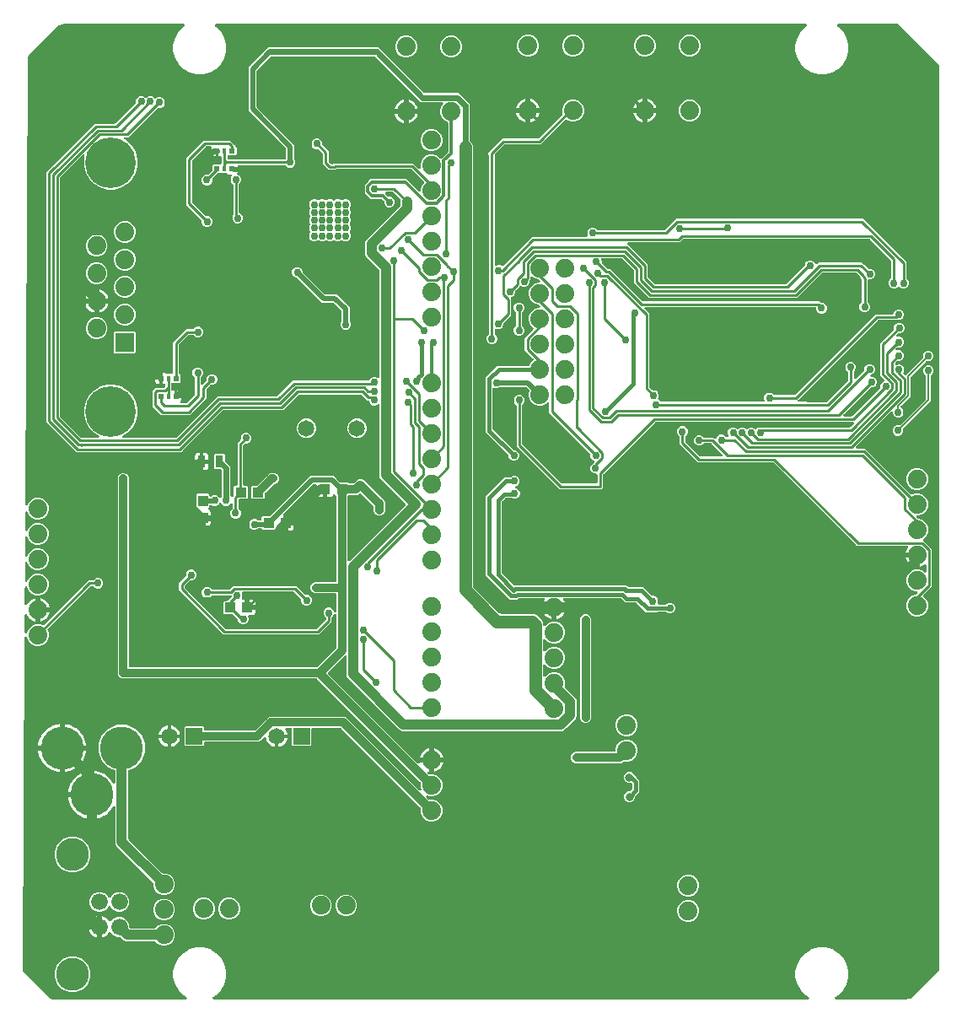
<source format=gbr>
G04 EAGLE Gerber X2 export*
%TF.Part,Single*%
%TF.FileFunction,Copper,L2,Bot,Mixed*%
%TF.FilePolarity,Positive*%
%TF.GenerationSoftware,Autodesk,EAGLE,8.6.0*%
%TF.CreationDate,2018-05-31T17:21:58Z*%
G75*
%MOMM*%
%FSLAX34Y34*%
%LPD*%
%AMOC8*
5,1,8,0,0,1.08239X$1,22.5*%
G01*
%ADD10C,1.651000*%
%ADD11R,1.651000X1.651000*%
%ADD12C,4.318000*%
%ADD13C,1.676400*%
%ADD14C,3.302000*%
%ADD15C,1.879600*%
%ADD16R,1.000000X1.100000*%
%ADD17R,1.100000X1.000000*%
%ADD18R,0.800000X1.200000*%
%ADD19C,0.762000*%
%ADD20R,0.600000X0.600000*%
%ADD21R,0.400000X0.600000*%
%ADD22R,1.879600X1.879600*%
%ADD23C,5.080000*%
%ADD24C,0.756400*%
%ADD25C,0.609600*%
%ADD26C,0.812800*%
%ADD27C,0.508000*%
%ADD28C,0.254000*%
%ADD29C,0.806400*%
%ADD30C,1.016000*%
%ADD31C,1.270000*%
%ADD32C,0.762000*%
%ADD33C,0.304800*%
%ADD34C,0.406400*%
%ADD35C,0.152400*%

G36*
X44389Y27828D02*
X44389Y27828D01*
X44528Y27851D01*
X44669Y27871D01*
X44692Y27879D01*
X44702Y27880D01*
X44719Y27888D01*
X44822Y27923D01*
X44864Y27941D01*
X46326Y27941D01*
X46345Y27943D01*
X46450Y27947D01*
X47904Y28090D01*
X48214Y27996D01*
X48319Y27978D01*
X48422Y27951D01*
X48506Y27946D01*
X48527Y27942D01*
X48543Y27943D01*
X48583Y27941D01*
X173874Y27941D01*
X174019Y27959D01*
X174164Y27974D01*
X174177Y27979D01*
X174190Y27981D01*
X174325Y28034D01*
X174462Y28085D01*
X174473Y28093D01*
X174486Y28098D01*
X174603Y28183D01*
X174723Y28266D01*
X174732Y28277D01*
X174743Y28284D01*
X174836Y28396D01*
X174931Y28507D01*
X174937Y28519D01*
X174946Y28529D01*
X175008Y28661D01*
X175073Y28792D01*
X175076Y28805D01*
X175081Y28817D01*
X175109Y28959D01*
X175139Y29103D01*
X175139Y29116D01*
X175141Y29129D01*
X175132Y29274D01*
X175126Y29420D01*
X175122Y29433D01*
X175121Y29447D01*
X175077Y29585D01*
X175035Y29725D01*
X175028Y29737D01*
X175023Y29749D01*
X174946Y29872D01*
X174870Y29997D01*
X174860Y30007D01*
X174853Y30018D01*
X174747Y30118D01*
X174643Y30220D01*
X174628Y30230D01*
X174622Y30236D01*
X174607Y30244D01*
X174509Y30309D01*
X171584Y31998D01*
X166618Y36964D01*
X163107Y43045D01*
X161289Y49829D01*
X161289Y56851D01*
X163107Y63635D01*
X166618Y69716D01*
X171584Y74682D01*
X177665Y78193D01*
X184449Y80011D01*
X191471Y80011D01*
X198255Y78193D01*
X204336Y74682D01*
X209302Y69716D01*
X212813Y63635D01*
X214631Y56851D01*
X214631Y49829D01*
X212813Y43045D01*
X209302Y36964D01*
X204336Y31998D01*
X201411Y30309D01*
X201295Y30221D01*
X201177Y30136D01*
X201168Y30125D01*
X201158Y30117D01*
X201067Y30003D01*
X200974Y29891D01*
X200968Y29878D01*
X200960Y29868D01*
X200900Y29734D01*
X200839Y29603D01*
X200836Y29590D01*
X200831Y29577D01*
X200806Y29433D01*
X200779Y29290D01*
X200780Y29277D01*
X200777Y29264D01*
X200790Y29118D01*
X200799Y28973D01*
X200803Y28960D01*
X200804Y28947D01*
X200852Y28809D01*
X200897Y28671D01*
X200904Y28659D01*
X200908Y28646D01*
X200989Y28525D01*
X201067Y28402D01*
X201077Y28393D01*
X201084Y28381D01*
X201192Y28284D01*
X201298Y28184D01*
X201310Y28177D01*
X201320Y28168D01*
X201449Y28101D01*
X201577Y28030D01*
X201590Y28027D01*
X201602Y28021D01*
X201744Y27987D01*
X201885Y27951D01*
X201903Y27950D01*
X201912Y27948D01*
X201929Y27948D01*
X202046Y27941D01*
X798714Y27941D01*
X798859Y27959D01*
X799004Y27974D01*
X799017Y27979D01*
X799030Y27981D01*
X799165Y28034D01*
X799302Y28085D01*
X799313Y28093D01*
X799326Y28098D01*
X799443Y28183D01*
X799563Y28266D01*
X799572Y28277D01*
X799583Y28284D01*
X799676Y28396D01*
X799771Y28507D01*
X799777Y28519D01*
X799786Y28529D01*
X799848Y28661D01*
X799913Y28792D01*
X799916Y28805D01*
X799921Y28817D01*
X799949Y28959D01*
X799979Y29103D01*
X799979Y29116D01*
X799981Y29129D01*
X799972Y29274D01*
X799966Y29420D01*
X799962Y29433D01*
X799961Y29447D01*
X799917Y29585D01*
X799875Y29725D01*
X799868Y29737D01*
X799863Y29749D01*
X799786Y29872D01*
X799710Y29997D01*
X799700Y30007D01*
X799693Y30018D01*
X799587Y30118D01*
X799483Y30220D01*
X799468Y30230D01*
X799462Y30236D01*
X799447Y30244D01*
X799349Y30309D01*
X796424Y31998D01*
X791458Y36964D01*
X787947Y43045D01*
X786129Y49829D01*
X786129Y56851D01*
X787947Y63635D01*
X791458Y69716D01*
X796424Y74682D01*
X802505Y78193D01*
X809289Y80011D01*
X816311Y80011D01*
X823095Y78193D01*
X829176Y74682D01*
X834142Y69716D01*
X837653Y63635D01*
X839471Y56851D01*
X839471Y49829D01*
X837653Y43045D01*
X834142Y36964D01*
X829176Y31998D01*
X826251Y30309D01*
X826135Y30221D01*
X826017Y30136D01*
X826008Y30125D01*
X825998Y30117D01*
X825907Y30003D01*
X825814Y29891D01*
X825808Y29878D01*
X825800Y29868D01*
X825740Y29734D01*
X825679Y29603D01*
X825676Y29590D01*
X825671Y29577D01*
X825646Y29433D01*
X825619Y29290D01*
X825620Y29277D01*
X825617Y29264D01*
X825630Y29118D01*
X825639Y28973D01*
X825643Y28960D01*
X825644Y28947D01*
X825692Y28809D01*
X825737Y28671D01*
X825744Y28659D01*
X825748Y28646D01*
X825829Y28525D01*
X825907Y28402D01*
X825917Y28393D01*
X825924Y28381D01*
X826032Y28284D01*
X826138Y28184D01*
X826150Y28177D01*
X826160Y28168D01*
X826289Y28101D01*
X826417Y28030D01*
X826430Y28027D01*
X826442Y28021D01*
X826584Y27987D01*
X826725Y27951D01*
X826743Y27950D01*
X826752Y27948D01*
X826769Y27948D01*
X826886Y27941D01*
X887714Y27941D01*
X887826Y27955D01*
X887939Y27961D01*
X888008Y27978D01*
X888029Y27981D01*
X888047Y27987D01*
X888095Y27999D01*
X888347Y28079D01*
X889861Y27946D01*
X889883Y27946D01*
X889972Y27941D01*
X891498Y27941D01*
X891621Y27907D01*
X891764Y27866D01*
X891778Y27864D01*
X891785Y27862D01*
X891800Y27862D01*
X891924Y27850D01*
X894513Y27768D01*
X894540Y27771D01*
X894566Y27768D01*
X894726Y27780D01*
X901340Y28689D01*
X901351Y28692D01*
X901364Y28693D01*
X901505Y28734D01*
X901647Y28772D01*
X901657Y28778D01*
X901669Y28781D01*
X901796Y28856D01*
X901924Y28928D01*
X901933Y28936D01*
X901943Y28943D01*
X902064Y29049D01*
X930213Y57198D01*
X930250Y57246D01*
X930294Y57287D01*
X930347Y57371D01*
X930408Y57449D01*
X930432Y57505D01*
X930464Y57556D01*
X930523Y57706D01*
X930561Y57821D01*
X930566Y57847D01*
X930576Y57872D01*
X930609Y58029D01*
X930896Y60013D01*
X930896Y60024D01*
X930899Y60034D01*
X930909Y60195D01*
X930909Y964933D01*
X930907Y964954D01*
X930904Y965046D01*
X930878Y965340D01*
X930869Y965381D01*
X930867Y965424D01*
X930835Y965536D01*
X930810Y965651D01*
X930791Y965689D01*
X930779Y965729D01*
X930720Y965830D01*
X930667Y965935D01*
X930639Y965967D01*
X930617Y966003D01*
X930511Y966124D01*
X890240Y1006395D01*
X890131Y1006479D01*
X890026Y1006567D01*
X890006Y1006577D01*
X889988Y1006590D01*
X889862Y1006645D01*
X889739Y1006703D01*
X889709Y1006711D01*
X889697Y1006717D01*
X889676Y1006720D01*
X889583Y1006744D01*
X888372Y1006978D01*
X888346Y1006980D01*
X888320Y1006987D01*
X888160Y1007001D01*
X883360Y1007109D01*
X883351Y1007108D01*
X883331Y1007109D01*
X882854Y1007109D01*
X882841Y1007108D01*
X882811Y1007109D01*
X880958Y1007046D01*
X880890Y1007062D01*
X880748Y1007099D01*
X880732Y1007100D01*
X880724Y1007102D01*
X880708Y1007102D01*
X880588Y1007109D01*
X829085Y1007109D01*
X828941Y1007091D01*
X828796Y1007076D01*
X828783Y1007071D01*
X828770Y1007069D01*
X828635Y1007016D01*
X828498Y1006965D01*
X828486Y1006957D01*
X828474Y1006952D01*
X828356Y1006867D01*
X828236Y1006784D01*
X828228Y1006774D01*
X828217Y1006766D01*
X828123Y1006653D01*
X828028Y1006543D01*
X828022Y1006531D01*
X828014Y1006521D01*
X827952Y1006389D01*
X827887Y1006258D01*
X827884Y1006245D01*
X827878Y1006233D01*
X827851Y1006090D01*
X827820Y1005947D01*
X827821Y1005934D01*
X827819Y1005921D01*
X827828Y1005776D01*
X827834Y1005630D01*
X827837Y1005616D01*
X827838Y1005603D01*
X827883Y1005465D01*
X827925Y1005325D01*
X827932Y1005313D01*
X827936Y1005301D01*
X828014Y1005178D01*
X828090Y1005053D01*
X828099Y1005043D01*
X828106Y1005032D01*
X828213Y1004932D01*
X828317Y1004830D01*
X828332Y1004820D01*
X828338Y1004814D01*
X828353Y1004806D01*
X828451Y1004741D01*
X829176Y1004322D01*
X834142Y999356D01*
X837653Y993275D01*
X839471Y986491D01*
X839471Y979469D01*
X837653Y972685D01*
X834142Y966604D01*
X829176Y961638D01*
X823095Y958127D01*
X816311Y956309D01*
X809289Y956309D01*
X802505Y958127D01*
X796424Y961638D01*
X791458Y966604D01*
X787947Y972685D01*
X786129Y979469D01*
X786129Y986491D01*
X787947Y993275D01*
X791458Y999356D01*
X796424Y1004322D01*
X797149Y1004741D01*
X797266Y1004829D01*
X797383Y1004914D01*
X797392Y1004925D01*
X797403Y1004933D01*
X797493Y1005047D01*
X797586Y1005159D01*
X797592Y1005172D01*
X797600Y1005182D01*
X797660Y1005316D01*
X797722Y1005447D01*
X797724Y1005460D01*
X797730Y1005473D01*
X797754Y1005618D01*
X797781Y1005760D01*
X797781Y1005773D01*
X797783Y1005786D01*
X797771Y1005932D01*
X797762Y1006077D01*
X797758Y1006090D01*
X797756Y1006103D01*
X797709Y1006241D01*
X797664Y1006379D01*
X797656Y1006391D01*
X797652Y1006404D01*
X797572Y1006525D01*
X797494Y1006648D01*
X797484Y1006657D01*
X797476Y1006669D01*
X797368Y1006766D01*
X797262Y1006866D01*
X797250Y1006873D01*
X797240Y1006882D01*
X797111Y1006949D01*
X796983Y1007020D01*
X796970Y1007023D01*
X796958Y1007029D01*
X796816Y1007063D01*
X796675Y1007099D01*
X796657Y1007100D01*
X796649Y1007102D01*
X796632Y1007102D01*
X796515Y1007109D01*
X204245Y1007109D01*
X204101Y1007091D01*
X203956Y1007076D01*
X203943Y1007071D01*
X203930Y1007069D01*
X203795Y1007016D01*
X203658Y1006965D01*
X203646Y1006957D01*
X203634Y1006952D01*
X203516Y1006867D01*
X203396Y1006784D01*
X203388Y1006774D01*
X203377Y1006766D01*
X203283Y1006653D01*
X203188Y1006543D01*
X203182Y1006531D01*
X203174Y1006521D01*
X203112Y1006389D01*
X203047Y1006258D01*
X203044Y1006245D01*
X203038Y1006233D01*
X203011Y1006090D01*
X202980Y1005947D01*
X202981Y1005934D01*
X202979Y1005921D01*
X202988Y1005776D01*
X202994Y1005630D01*
X202997Y1005616D01*
X202998Y1005603D01*
X203043Y1005465D01*
X203085Y1005325D01*
X203092Y1005313D01*
X203096Y1005301D01*
X203174Y1005178D01*
X203250Y1005053D01*
X203259Y1005043D01*
X203266Y1005032D01*
X203373Y1004932D01*
X203477Y1004830D01*
X203492Y1004820D01*
X203498Y1004814D01*
X203513Y1004806D01*
X203611Y1004741D01*
X204336Y1004322D01*
X209302Y999356D01*
X212813Y993275D01*
X214631Y986491D01*
X214631Y979469D01*
X212813Y972685D01*
X209302Y966604D01*
X204336Y961638D01*
X198255Y958127D01*
X191471Y956309D01*
X184449Y956309D01*
X177665Y958127D01*
X171584Y961638D01*
X166618Y966604D01*
X163107Y972685D01*
X161289Y979469D01*
X161289Y986491D01*
X163107Y993275D01*
X166618Y999356D01*
X171584Y1004322D01*
X172309Y1004741D01*
X172426Y1004829D01*
X172543Y1004914D01*
X172552Y1004925D01*
X172563Y1004933D01*
X172653Y1005047D01*
X172746Y1005159D01*
X172752Y1005172D01*
X172760Y1005182D01*
X172820Y1005316D01*
X172882Y1005447D01*
X172884Y1005460D01*
X172890Y1005473D01*
X172914Y1005618D01*
X172941Y1005760D01*
X172941Y1005773D01*
X172943Y1005786D01*
X172931Y1005932D01*
X172922Y1006077D01*
X172918Y1006090D01*
X172916Y1006103D01*
X172869Y1006241D01*
X172824Y1006379D01*
X172816Y1006391D01*
X172812Y1006404D01*
X172732Y1006525D01*
X172654Y1006648D01*
X172644Y1006657D01*
X172636Y1006669D01*
X172528Y1006766D01*
X172422Y1006866D01*
X172410Y1006873D01*
X172400Y1006882D01*
X172271Y1006949D01*
X172143Y1007020D01*
X172130Y1007023D01*
X172118Y1007029D01*
X171976Y1007063D01*
X171835Y1007099D01*
X171817Y1007100D01*
X171809Y1007102D01*
X171792Y1007102D01*
X171675Y1007109D01*
X59938Y1007109D01*
X59796Y1007091D01*
X59654Y1007077D01*
X59633Y1007071D01*
X59623Y1007069D01*
X59605Y1007062D01*
X59518Y1007037D01*
X57723Y1007108D01*
X57708Y1007107D01*
X57673Y1007109D01*
X56883Y1007109D01*
X56876Y1007108D01*
X56862Y1007109D01*
X52978Y1007046D01*
X52951Y1007043D01*
X52925Y1007044D01*
X52765Y1007025D01*
X46863Y1005924D01*
X46729Y1005880D01*
X46593Y1005841D01*
X46577Y1005832D01*
X46560Y1005826D01*
X46441Y1005752D01*
X46319Y1005680D01*
X46300Y1005663D01*
X46291Y1005657D01*
X46278Y1005643D01*
X46198Y1005573D01*
X16510Y975885D01*
X16455Y975814D01*
X16392Y975748D01*
X16358Y975688D01*
X16315Y975634D01*
X16279Y975551D01*
X16234Y975472D01*
X16195Y975357D01*
X16189Y975342D01*
X16188Y975335D01*
X16183Y975319D01*
X15437Y972564D01*
X15433Y972538D01*
X15424Y972513D01*
X15399Y972354D01*
X14980Y968003D01*
X14980Y967982D01*
X14974Y967888D01*
X12750Y525091D01*
X12759Y525018D01*
X12758Y524945D01*
X12778Y524861D01*
X12789Y524775D01*
X12815Y524707D01*
X12832Y524636D01*
X12873Y524559D01*
X12904Y524479D01*
X12947Y524420D01*
X12981Y524355D01*
X13039Y524291D01*
X13090Y524220D01*
X13146Y524174D01*
X13195Y524120D01*
X13267Y524072D01*
X13334Y524016D01*
X13400Y523985D01*
X13460Y523945D01*
X13542Y523917D01*
X13621Y523879D01*
X13692Y523865D01*
X13761Y523842D01*
X13848Y523835D01*
X13933Y523818D01*
X14006Y523822D01*
X14078Y523816D01*
X14164Y523831D01*
X14250Y523836D01*
X14320Y523858D01*
X14392Y523871D01*
X14471Y523906D01*
X14553Y523933D01*
X14615Y523971D01*
X14682Y524001D01*
X14749Y524056D01*
X14823Y524102D01*
X14873Y524154D01*
X14930Y524200D01*
X14982Y524269D01*
X15042Y524332D01*
X15077Y524396D01*
X15121Y524454D01*
X15192Y524599D01*
X16140Y526887D01*
X19213Y529960D01*
X23227Y531623D01*
X27573Y531623D01*
X31587Y529960D01*
X34660Y526887D01*
X36323Y522873D01*
X36323Y518527D01*
X34660Y514513D01*
X31587Y511440D01*
X27573Y509777D01*
X23227Y509777D01*
X19213Y511440D01*
X16140Y514513D01*
X15149Y516906D01*
X15138Y516925D01*
X15133Y516941D01*
X15112Y516974D01*
X15091Y517026D01*
X15037Y517102D01*
X14991Y517183D01*
X14945Y517231D01*
X14906Y517285D01*
X14835Y517344D01*
X14770Y517411D01*
X14713Y517446D01*
X14662Y517489D01*
X14578Y517529D01*
X14499Y517577D01*
X14435Y517597D01*
X14375Y517626D01*
X14284Y517644D01*
X14195Y517671D01*
X14128Y517674D01*
X14063Y517687D01*
X13970Y517682D01*
X13877Y517686D01*
X13812Y517673D01*
X13745Y517669D01*
X13657Y517641D01*
X13566Y517622D01*
X13506Y517592D01*
X13442Y517572D01*
X13364Y517523D01*
X13280Y517482D01*
X13229Y517439D01*
X13173Y517403D01*
X13109Y517336D01*
X13038Y517276D01*
X13000Y517221D01*
X12954Y517173D01*
X12909Y517092D01*
X12855Y517016D01*
X12831Y516953D01*
X12799Y516895D01*
X12776Y516809D01*
X12769Y516794D01*
X12767Y516784D01*
X12742Y516718D01*
X12735Y516652D01*
X12718Y516588D01*
X12711Y516493D01*
X12709Y516482D01*
X12710Y516471D01*
X12707Y516427D01*
X12621Y499379D01*
X12630Y499307D01*
X12629Y499234D01*
X12649Y499149D01*
X12659Y499063D01*
X12686Y498995D01*
X12703Y498924D01*
X12744Y498848D01*
X12775Y498767D01*
X12818Y498708D01*
X12852Y498643D01*
X12910Y498579D01*
X12961Y498509D01*
X13017Y498462D01*
X13066Y498408D01*
X13138Y498360D01*
X13205Y498305D01*
X13270Y498273D01*
X13331Y498233D01*
X13413Y498205D01*
X13492Y498168D01*
X13563Y498154D01*
X13632Y498130D01*
X13719Y498123D01*
X13804Y498106D01*
X13876Y498111D01*
X13949Y498105D01*
X14035Y498120D01*
X14121Y498125D01*
X14191Y498147D01*
X14263Y498159D01*
X14342Y498195D01*
X14424Y498221D01*
X14486Y498260D01*
X14552Y498290D01*
X14620Y498344D01*
X14694Y498390D01*
X14744Y498443D01*
X14801Y498488D01*
X14853Y498558D01*
X14913Y498620D01*
X14948Y498684D01*
X14992Y498742D01*
X15063Y498887D01*
X16140Y501487D01*
X19213Y504560D01*
X23227Y506223D01*
X27573Y506223D01*
X31587Y504560D01*
X34660Y501487D01*
X36323Y497473D01*
X36323Y493127D01*
X34660Y489113D01*
X31587Y486040D01*
X27573Y484377D01*
X23227Y484377D01*
X19213Y486040D01*
X16140Y489113D01*
X15023Y491811D01*
X14990Y491868D01*
X14965Y491931D01*
X14911Y492006D01*
X14865Y492087D01*
X14819Y492135D01*
X14780Y492189D01*
X14709Y492249D01*
X14644Y492315D01*
X14587Y492350D01*
X14536Y492393D01*
X14452Y492433D01*
X14373Y492482D01*
X14309Y492501D01*
X14249Y492530D01*
X14158Y492548D01*
X14069Y492575D01*
X14002Y492578D01*
X13937Y492591D01*
X13844Y492586D01*
X13751Y492590D01*
X13686Y492577D01*
X13619Y492573D01*
X13531Y492545D01*
X13440Y492526D01*
X13380Y492497D01*
X13316Y492477D01*
X13238Y492427D01*
X13154Y492386D01*
X13103Y492343D01*
X13047Y492308D01*
X12983Y492240D01*
X12912Y492180D01*
X12874Y492125D01*
X12828Y492077D01*
X12783Y491996D01*
X12729Y491920D01*
X12705Y491858D01*
X12673Y491799D01*
X12649Y491710D01*
X12616Y491623D01*
X12609Y491556D01*
X12592Y491492D01*
X12581Y491331D01*
X12492Y473667D01*
X12501Y473595D01*
X12500Y473522D01*
X12520Y473438D01*
X12530Y473352D01*
X12557Y473284D01*
X12574Y473213D01*
X12614Y473136D01*
X12646Y473055D01*
X12688Y472996D01*
X12723Y472932D01*
X12781Y472867D01*
X12831Y472797D01*
X12887Y472750D01*
X12937Y472696D01*
X13009Y472649D01*
X13075Y472593D01*
X13141Y472562D01*
X13202Y472521D01*
X13284Y472493D01*
X13362Y472456D01*
X13434Y472442D01*
X13503Y472418D01*
X13589Y472411D01*
X13674Y472395D01*
X13747Y472399D01*
X13820Y472393D01*
X13906Y472408D01*
X13992Y472413D01*
X14062Y472435D01*
X14133Y472447D01*
X14212Y472483D01*
X14295Y472509D01*
X14357Y472548D01*
X14423Y472578D01*
X14491Y472632D01*
X14565Y472678D01*
X14615Y472731D01*
X14672Y472777D01*
X14724Y472846D01*
X14784Y472909D01*
X14819Y472972D01*
X14863Y473031D01*
X14934Y473175D01*
X16140Y476087D01*
X19213Y479160D01*
X23227Y480823D01*
X27573Y480823D01*
X31587Y479160D01*
X34660Y476087D01*
X36323Y472073D01*
X36323Y467727D01*
X34660Y463713D01*
X31587Y460640D01*
X27573Y458977D01*
X23227Y458977D01*
X19213Y460640D01*
X16140Y463713D01*
X14897Y466715D01*
X14864Y466773D01*
X14839Y466835D01*
X14785Y466910D01*
X14739Y466991D01*
X14693Y467039D01*
X14654Y467093D01*
X14583Y467153D01*
X14518Y467220D01*
X14461Y467254D01*
X14410Y467297D01*
X14326Y467337D01*
X14247Y467386D01*
X14183Y467405D01*
X14123Y467434D01*
X14032Y467452D01*
X13943Y467479D01*
X13876Y467483D01*
X13811Y467495D01*
X13718Y467490D01*
X13625Y467495D01*
X13560Y467481D01*
X13493Y467477D01*
X13405Y467449D01*
X13314Y467430D01*
X13254Y467401D01*
X13190Y467381D01*
X13112Y467331D01*
X13028Y467291D01*
X12977Y467247D01*
X12921Y467212D01*
X12857Y467145D01*
X12786Y467084D01*
X12748Y467030D01*
X12702Y466981D01*
X12656Y466900D01*
X12603Y466824D01*
X12579Y466762D01*
X12547Y466704D01*
X12523Y466614D01*
X12490Y466527D01*
X12483Y466461D01*
X12466Y466396D01*
X12455Y466236D01*
X12363Y447956D01*
X12372Y447883D01*
X12371Y447810D01*
X12391Y447726D01*
X12401Y447640D01*
X12428Y447572D01*
X12445Y447501D01*
X12485Y447424D01*
X12517Y447344D01*
X12559Y447284D01*
X12593Y447220D01*
X12652Y447156D01*
X12702Y447085D01*
X12758Y447039D01*
X12807Y446985D01*
X12880Y446937D01*
X12946Y446881D01*
X13012Y446850D01*
X13073Y446810D01*
X13155Y446782D01*
X13233Y446744D01*
X13305Y446730D01*
X13374Y446707D01*
X13460Y446700D01*
X13545Y446683D01*
X13618Y446687D01*
X13691Y446681D01*
X13776Y446696D01*
X13863Y446701D01*
X13932Y446723D01*
X14004Y446736D01*
X14083Y446771D01*
X14166Y446798D01*
X14228Y446836D01*
X14294Y446866D01*
X14362Y446921D01*
X14435Y446966D01*
X14486Y447019D01*
X14543Y447065D01*
X14595Y447134D01*
X14655Y447197D01*
X14690Y447261D01*
X14734Y447319D01*
X14805Y447464D01*
X16140Y450687D01*
X19213Y453760D01*
X23227Y455423D01*
X27573Y455423D01*
X31587Y453760D01*
X34660Y450687D01*
X36323Y446673D01*
X36323Y442327D01*
X34660Y438313D01*
X31587Y435240D01*
X27573Y433577D01*
X23227Y433577D01*
X19213Y435240D01*
X16140Y438313D01*
X14771Y441619D01*
X14738Y441677D01*
X14713Y441739D01*
X14659Y441814D01*
X14613Y441895D01*
X14567Y441943D01*
X14528Y441997D01*
X14457Y442057D01*
X14392Y442124D01*
X14335Y442159D01*
X14284Y442201D01*
X14200Y442241D01*
X14121Y442290D01*
X14057Y442310D01*
X13997Y442338D01*
X13906Y442356D01*
X13817Y442384D01*
X13750Y442387D01*
X13685Y442400D01*
X13592Y442394D01*
X13499Y442399D01*
X13434Y442385D01*
X13367Y442381D01*
X13279Y442353D01*
X13188Y442334D01*
X13128Y442305D01*
X13064Y442285D01*
X12986Y442236D01*
X12902Y442195D01*
X12851Y442151D01*
X12795Y442116D01*
X12731Y442049D01*
X12660Y441988D01*
X12622Y441934D01*
X12576Y441886D01*
X12530Y441804D01*
X12477Y441728D01*
X12453Y441666D01*
X12421Y441608D01*
X12397Y441518D01*
X12364Y441431D01*
X12357Y441365D01*
X12340Y441300D01*
X12329Y441140D01*
X12247Y424876D01*
X12250Y424854D01*
X12248Y424830D01*
X12269Y424696D01*
X12285Y424561D01*
X12294Y424539D01*
X12297Y424516D01*
X12352Y424391D01*
X12401Y424264D01*
X12414Y424246D01*
X12424Y424224D01*
X12507Y424117D01*
X12586Y424006D01*
X12604Y423991D01*
X12618Y423973D01*
X12726Y423890D01*
X12830Y423802D01*
X12851Y423792D01*
X12870Y423778D01*
X12995Y423724D01*
X13117Y423665D01*
X13140Y423661D01*
X13161Y423652D01*
X13296Y423630D01*
X13429Y423604D01*
X13453Y423605D01*
X13475Y423602D01*
X13611Y423614D01*
X13747Y423622D01*
X13769Y423629D01*
X13792Y423631D01*
X13920Y423677D01*
X14050Y423719D01*
X14070Y423731D01*
X14091Y423739D01*
X14204Y423815D01*
X14320Y423887D01*
X14335Y423904D01*
X14355Y423917D01*
X14445Y424019D01*
X14539Y424118D01*
X14550Y424138D01*
X14565Y424155D01*
X14647Y424294D01*
X15189Y425357D01*
X16294Y426878D01*
X17622Y428206D01*
X19143Y429311D01*
X20817Y430164D01*
X22604Y430745D01*
X22861Y430785D01*
X22861Y420370D01*
X22876Y420252D01*
X22883Y420133D01*
X22896Y420095D01*
X22901Y420055D01*
X22944Y419944D01*
X22981Y419831D01*
X23003Y419797D01*
X23018Y419759D01*
X23088Y419663D01*
X23151Y419562D01*
X23181Y419534D01*
X23204Y419502D01*
X23296Y419426D01*
X23383Y419344D01*
X23418Y419325D01*
X23449Y419299D01*
X23557Y419248D01*
X23661Y419191D01*
X23701Y419180D01*
X23737Y419163D01*
X23854Y419141D01*
X23969Y419111D01*
X24030Y419107D01*
X24050Y419103D01*
X24070Y419105D01*
X24130Y419101D01*
X25401Y419101D01*
X25401Y419099D01*
X24130Y419099D01*
X24012Y419084D01*
X23893Y419077D01*
X23855Y419064D01*
X23814Y419059D01*
X23704Y419015D01*
X23591Y418979D01*
X23556Y418957D01*
X23519Y418942D01*
X23423Y418872D01*
X23322Y418809D01*
X23294Y418779D01*
X23261Y418755D01*
X23186Y418664D01*
X23104Y418577D01*
X23084Y418542D01*
X23059Y418510D01*
X23008Y418403D01*
X22950Y418298D01*
X22940Y418259D01*
X22923Y418223D01*
X22901Y418106D01*
X22871Y417991D01*
X22867Y417930D01*
X22863Y417910D01*
X22865Y417890D01*
X22861Y417830D01*
X22861Y407415D01*
X22604Y407455D01*
X20817Y408036D01*
X19143Y408889D01*
X17622Y409994D01*
X16294Y411322D01*
X15189Y412843D01*
X14590Y414019D01*
X14580Y414033D01*
X14574Y414048D01*
X14491Y414164D01*
X14411Y414282D01*
X14399Y414293D01*
X14389Y414306D01*
X14279Y414398D01*
X14173Y414492D01*
X14158Y414500D01*
X14145Y414510D01*
X14016Y414572D01*
X13889Y414637D01*
X13873Y414640D01*
X13858Y414647D01*
X13718Y414675D01*
X13579Y414706D01*
X13562Y414706D01*
X13546Y414709D01*
X13403Y414701D01*
X13261Y414696D01*
X13245Y414692D01*
X13228Y414691D01*
X13092Y414647D01*
X12956Y414608D01*
X12941Y414599D01*
X12925Y414594D01*
X12805Y414519D01*
X12682Y414446D01*
X12670Y414434D01*
X12656Y414425D01*
X12558Y414322D01*
X12457Y414221D01*
X12448Y414207D01*
X12437Y414195D01*
X12367Y414070D01*
X12295Y413948D01*
X12290Y413932D01*
X12282Y413917D01*
X12245Y413779D01*
X12206Y413642D01*
X12205Y413626D01*
X12201Y413610D01*
X12190Y413449D01*
X12105Y396532D01*
X12114Y396460D01*
X12112Y396387D01*
X12133Y396302D01*
X12143Y396217D01*
X12169Y396149D01*
X12187Y396078D01*
X12227Y396001D01*
X12259Y395920D01*
X12301Y395861D01*
X12335Y395797D01*
X12394Y395732D01*
X12444Y395662D01*
X12500Y395615D01*
X12549Y395561D01*
X12622Y395514D01*
X12688Y395458D01*
X12754Y395427D01*
X12815Y395386D01*
X12897Y395358D01*
X12975Y395321D01*
X13047Y395307D01*
X13116Y395283D01*
X13202Y395276D01*
X13287Y395260D01*
X13360Y395264D01*
X13433Y395258D01*
X13518Y395273D01*
X13605Y395278D01*
X13674Y395300D01*
X13746Y395312D01*
X13825Y395348D01*
X13908Y395374D01*
X13969Y395413D01*
X14036Y395443D01*
X14104Y395497D01*
X14177Y395543D01*
X14227Y395596D01*
X14284Y395642D01*
X14337Y395711D01*
X14396Y395774D01*
X14432Y395837D01*
X14476Y395896D01*
X14547Y396040D01*
X16140Y399887D01*
X19213Y402960D01*
X23227Y404623D01*
X27573Y404623D01*
X30182Y403542D01*
X30210Y403534D01*
X30236Y403521D01*
X30363Y403492D01*
X30488Y403458D01*
X30518Y403458D01*
X30547Y403451D01*
X30676Y403455D01*
X30806Y403453D01*
X30835Y403460D01*
X30865Y403461D01*
X30989Y403497D01*
X31116Y403527D01*
X31142Y403541D01*
X31170Y403549D01*
X31282Y403615D01*
X31397Y403676D01*
X31419Y403696D01*
X31444Y403711D01*
X31565Y403817D01*
X74304Y446556D01*
X76312Y448565D01*
X80489Y448565D01*
X80587Y448577D01*
X80686Y448580D01*
X80745Y448597D01*
X80805Y448605D01*
X80897Y448641D01*
X80992Y448669D01*
X81044Y448699D01*
X81100Y448722D01*
X81180Y448780D01*
X81266Y448830D01*
X81341Y448896D01*
X81358Y448908D01*
X81365Y448918D01*
X81387Y448936D01*
X82719Y450269D01*
X84669Y451077D01*
X86781Y451077D01*
X88731Y450269D01*
X90224Y448776D01*
X91032Y446826D01*
X91032Y444714D01*
X90224Y442764D01*
X88731Y441271D01*
X86781Y440463D01*
X84669Y440463D01*
X82719Y441271D01*
X81387Y442604D01*
X81308Y442664D01*
X81236Y442732D01*
X81183Y442761D01*
X81135Y442798D01*
X81044Y442838D01*
X80958Y442886D01*
X80899Y442901D01*
X80843Y442925D01*
X80746Y442940D01*
X80650Y442965D01*
X80550Y442971D01*
X80529Y442975D01*
X80517Y442973D01*
X80489Y442975D01*
X79153Y442975D01*
X79055Y442963D01*
X78956Y442960D01*
X78898Y442943D01*
X78838Y442935D01*
X78746Y442899D01*
X78651Y442871D01*
X78598Y442841D01*
X78542Y442818D01*
X78462Y442760D01*
X78377Y442710D01*
X78301Y442644D01*
X78285Y442632D01*
X78277Y442622D01*
X78256Y442604D01*
X35517Y399865D01*
X35499Y399841D01*
X35477Y399822D01*
X35402Y399716D01*
X35322Y399614D01*
X35310Y399586D01*
X35294Y399562D01*
X35248Y399441D01*
X35196Y399322D01*
X35191Y399293D01*
X35181Y399265D01*
X35166Y399136D01*
X35146Y399008D01*
X35149Y398978D01*
X35146Y398949D01*
X35164Y398820D01*
X35176Y398691D01*
X35186Y398663D01*
X35190Y398634D01*
X35242Y398482D01*
X36323Y395873D01*
X36323Y391527D01*
X34660Y387513D01*
X31587Y384440D01*
X27573Y382777D01*
X23227Y382777D01*
X19213Y384440D01*
X16140Y387513D01*
X14519Y391428D01*
X14486Y391485D01*
X14461Y391547D01*
X14407Y391623D01*
X14361Y391704D01*
X14315Y391752D01*
X14276Y391806D01*
X14205Y391865D01*
X14140Y391932D01*
X14083Y391967D01*
X14032Y392010D01*
X13948Y392050D01*
X13869Y392098D01*
X13805Y392118D01*
X13745Y392147D01*
X13654Y392165D01*
X13565Y392192D01*
X13498Y392195D01*
X13433Y392208D01*
X13340Y392203D01*
X13247Y392207D01*
X13182Y392194D01*
X13115Y392190D01*
X13027Y392162D01*
X12936Y392143D01*
X12876Y392114D01*
X12812Y392093D01*
X12734Y392044D01*
X12650Y392003D01*
X12599Y391960D01*
X12543Y391925D01*
X12479Y391857D01*
X12408Y391797D01*
X12369Y391742D01*
X12324Y391694D01*
X12278Y391613D01*
X12225Y391537D01*
X12201Y391475D01*
X12169Y391416D01*
X12145Y391326D01*
X12112Y391239D01*
X12105Y391173D01*
X12088Y391109D01*
X12077Y390948D01*
X10400Y56999D01*
X10402Y56982D01*
X10400Y56965D01*
X10414Y56804D01*
X10428Y56708D01*
X10430Y56703D01*
X10430Y56699D01*
X10472Y56553D01*
X10515Y56402D01*
X10517Y56398D01*
X10518Y56394D01*
X10597Y56260D01*
X10674Y56127D01*
X10677Y56123D01*
X10680Y56120D01*
X10786Y55999D01*
X38279Y28506D01*
X38294Y28495D01*
X38305Y28480D01*
X38419Y28397D01*
X38530Y28311D01*
X38547Y28304D01*
X38562Y28293D01*
X38693Y28241D01*
X38822Y28185D01*
X38840Y28182D01*
X38857Y28175D01*
X39016Y28144D01*
X42097Y27750D01*
X42123Y27750D01*
X42149Y27745D01*
X42310Y27741D01*
X44389Y27828D01*
G37*
%LPC*%
G36*
X418515Y206565D02*
X418515Y206565D01*
X414500Y208228D01*
X411428Y211300D01*
X409765Y215315D01*
X409765Y219755D01*
X409772Y219781D01*
X409772Y219811D01*
X409779Y219840D01*
X409775Y219970D01*
X409777Y220099D01*
X409770Y220128D01*
X409769Y220158D01*
X409733Y220283D01*
X409703Y220409D01*
X409689Y220435D01*
X409681Y220464D01*
X409615Y220575D01*
X409555Y220690D01*
X409535Y220712D01*
X409519Y220738D01*
X409413Y220858D01*
X330289Y299983D01*
X330211Y300043D01*
X330138Y300111D01*
X330085Y300140D01*
X330038Y300177D01*
X329947Y300217D01*
X329860Y300265D01*
X329801Y300280D01*
X329746Y300304D01*
X329648Y300319D01*
X329552Y300344D01*
X329452Y300350D01*
X329432Y300354D01*
X329419Y300352D01*
X329391Y300354D01*
X301361Y300354D01*
X301243Y300339D01*
X301125Y300332D01*
X301086Y300319D01*
X301046Y300314D01*
X300935Y300271D01*
X300822Y300234D01*
X300788Y300212D01*
X300750Y300197D01*
X300654Y300128D01*
X300553Y300064D01*
X300526Y300034D01*
X300493Y300011D01*
X300417Y299919D01*
X300335Y299832D01*
X300316Y299797D01*
X300290Y299766D01*
X300239Y299658D01*
X300182Y299554D01*
X300172Y299514D01*
X300155Y299478D01*
X300132Y299361D01*
X300102Y299246D01*
X300099Y299186D01*
X300095Y299166D01*
X300096Y299145D01*
X300092Y299085D01*
X300092Y283213D01*
X299199Y282320D01*
X281426Y282320D01*
X280533Y283213D01*
X280533Y299085D01*
X280518Y299203D01*
X280510Y299322D01*
X280498Y299360D01*
X280493Y299401D01*
X280449Y299511D01*
X280412Y299624D01*
X280391Y299659D01*
X280376Y299696D01*
X280306Y299792D01*
X280242Y299893D01*
X280213Y299921D01*
X280189Y299954D01*
X280097Y300030D01*
X280011Y300111D01*
X279975Y300131D01*
X279944Y300156D01*
X279836Y300207D01*
X279732Y300265D01*
X279693Y300275D01*
X279656Y300292D01*
X279540Y300314D01*
X279424Y300344D01*
X279364Y300348D01*
X279344Y300352D01*
X279324Y300350D01*
X279264Y300354D01*
X275151Y300354D01*
X275111Y300349D01*
X275072Y300352D01*
X274954Y300329D01*
X274835Y300314D01*
X274798Y300300D01*
X274759Y300292D01*
X274651Y300241D01*
X274539Y300197D01*
X274507Y300174D01*
X274471Y300157D01*
X274379Y300081D01*
X274282Y300011D01*
X274257Y299980D01*
X274226Y299955D01*
X274156Y299858D01*
X274079Y299766D01*
X274062Y299730D01*
X274039Y299697D01*
X273995Y299586D01*
X273944Y299478D01*
X273936Y299439D01*
X273922Y299402D01*
X273907Y299283D01*
X273884Y299166D01*
X273886Y299126D01*
X273881Y299086D01*
X273896Y298967D01*
X273904Y298848D01*
X273916Y298810D01*
X273921Y298771D01*
X273965Y298659D01*
X274002Y298546D01*
X274023Y298512D01*
X274038Y298475D01*
X274124Y298339D01*
X274546Y297758D01*
X275317Y296244D01*
X275842Y294628D01*
X275966Y293849D01*
X265793Y293849D01*
X265674Y293834D01*
X265556Y293827D01*
X265517Y293814D01*
X265477Y293809D01*
X265366Y293766D01*
X265253Y293729D01*
X265219Y293707D01*
X265181Y293692D01*
X265085Y293623D01*
X264985Y293559D01*
X264957Y293529D01*
X264924Y293506D01*
X264848Y293414D01*
X264767Y293327D01*
X264747Y293292D01*
X264721Y293261D01*
X264671Y293153D01*
X264613Y293049D01*
X264603Y293009D01*
X264586Y292973D01*
X264563Y292856D01*
X264557Y292854D01*
X264517Y292849D01*
X264406Y292805D01*
X264293Y292769D01*
X264259Y292747D01*
X264221Y292732D01*
X264125Y292662D01*
X264024Y292599D01*
X263997Y292569D01*
X263964Y292545D01*
X263888Y292454D01*
X263806Y292367D01*
X263787Y292332D01*
X263761Y292300D01*
X263710Y292193D01*
X263653Y292088D01*
X263643Y292049D01*
X263626Y292013D01*
X263603Y291896D01*
X263573Y291780D01*
X263570Y291720D01*
X263566Y291700D01*
X263567Y291680D01*
X263563Y291620D01*
X263563Y281447D01*
X262784Y281570D01*
X261168Y282095D01*
X259654Y282867D01*
X258280Y283865D01*
X257078Y285067D01*
X256079Y286442D01*
X255308Y287956D01*
X254783Y289572D01*
X254670Y290281D01*
X254659Y290319D01*
X254655Y290359D01*
X254615Y290472D01*
X254582Y290587D01*
X254561Y290621D01*
X254548Y290658D01*
X254481Y290757D01*
X254420Y290860D01*
X254392Y290888D01*
X254369Y290921D01*
X254280Y291001D01*
X254195Y291085D01*
X254161Y291105D01*
X254131Y291132D01*
X254024Y291186D01*
X253921Y291247D01*
X253883Y291258D01*
X253848Y291276D01*
X253731Y291303D01*
X253616Y291336D01*
X253576Y291337D01*
X253537Y291346D01*
X253418Y291342D01*
X253298Y291346D01*
X253259Y291338D01*
X253219Y291336D01*
X253104Y291303D01*
X252988Y291277D01*
X252952Y291259D01*
X252914Y291248D01*
X252811Y291187D01*
X252704Y291133D01*
X252674Y291107D01*
X252640Y291086D01*
X252519Y290980D01*
X248901Y287362D01*
X246847Y286511D01*
X193411Y286511D01*
X193293Y286496D01*
X193175Y286489D01*
X193136Y286476D01*
X193096Y286471D01*
X192985Y286428D01*
X192872Y286391D01*
X192838Y286369D01*
X192800Y286354D01*
X192704Y286285D01*
X192603Y286221D01*
X192576Y286191D01*
X192543Y286168D01*
X192467Y286076D01*
X192385Y285989D01*
X192366Y285954D01*
X192340Y285923D01*
X192289Y285815D01*
X192232Y285711D01*
X192222Y285671D01*
X192205Y285635D01*
X192182Y285518D01*
X192152Y285403D01*
X192149Y285343D01*
X192145Y285323D01*
X192146Y285302D01*
X192142Y285242D01*
X192142Y283213D01*
X191249Y282320D01*
X173476Y282320D01*
X172583Y283213D01*
X172583Y300987D01*
X173476Y301880D01*
X191249Y301880D01*
X192142Y300987D01*
X192142Y298958D01*
X192157Y298840D01*
X192165Y298721D01*
X192177Y298683D01*
X192182Y298642D01*
X192226Y298532D01*
X192263Y298419D01*
X192284Y298384D01*
X192299Y298347D01*
X192369Y298251D01*
X192433Y298150D01*
X192462Y298122D01*
X192486Y298089D01*
X192578Y298013D01*
X192664Y297932D01*
X192700Y297912D01*
X192731Y297887D01*
X192839Y297836D01*
X192943Y297778D01*
X192982Y297768D01*
X193019Y297751D01*
X193135Y297729D01*
X193251Y297699D01*
X193311Y297695D01*
X193331Y297691D01*
X193351Y297693D01*
X193411Y297689D01*
X242895Y297689D01*
X242993Y297701D01*
X243092Y297704D01*
X243150Y297721D01*
X243210Y297729D01*
X243302Y297765D01*
X243398Y297793D01*
X243450Y297823D01*
X243506Y297846D01*
X243586Y297904D01*
X243671Y297954D01*
X243747Y298020D01*
X243763Y298032D01*
X243771Y298042D01*
X243792Y298060D01*
X256413Y310681D01*
X258467Y311532D01*
X333344Y311532D01*
X335398Y310681D01*
X408365Y237714D01*
X408420Y237671D01*
X408468Y237621D01*
X408545Y237574D01*
X408616Y237519D01*
X408680Y237491D01*
X408740Y237455D01*
X408825Y237428D01*
X408908Y237393D01*
X408977Y237382D01*
X409044Y237361D01*
X409133Y237357D01*
X409222Y237343D01*
X409292Y237349D01*
X409361Y237346D01*
X409449Y237364D01*
X409539Y237373D01*
X409604Y237396D01*
X409673Y237410D01*
X409753Y237450D01*
X409838Y237480D01*
X409896Y237519D01*
X409958Y237550D01*
X410027Y237608D01*
X410101Y237659D01*
X410147Y237711D01*
X410200Y237756D01*
X410252Y237830D01*
X410311Y237897D01*
X410343Y237959D01*
X410383Y238016D01*
X410415Y238100D01*
X410456Y238180D01*
X410471Y238249D01*
X410496Y238314D01*
X410506Y238403D01*
X410526Y238491D01*
X410524Y238560D01*
X410531Y238630D01*
X410519Y238719D01*
X410516Y238809D01*
X410497Y238876D01*
X410487Y238945D01*
X410435Y239097D01*
X409765Y240715D01*
X409765Y245155D01*
X409772Y245181D01*
X409772Y245211D01*
X409779Y245240D01*
X409775Y245370D01*
X409777Y245499D01*
X409770Y245528D01*
X409769Y245558D01*
X409733Y245683D01*
X409703Y245809D01*
X409689Y245835D01*
X409681Y245864D01*
X409615Y245975D01*
X409555Y246090D01*
X409535Y246112D01*
X409519Y246138D01*
X409413Y246258D01*
X306032Y349640D01*
X305954Y349700D01*
X305881Y349768D01*
X305828Y349797D01*
X305781Y349834D01*
X305690Y349874D01*
X305603Y349922D01*
X305544Y349937D01*
X305489Y349961D01*
X305391Y349976D01*
X305295Y350001D01*
X305195Y350007D01*
X305175Y350011D01*
X305162Y350009D01*
X305134Y350011D01*
X110013Y350011D01*
X107959Y350862D01*
X106387Y352434D01*
X105536Y354488D01*
X105536Y551974D01*
X106387Y554028D01*
X107959Y555600D01*
X110013Y556451D01*
X112237Y556451D01*
X114291Y555600D01*
X115863Y554028D01*
X116714Y551974D01*
X116714Y362458D01*
X116729Y362340D01*
X116736Y362221D01*
X116749Y362183D01*
X116754Y362142D01*
X116797Y362032D01*
X116834Y361919D01*
X116856Y361884D01*
X116871Y361847D01*
X116940Y361751D01*
X117004Y361650D01*
X117034Y361622D01*
X117057Y361589D01*
X117149Y361513D01*
X117236Y361432D01*
X117271Y361412D01*
X117302Y361387D01*
X117410Y361336D01*
X117514Y361278D01*
X117554Y361268D01*
X117590Y361251D01*
X117707Y361229D01*
X117822Y361199D01*
X117882Y361195D01*
X117902Y361191D01*
X117923Y361193D01*
X117983Y361189D01*
X305134Y361189D01*
X305233Y361201D01*
X305332Y361204D01*
X305390Y361221D01*
X305450Y361229D01*
X305542Y361265D01*
X305637Y361293D01*
X305689Y361323D01*
X305746Y361346D01*
X305826Y361404D01*
X305911Y361454D01*
X305986Y361520D01*
X306003Y361532D01*
X306011Y361542D01*
X306032Y361560D01*
X324802Y380331D01*
X324863Y380409D01*
X324931Y380481D01*
X324960Y380534D01*
X324997Y380582D01*
X325036Y380673D01*
X325084Y380760D01*
X325099Y380818D01*
X325123Y380874D01*
X325139Y380972D01*
X325164Y381067D01*
X325170Y381168D01*
X325173Y381188D01*
X325172Y381200D01*
X325174Y381228D01*
X325174Y414203D01*
X325165Y414272D01*
X325166Y414342D01*
X325145Y414429D01*
X325134Y414519D01*
X325108Y414584D01*
X325092Y414651D01*
X325050Y414731D01*
X325017Y414814D01*
X324976Y414871D01*
X324943Y414932D01*
X324883Y414999D01*
X324830Y415072D01*
X324776Y415116D01*
X324729Y415168D01*
X324654Y415217D01*
X324585Y415274D01*
X324522Y415304D01*
X324464Y415343D01*
X324379Y415372D01*
X324297Y415410D01*
X324229Y415423D01*
X324163Y415446D01*
X324073Y415453D01*
X323985Y415470D01*
X323915Y415465D01*
X323846Y415471D01*
X323757Y415456D01*
X323668Y415450D01*
X323601Y415428D01*
X323532Y415417D01*
X323450Y415380D01*
X323365Y415352D01*
X323306Y415315D01*
X323242Y415286D01*
X323172Y415230D01*
X323096Y415182D01*
X323049Y415131D01*
X322994Y415087D01*
X322940Y415016D01*
X322878Y414950D01*
X322845Y414889D01*
X322803Y414833D01*
X322732Y414689D01*
X321999Y412919D01*
X320666Y411587D01*
X320606Y411508D01*
X320538Y411436D01*
X320509Y411383D01*
X320472Y411335D01*
X320432Y411244D01*
X320384Y411158D01*
X320369Y411099D01*
X320345Y411043D01*
X320330Y410946D01*
X320305Y410850D01*
X320299Y410750D01*
X320295Y410729D01*
X320297Y410717D01*
X320295Y410689D01*
X320295Y406830D01*
X307545Y394080D01*
X211567Y394080D01*
X167068Y438580D01*
X167068Y445658D01*
X173709Y452299D01*
X173770Y452377D01*
X173838Y452449D01*
X173867Y452502D01*
X173904Y452550D01*
X173943Y452641D01*
X173991Y452728D01*
X174006Y452786D01*
X174030Y452842D01*
X174046Y452940D01*
X174071Y453036D01*
X174077Y453136D01*
X174080Y453156D01*
X174079Y453168D01*
X174081Y453196D01*
X174081Y455081D01*
X174889Y457031D01*
X176381Y458524D01*
X178332Y459332D01*
X180443Y459332D01*
X182394Y458524D01*
X183886Y457031D01*
X184694Y455081D01*
X184694Y452969D01*
X183886Y451019D01*
X182394Y449526D01*
X180443Y448718D01*
X178559Y448718D01*
X178461Y448706D01*
X178362Y448703D01*
X178303Y448686D01*
X178243Y448678D01*
X178151Y448642D01*
X178056Y448614D01*
X178004Y448584D01*
X177948Y448561D01*
X177868Y448503D01*
X177782Y448453D01*
X177707Y448387D01*
X177690Y448375D01*
X177683Y448365D01*
X177661Y448347D01*
X173029Y443714D01*
X172968Y443636D01*
X172900Y443564D01*
X172871Y443511D01*
X172834Y443463D01*
X172795Y443372D01*
X172747Y443285D01*
X172732Y443227D01*
X172708Y443171D01*
X172692Y443073D01*
X172667Y442977D01*
X172661Y442877D01*
X172658Y442857D01*
X172659Y442845D01*
X172657Y442817D01*
X172657Y441421D01*
X172670Y441323D01*
X172673Y441224D01*
X172689Y441165D01*
X172697Y441105D01*
X172734Y441013D01*
X172761Y440918D01*
X172792Y440866D01*
X172814Y440810D01*
X172872Y440730D01*
X172923Y440644D01*
X172989Y440569D01*
X173001Y440552D01*
X173010Y440545D01*
X173029Y440523D01*
X213511Y400041D01*
X213589Y399981D01*
X213661Y399913D01*
X213714Y399884D01*
X213762Y399847D01*
X213853Y399807D01*
X213940Y399759D01*
X213998Y399744D01*
X214054Y399720D01*
X214152Y399705D01*
X214248Y399680D01*
X214348Y399674D01*
X214368Y399670D01*
X214380Y399672D01*
X214408Y399670D01*
X304704Y399670D01*
X304802Y399682D01*
X304901Y399685D01*
X304960Y399702D01*
X305020Y399710D01*
X305112Y399746D01*
X305207Y399774D01*
X305259Y399804D01*
X305315Y399827D01*
X305395Y399885D01*
X305481Y399935D01*
X305556Y400001D01*
X305573Y400013D01*
X305580Y400023D01*
X305602Y400041D01*
X314334Y408773D01*
X314394Y408852D01*
X314462Y408924D01*
X314491Y408977D01*
X314528Y409025D01*
X314568Y409116D01*
X314616Y409202D01*
X314631Y409261D01*
X314655Y409316D01*
X314670Y409414D01*
X314695Y409510D01*
X314701Y409610D01*
X314705Y409631D01*
X314703Y409643D01*
X314705Y409671D01*
X314705Y410689D01*
X314693Y410787D01*
X314690Y410886D01*
X314673Y410945D01*
X314665Y411005D01*
X314629Y411097D01*
X314601Y411192D01*
X314571Y411244D01*
X314548Y411300D01*
X314490Y411380D01*
X314440Y411466D01*
X314374Y411541D01*
X314362Y411558D01*
X314352Y411565D01*
X314334Y411587D01*
X313001Y412919D01*
X312193Y414869D01*
X312193Y416981D01*
X313001Y418931D01*
X314494Y420424D01*
X316444Y421232D01*
X318556Y421232D01*
X320506Y420424D01*
X321999Y418931D01*
X322732Y417161D01*
X322766Y417101D01*
X322792Y417036D01*
X322845Y416963D01*
X322889Y416885D01*
X322938Y416835D01*
X322979Y416778D01*
X323048Y416721D01*
X323111Y416657D01*
X323170Y416620D01*
X323224Y416576D01*
X323305Y416537D01*
X323382Y416490D01*
X323449Y416470D01*
X323512Y416440D01*
X323600Y416423D01*
X323686Y416397D01*
X323756Y416393D01*
X323824Y416380D01*
X323914Y416386D01*
X324003Y416382D01*
X324072Y416396D01*
X324141Y416400D01*
X324227Y416428D01*
X324315Y416446D01*
X324378Y416477D01*
X324444Y416498D01*
X324520Y416546D01*
X324601Y416586D01*
X324654Y416631D01*
X324713Y416668D01*
X324774Y416734D01*
X324843Y416792D01*
X324883Y416849D01*
X324931Y416900D01*
X324974Y416978D01*
X325026Y417052D01*
X325050Y417117D01*
X325084Y417178D01*
X325106Y417265D01*
X325138Y417349D01*
X325146Y417419D01*
X325164Y417486D01*
X325174Y417647D01*
X325174Y434467D01*
X325159Y434585D01*
X325151Y434704D01*
X325139Y434742D01*
X325134Y434783D01*
X325090Y434893D01*
X325053Y435006D01*
X325032Y435041D01*
X325017Y435078D01*
X324947Y435174D01*
X324883Y435275D01*
X324854Y435303D01*
X324830Y435336D01*
X324738Y435412D01*
X324652Y435493D01*
X324616Y435513D01*
X324585Y435538D01*
X324477Y435589D01*
X324373Y435647D01*
X324334Y435657D01*
X324297Y435674D01*
X324181Y435696D01*
X324065Y435726D01*
X324005Y435730D01*
X323985Y435734D01*
X323965Y435732D01*
X323905Y435736D01*
X303688Y435736D01*
X301634Y436587D01*
X300062Y438159D01*
X299211Y440213D01*
X299211Y442437D01*
X300062Y444491D01*
X301634Y446063D01*
X303688Y446914D01*
X323905Y446914D01*
X324023Y446929D01*
X324141Y446936D01*
X324180Y446949D01*
X324220Y446954D01*
X324331Y446997D01*
X324444Y447034D01*
X324478Y447056D01*
X324516Y447071D01*
X324612Y447140D01*
X324713Y447204D01*
X324740Y447234D01*
X324773Y447257D01*
X324849Y447349D01*
X324931Y447436D01*
X324950Y447471D01*
X324976Y447502D01*
X325027Y447610D01*
X325084Y447714D01*
X325094Y447754D01*
X325111Y447790D01*
X325134Y447907D01*
X325164Y448022D01*
X325167Y448082D01*
X325171Y448102D01*
X325170Y448123D01*
X325174Y448183D01*
X325174Y532474D01*
X325161Y532572D01*
X325158Y532671D01*
X325142Y532730D01*
X325134Y532790D01*
X325098Y532882D01*
X325070Y532977D01*
X325039Y533029D01*
X325017Y533085D01*
X324959Y533165D01*
X324908Y533251D01*
X324842Y533326D01*
X324830Y533343D01*
X324821Y533351D01*
X324802Y533372D01*
X323699Y534475D01*
X323600Y534551D01*
X323505Y534634D01*
X323474Y534649D01*
X323448Y534670D01*
X323333Y534719D01*
X323220Y534776D01*
X323187Y534783D01*
X323156Y534796D01*
X323032Y534816D01*
X322909Y534842D01*
X322875Y534841D01*
X322842Y534846D01*
X322717Y534834D01*
X322591Y534829D01*
X322559Y534819D01*
X322525Y534816D01*
X322407Y534773D01*
X322286Y534737D01*
X322258Y534720D01*
X322226Y534708D01*
X322122Y534638D01*
X322014Y534573D01*
X321991Y534549D01*
X321963Y534530D01*
X321880Y534436D01*
X321791Y534346D01*
X321764Y534305D01*
X321752Y534291D01*
X321742Y534272D01*
X321702Y534212D01*
X321296Y533508D01*
X320822Y533034D01*
X320243Y532700D01*
X319597Y532527D01*
X316262Y532527D01*
X316262Y538837D01*
X316247Y538956D01*
X316239Y539074D01*
X316227Y539113D01*
X316222Y539153D01*
X316178Y539264D01*
X316141Y539377D01*
X316120Y539411D01*
X316105Y539449D01*
X316035Y539545D01*
X315971Y539645D01*
X315942Y539673D01*
X315918Y539706D01*
X315826Y539782D01*
X315740Y539863D01*
X315704Y539883D01*
X315673Y539909D01*
X315565Y539959D01*
X315461Y540017D01*
X315422Y540027D01*
X315385Y540044D01*
X315269Y540067D01*
X315153Y540096D01*
X315093Y540100D01*
X315073Y540104D01*
X315053Y540103D01*
X314993Y540107D01*
X313802Y540107D01*
X313802Y541298D01*
X313787Y541416D01*
X313779Y541534D01*
X313767Y541573D01*
X313762Y541613D01*
X313718Y541724D01*
X313681Y541837D01*
X313660Y541871D01*
X313645Y541909D01*
X313575Y542005D01*
X313511Y542106D01*
X313482Y542133D01*
X313458Y542166D01*
X313366Y542242D01*
X313279Y542324D01*
X313244Y542343D01*
X313213Y542369D01*
X313105Y542420D01*
X313001Y542477D01*
X312962Y542487D01*
X312925Y542504D01*
X312808Y542527D01*
X312693Y542557D01*
X312633Y542560D01*
X312613Y542564D01*
X312592Y542563D01*
X312532Y542567D01*
X305722Y542567D01*
X305722Y543798D01*
X305707Y543916D01*
X305699Y544034D01*
X305687Y544073D01*
X305682Y544113D01*
X305638Y544224D01*
X305601Y544337D01*
X305580Y544371D01*
X305565Y544409D01*
X305495Y544505D01*
X305431Y544606D01*
X305402Y544633D01*
X305378Y544666D01*
X305286Y544742D01*
X305200Y544824D01*
X305164Y544843D01*
X305133Y544869D01*
X305025Y544920D01*
X304921Y544977D01*
X304882Y544987D01*
X304845Y545004D01*
X304729Y545027D01*
X304613Y545057D01*
X304553Y545060D01*
X304533Y545064D01*
X304513Y545063D01*
X304453Y545067D01*
X302493Y545067D01*
X302395Y545054D01*
X302296Y545051D01*
X302238Y545035D01*
X302178Y545027D01*
X302086Y544990D01*
X301991Y544963D01*
X301939Y544932D01*
X301882Y544910D01*
X301802Y544852D01*
X301717Y544801D01*
X301641Y544735D01*
X301625Y544723D01*
X301617Y544714D01*
X301596Y544695D01*
X272120Y515219D01*
X272059Y515141D01*
X271991Y515069D01*
X271962Y515016D01*
X271925Y514968D01*
X271886Y514877D01*
X271838Y514790D01*
X271823Y514732D01*
X271799Y514676D01*
X271783Y514578D01*
X271758Y514482D01*
X271752Y514382D01*
X271749Y514362D01*
X271750Y514350D01*
X271748Y514322D01*
X271748Y507325D01*
X271763Y507207D01*
X271771Y507088D01*
X271783Y507050D01*
X271788Y507010D01*
X271832Y506899D01*
X271869Y506786D01*
X271890Y506752D01*
X271905Y506714D01*
X271975Y506618D01*
X272039Y506517D01*
X272068Y506489D01*
X272092Y506457D01*
X272184Y506381D01*
X272270Y506299D01*
X272306Y506280D01*
X272337Y506254D01*
X272445Y506203D01*
X272549Y506146D01*
X272588Y506136D01*
X272625Y506118D01*
X272731Y506098D01*
X272702Y506094D01*
X272591Y506050D01*
X272478Y506014D01*
X272444Y505992D01*
X272406Y505977D01*
X272310Y505907D01*
X272209Y505844D01*
X272182Y505814D01*
X272149Y505790D01*
X272073Y505699D01*
X271991Y505612D01*
X271972Y505577D01*
X271946Y505545D01*
X271895Y505438D01*
X271838Y505333D01*
X271828Y505294D01*
X271811Y505258D01*
X271788Y505141D01*
X271758Y505025D01*
X271755Y504965D01*
X271751Y504945D01*
X271752Y504925D01*
X271748Y504865D01*
X271748Y498554D01*
X268413Y498554D01*
X267767Y498727D01*
X267188Y499062D01*
X266714Y499535D01*
X266308Y500239D01*
X266232Y500339D01*
X266161Y500443D01*
X266136Y500466D01*
X266116Y500493D01*
X266017Y500571D01*
X265923Y500654D01*
X265893Y500669D01*
X265866Y500690D01*
X265751Y500741D01*
X265640Y500799D01*
X265607Y500806D01*
X265576Y500820D01*
X265452Y500841D01*
X265329Y500868D01*
X265296Y500867D01*
X265262Y500873D01*
X265137Y500862D01*
X265011Y500859D01*
X264979Y500849D01*
X264945Y500846D01*
X264827Y500805D01*
X264706Y500770D01*
X264677Y500753D01*
X264645Y500742D01*
X264540Y500673D01*
X264432Y500609D01*
X264395Y500576D01*
X264380Y500566D01*
X264365Y500550D01*
X264311Y500502D01*
X263379Y499570D01*
X251116Y499570D01*
X250298Y500388D01*
X250220Y500449D01*
X250147Y500517D01*
X250094Y500546D01*
X250046Y500583D01*
X249956Y500623D01*
X249869Y500671D01*
X249810Y500686D01*
X249755Y500710D01*
X249657Y500725D01*
X249561Y500750D01*
X249461Y500756D01*
X249440Y500760D01*
X249428Y500758D01*
X249400Y500760D01*
X246853Y500760D01*
X246755Y500748D01*
X246656Y500745D01*
X246598Y500728D01*
X246538Y500720D01*
X246446Y500684D01*
X246351Y500656D01*
X246298Y500626D01*
X246242Y500603D01*
X246162Y500545D01*
X246077Y500495D01*
X246001Y500429D01*
X245985Y500417D01*
X245977Y500407D01*
X245956Y500389D01*
X245894Y500326D01*
X243943Y499518D01*
X241832Y499518D01*
X239881Y500326D01*
X238389Y501819D01*
X237581Y503769D01*
X237581Y505881D01*
X238389Y507831D01*
X239881Y509324D01*
X241832Y510132D01*
X243943Y510132D01*
X245894Y509324D01*
X245956Y509261D01*
X246034Y509201D01*
X246106Y509133D01*
X246159Y509104D01*
X246207Y509067D01*
X246298Y509027D01*
X246385Y508979D01*
X246443Y508964D01*
X246499Y508940D01*
X246597Y508925D01*
X246693Y508900D01*
X246793Y508894D01*
X246813Y508890D01*
X246825Y508892D01*
X246853Y508890D01*
X248954Y508890D01*
X249072Y508905D01*
X249190Y508912D01*
X249229Y508925D01*
X249269Y508930D01*
X249380Y508973D01*
X249493Y509010D01*
X249527Y509032D01*
X249565Y509047D01*
X249661Y509116D01*
X249762Y509180D01*
X249789Y509210D01*
X249822Y509233D01*
X249898Y509325D01*
X249980Y509412D01*
X249999Y509447D01*
X250025Y509478D01*
X250076Y509586D01*
X250133Y509690D01*
X250143Y509730D01*
X250160Y509766D01*
X250183Y509883D01*
X250213Y509998D01*
X250216Y510058D01*
X250220Y510078D01*
X250219Y510099D01*
X250223Y510159D01*
X250223Y511727D01*
X251116Y512620D01*
X257498Y512620D01*
X257596Y512632D01*
X257695Y512635D01*
X257754Y512652D01*
X257814Y512660D01*
X257906Y512696D01*
X258001Y512724D01*
X258053Y512754D01*
X258109Y512777D01*
X258189Y512835D01*
X258275Y512885D01*
X258350Y512951D01*
X258367Y512963D01*
X258374Y512973D01*
X258396Y512991D01*
X298600Y553196D01*
X322630Y553196D01*
X325382Y550443D01*
X328862Y546964D01*
X328940Y546903D01*
X329012Y546835D01*
X329065Y546806D01*
X329113Y546769D01*
X329204Y546730D01*
X329291Y546682D01*
X329349Y546667D01*
X329405Y546643D01*
X329503Y546627D01*
X329599Y546602D01*
X329699Y546596D01*
X329719Y546593D01*
X329731Y546594D01*
X329759Y546592D01*
X336894Y546592D01*
X337458Y546028D01*
X337537Y545967D01*
X337609Y545899D01*
X337662Y545870D01*
X337710Y545833D01*
X337801Y545794D01*
X337887Y545746D01*
X337946Y545731D01*
X338001Y545707D01*
X338099Y545691D01*
X338195Y545666D01*
X338295Y545660D01*
X338316Y545657D01*
X338328Y545658D01*
X338356Y545656D01*
X341964Y545656D01*
X342063Y545669D01*
X342162Y545672D01*
X342220Y545688D01*
X342280Y545696D01*
X342372Y545733D01*
X342467Y545760D01*
X342519Y545791D01*
X342576Y545813D01*
X342656Y545871D01*
X342741Y545922D01*
X342816Y545988D01*
X342833Y546000D01*
X342841Y546009D01*
X342862Y546028D01*
X344334Y547500D01*
X346084Y549250D01*
X348138Y550101D01*
X350362Y550101D01*
X352416Y549250D01*
X373038Y528628D01*
X373889Y526574D01*
X373889Y518001D01*
X373038Y515947D01*
X371466Y514375D01*
X369412Y513524D01*
X367188Y513524D01*
X365134Y514375D01*
X363562Y515947D01*
X362711Y518001D01*
X362711Y522622D01*
X362699Y522720D01*
X362696Y522819D01*
X362679Y522877D01*
X362671Y522937D01*
X362635Y523029D01*
X362607Y523125D01*
X362577Y523177D01*
X362554Y523233D01*
X362496Y523313D01*
X362446Y523398D01*
X362380Y523474D01*
X362368Y523490D01*
X362358Y523498D01*
X362340Y523519D01*
X350147Y535711D01*
X350053Y535784D01*
X349964Y535863D01*
X349928Y535881D01*
X349896Y535906D01*
X349787Y535954D01*
X349681Y536008D01*
X349641Y536017D01*
X349604Y536033D01*
X349487Y536051D01*
X349371Y536077D01*
X349330Y536076D01*
X349290Y536082D01*
X349171Y536071D01*
X349053Y536068D01*
X349014Y536056D01*
X348974Y536053D01*
X348861Y536012D01*
X348747Y535979D01*
X348712Y535959D01*
X348674Y535945D01*
X348576Y535878D01*
X348473Y535818D01*
X348428Y535778D01*
X348411Y535766D01*
X348398Y535751D01*
X348352Y535711D01*
X347971Y535330D01*
X345917Y534479D01*
X338356Y534479D01*
X338258Y534466D01*
X338159Y534463D01*
X338100Y534447D01*
X338040Y534439D01*
X337948Y534402D01*
X337853Y534375D01*
X337801Y534344D01*
X337745Y534322D01*
X337665Y534264D01*
X337579Y534213D01*
X337504Y534147D01*
X337487Y534135D01*
X337479Y534126D01*
X337458Y534107D01*
X336723Y533372D01*
X336662Y533293D01*
X336594Y533221D01*
X336565Y533168D01*
X336528Y533120D01*
X336489Y533029D01*
X336441Y532943D01*
X336426Y532884D01*
X336402Y532829D01*
X336386Y532731D01*
X336361Y532635D01*
X336355Y532535D01*
X336352Y532514D01*
X336353Y532502D01*
X336351Y532474D01*
X336351Y468811D01*
X336369Y468674D01*
X336382Y468535D01*
X336389Y468516D01*
X336391Y468496D01*
X336442Y468367D01*
X336489Y468236D01*
X336501Y468219D01*
X336508Y468200D01*
X336590Y468088D01*
X336668Y467973D01*
X336683Y467959D01*
X336695Y467943D01*
X336802Y467854D01*
X336906Y467762D01*
X336924Y467753D01*
X336940Y467740D01*
X337066Y467681D01*
X337190Y467618D01*
X337209Y467613D01*
X337228Y467604D01*
X337364Y467578D01*
X337500Y467548D01*
X337520Y467549D01*
X337540Y467545D01*
X337678Y467553D01*
X337818Y467558D01*
X337837Y467563D01*
X337857Y467564D01*
X337990Y467607D01*
X338123Y467646D01*
X338141Y467656D01*
X338160Y467662D01*
X338277Y467737D01*
X338397Y467807D01*
X338418Y467826D01*
X338429Y467833D01*
X338443Y467848D01*
X338518Y467914D01*
X389490Y518885D01*
X394448Y523843D01*
X394521Y523938D01*
X394599Y524027D01*
X394618Y524063D01*
X394642Y524095D01*
X394690Y524204D01*
X394744Y524310D01*
X394753Y524349D01*
X394769Y524387D01*
X394787Y524504D01*
X394814Y524620D01*
X394812Y524661D01*
X394819Y524701D01*
X394807Y524819D01*
X394804Y524938D01*
X394793Y524977D01*
X394789Y525017D01*
X394749Y525129D01*
X394715Y525244D01*
X394695Y525278D01*
X394681Y525317D01*
X394614Y525415D01*
X394554Y525518D01*
X394514Y525563D01*
X394503Y525580D01*
X394487Y525593D01*
X394448Y525638D01*
X369559Y550527D01*
X368553Y552955D01*
X368553Y624232D01*
X368536Y624370D01*
X368523Y624509D01*
X368516Y624528D01*
X368513Y624548D01*
X368462Y624677D01*
X368415Y624808D01*
X368404Y624825D01*
X368396Y624843D01*
X368315Y624956D01*
X368237Y625071D01*
X368221Y625084D01*
X368210Y625101D01*
X368102Y625189D01*
X367998Y625281D01*
X367980Y625291D01*
X367965Y625304D01*
X367839Y625363D01*
X367715Y625426D01*
X367695Y625431D01*
X367677Y625439D01*
X367541Y625465D01*
X367405Y625496D01*
X367384Y625495D01*
X367365Y625499D01*
X367226Y625490D01*
X367087Y625486D01*
X367067Y625480D01*
X367047Y625479D01*
X366915Y625436D01*
X366781Y625398D01*
X366764Y625387D01*
X366745Y625381D01*
X366627Y625307D01*
X366507Y625236D01*
X366486Y625217D01*
X366476Y625211D01*
X366462Y625196D01*
X366386Y625130D01*
X366226Y624969D01*
X364276Y624161D01*
X362164Y624161D01*
X360214Y624969D01*
X358721Y626462D01*
X357918Y628402D01*
X357903Y628427D01*
X357894Y628455D01*
X357825Y628565D01*
X357760Y628678D01*
X357740Y628699D01*
X357724Y628724D01*
X357629Y628813D01*
X357539Y628906D01*
X357514Y628922D01*
X357492Y628942D01*
X357378Y629005D01*
X357268Y629073D01*
X357240Y629081D01*
X357214Y629096D01*
X357088Y629128D01*
X356964Y629166D01*
X356934Y629168D01*
X356906Y629175D01*
X356745Y629185D01*
X356287Y629185D01*
X350591Y634882D01*
X350512Y634942D01*
X350440Y635010D01*
X350387Y635039D01*
X350339Y635076D01*
X350249Y635116D01*
X350162Y635164D01*
X350103Y635179D01*
X350048Y635203D01*
X349950Y635218D01*
X349854Y635243D01*
X349754Y635249D01*
X349734Y635253D01*
X349721Y635251D01*
X349693Y635253D01*
X287593Y635253D01*
X287495Y635241D01*
X287396Y635238D01*
X287337Y635221D01*
X287277Y635213D01*
X287185Y635177D01*
X287090Y635149D01*
X287038Y635119D01*
X286982Y635096D01*
X286901Y635038D01*
X286816Y634988D01*
X286741Y634922D01*
X286724Y634910D01*
X286716Y634900D01*
X286695Y634882D01*
X271573Y619759D01*
X212060Y619759D01*
X211962Y619747D01*
X211863Y619744D01*
X211805Y619727D01*
X211745Y619719D01*
X211652Y619683D01*
X211557Y619655D01*
X211505Y619625D01*
X211449Y619602D01*
X211369Y619544D01*
X211283Y619494D01*
X211208Y619428D01*
X211192Y619416D01*
X211184Y619406D01*
X211163Y619388D01*
X171125Y579350D01*
X169116Y577341D01*
X63802Y577341D01*
X33781Y607362D01*
X33781Y858499D01*
X82349Y907067D01*
X102643Y907067D01*
X102741Y907079D01*
X102840Y907082D01*
X102898Y907099D01*
X102958Y907107D01*
X103050Y907143D01*
X103146Y907171D01*
X103198Y907201D01*
X103254Y907224D01*
X103334Y907282D01*
X103419Y907332D01*
X103495Y907398D01*
X103511Y907410D01*
X103519Y907420D01*
X103540Y907438D01*
X123558Y927456D01*
X123618Y927534D01*
X123686Y927606D01*
X123715Y927659D01*
X123753Y927707D01*
X123792Y927798D01*
X123840Y927885D01*
X123855Y927943D01*
X123879Y927999D01*
X123894Y928097D01*
X123919Y928193D01*
X123925Y928293D01*
X123929Y928313D01*
X123928Y928325D01*
X123929Y928353D01*
X123929Y930238D01*
X124737Y932188D01*
X126230Y933681D01*
X128180Y934489D01*
X130292Y934489D01*
X132242Y933681D01*
X132988Y932934D01*
X133082Y932861D01*
X133172Y932783D01*
X133208Y932764D01*
X133240Y932739D01*
X133349Y932692D01*
X133455Y932638D01*
X133494Y932629D01*
X133532Y932613D01*
X133649Y932594D01*
X133765Y932568D01*
X133806Y932570D01*
X133846Y932563D01*
X133964Y932574D01*
X134083Y932578D01*
X134122Y932589D01*
X134162Y932593D01*
X134275Y932633D01*
X134389Y932666D01*
X134423Y932687D01*
X134462Y932701D01*
X134560Y932767D01*
X134663Y932828D01*
X134708Y932868D01*
X134725Y932879D01*
X134738Y932894D01*
X134783Y932934D01*
X135480Y933631D01*
X137430Y934439D01*
X139542Y934439D01*
X141492Y933631D01*
X142514Y932609D01*
X142608Y932536D01*
X142697Y932458D01*
X142733Y932439D01*
X142765Y932414D01*
X142874Y932367D01*
X142980Y932313D01*
X143020Y932304D01*
X143057Y932288D01*
X143174Y932269D01*
X143290Y932243D01*
X143331Y932245D01*
X143371Y932238D01*
X143490Y932249D01*
X143608Y932253D01*
X143647Y932264D01*
X143687Y932268D01*
X143800Y932308D01*
X143914Y932341D01*
X143949Y932362D01*
X143987Y932376D01*
X144085Y932442D01*
X144188Y932503D01*
X144233Y932543D01*
X144250Y932554D01*
X144263Y932569D01*
X144309Y932609D01*
X144568Y932869D01*
X146518Y933677D01*
X148630Y933677D01*
X150580Y932869D01*
X152073Y931376D01*
X152881Y929426D01*
X152881Y927314D01*
X152073Y925364D01*
X150580Y923871D01*
X148630Y923063D01*
X146745Y923063D01*
X146647Y923051D01*
X146548Y923048D01*
X146490Y923031D01*
X146430Y923023D01*
X146338Y922987D01*
X146243Y922959D01*
X146190Y922929D01*
X146134Y922906D01*
X146054Y922848D01*
X145969Y922798D01*
X145893Y922732D01*
X145877Y922720D01*
X145869Y922710D01*
X145848Y922692D01*
X116506Y893349D01*
X113146Y893349D01*
X113001Y893331D01*
X112856Y893316D01*
X112843Y893311D01*
X112830Y893309D01*
X112695Y893256D01*
X112558Y893205D01*
X112547Y893197D01*
X112534Y893192D01*
X112417Y893107D01*
X112297Y893024D01*
X112288Y893013D01*
X112277Y893006D01*
X112184Y892894D01*
X112089Y892783D01*
X112083Y892771D01*
X112074Y892761D01*
X112012Y892629D01*
X111947Y892498D01*
X111944Y892485D01*
X111939Y892473D01*
X111911Y892331D01*
X111881Y892187D01*
X111881Y892174D01*
X111879Y892161D01*
X111888Y892016D01*
X111894Y891870D01*
X111898Y891856D01*
X111899Y891843D01*
X111943Y891705D01*
X111985Y891565D01*
X111992Y891553D01*
X111997Y891541D01*
X112074Y891418D01*
X112150Y891293D01*
X112160Y891283D01*
X112167Y891272D01*
X112273Y891172D01*
X112377Y891070D01*
X112392Y891060D01*
X112398Y891054D01*
X112413Y891046D01*
X112511Y890981D01*
X115084Y889495D01*
X120097Y884482D01*
X123642Y878343D01*
X125477Y871495D01*
X125477Y864405D01*
X123642Y857557D01*
X120097Y851418D01*
X115084Y846405D01*
X108945Y842860D01*
X102097Y841025D01*
X95007Y841025D01*
X88159Y842860D01*
X82020Y846405D01*
X77007Y851418D01*
X73462Y857557D01*
X71627Y864405D01*
X71627Y871495D01*
X72396Y874365D01*
X72416Y874509D01*
X72439Y874653D01*
X72438Y874667D01*
X72440Y874680D01*
X72423Y874825D01*
X72409Y874970D01*
X72405Y874982D01*
X72403Y874996D01*
X72351Y875132D01*
X72302Y875269D01*
X72294Y875280D01*
X72289Y875293D01*
X72205Y875411D01*
X72123Y875532D01*
X72113Y875541D01*
X72105Y875552D01*
X71994Y875646D01*
X71885Y875743D01*
X71873Y875749D01*
X71862Y875758D01*
X71731Y875821D01*
X71601Y875887D01*
X71588Y875890D01*
X71576Y875896D01*
X71433Y875925D01*
X71291Y875957D01*
X71278Y875956D01*
X71264Y875959D01*
X71119Y875952D01*
X70973Y875947D01*
X70960Y875943D01*
X70947Y875943D01*
X70807Y875899D01*
X70668Y875859D01*
X70656Y875852D01*
X70643Y875848D01*
X70519Y875771D01*
X70394Y875697D01*
X70380Y875685D01*
X70373Y875681D01*
X70361Y875668D01*
X70273Y875591D01*
X47870Y853189D01*
X47810Y853110D01*
X47742Y853038D01*
X47713Y852985D01*
X47676Y852937D01*
X47636Y852846D01*
X47588Y852760D01*
X47573Y852701D01*
X47549Y852645D01*
X47534Y852547D01*
X47509Y852452D01*
X47503Y852352D01*
X47499Y852331D01*
X47501Y852319D01*
X47499Y852291D01*
X47499Y613569D01*
X47511Y613471D01*
X47514Y613372D01*
X47531Y613314D01*
X47539Y613254D01*
X47575Y613162D01*
X47603Y613067D01*
X47633Y613014D01*
X47656Y612958D01*
X47714Y612878D01*
X47764Y612793D01*
X47830Y612717D01*
X47842Y612701D01*
X47852Y612693D01*
X47870Y612672D01*
X68604Y591938D01*
X68682Y591878D01*
X68754Y591810D01*
X68807Y591781D01*
X68855Y591744D01*
X68946Y591704D01*
X69033Y591656D01*
X69091Y591641D01*
X69147Y591617D01*
X69245Y591602D01*
X69341Y591577D01*
X69441Y591571D01*
X69461Y591567D01*
X69473Y591569D01*
X69501Y591567D01*
X85663Y591567D01*
X85807Y591585D01*
X85952Y591600D01*
X85965Y591605D01*
X85978Y591607D01*
X86113Y591660D01*
X86250Y591711D01*
X86262Y591719D01*
X86274Y591724D01*
X86392Y591809D01*
X86512Y591892D01*
X86520Y591903D01*
X86531Y591910D01*
X86624Y592022D01*
X86720Y592133D01*
X86726Y592145D01*
X86734Y592155D01*
X86796Y592287D01*
X86861Y592418D01*
X86864Y592431D01*
X86870Y592443D01*
X86897Y592585D01*
X86928Y592729D01*
X86927Y592742D01*
X86930Y592755D01*
X86921Y592899D01*
X86915Y593046D01*
X86911Y593059D01*
X86910Y593073D01*
X86865Y593211D01*
X86823Y593351D01*
X86816Y593363D01*
X86812Y593375D01*
X86734Y593498D01*
X86658Y593623D01*
X86649Y593633D01*
X86642Y593644D01*
X86536Y593744D01*
X86431Y593846D01*
X86416Y593856D01*
X86410Y593862D01*
X86395Y593870D01*
X86297Y593935D01*
X82020Y596405D01*
X77007Y601418D01*
X73462Y607557D01*
X71627Y614405D01*
X71627Y621495D01*
X73462Y628343D01*
X77007Y634482D01*
X82020Y639495D01*
X88159Y643040D01*
X95007Y644875D01*
X102097Y644875D01*
X108945Y643040D01*
X115084Y639495D01*
X120097Y634482D01*
X123642Y628343D01*
X125477Y621495D01*
X125477Y614405D01*
X123642Y607557D01*
X120097Y601418D01*
X115084Y596405D01*
X110807Y593935D01*
X110690Y593847D01*
X110573Y593762D01*
X110564Y593751D01*
X110553Y593743D01*
X110463Y593629D01*
X110370Y593517D01*
X110364Y593504D01*
X110356Y593494D01*
X110296Y593360D01*
X110234Y593229D01*
X110232Y593216D01*
X110226Y593203D01*
X110202Y593059D01*
X110174Y592916D01*
X110175Y592903D01*
X110173Y592890D01*
X110185Y592744D01*
X110194Y592599D01*
X110198Y592586D01*
X110200Y592573D01*
X110247Y592435D01*
X110292Y592297D01*
X110299Y592285D01*
X110304Y592272D01*
X110384Y592151D01*
X110462Y592028D01*
X110472Y592019D01*
X110480Y592007D01*
X110587Y591910D01*
X110694Y591810D01*
X110706Y591803D01*
X110716Y591794D01*
X110845Y591727D01*
X110973Y591656D01*
X110986Y591653D01*
X110998Y591647D01*
X111140Y591613D01*
X111280Y591577D01*
X111299Y591576D01*
X111307Y591574D01*
X111324Y591574D01*
X111441Y591567D01*
X163417Y591567D01*
X163515Y591579D01*
X163614Y591582D01*
X163672Y591599D01*
X163732Y591607D01*
X163824Y591643D01*
X163919Y591671D01*
X163972Y591701D01*
X164028Y591724D01*
X164108Y591782D01*
X164193Y591832D01*
X164269Y591898D01*
X164285Y591910D01*
X164293Y591920D01*
X164314Y591938D01*
X205852Y633477D01*
X265365Y633477D01*
X265463Y633489D01*
X265563Y633492D01*
X265621Y633509D01*
X265681Y633517D01*
X265773Y633553D01*
X265868Y633581D01*
X265920Y633611D01*
X265977Y633634D01*
X266057Y633692D01*
X266142Y633742D01*
X266217Y633808D01*
X266234Y633820D01*
X266242Y633830D01*
X266263Y633848D01*
X279376Y646962D01*
X281385Y648971D01*
X357178Y648971D01*
X357207Y648974D01*
X357236Y648972D01*
X357364Y648994D01*
X357493Y649011D01*
X357520Y649021D01*
X357550Y649026D01*
X357668Y649080D01*
X357789Y649128D01*
X357813Y649145D01*
X357840Y649157D01*
X357941Y649238D01*
X358046Y649314D01*
X358065Y649337D01*
X358088Y649356D01*
X358166Y649459D01*
X358249Y649559D01*
X358262Y649586D01*
X358279Y649610D01*
X358350Y649754D01*
X358721Y650650D01*
X360214Y652143D01*
X362164Y652951D01*
X364276Y652951D01*
X366226Y652143D01*
X366386Y651982D01*
X366496Y651897D01*
X366603Y651808D01*
X366622Y651800D01*
X366638Y651787D01*
X366766Y651732D01*
X366891Y651673D01*
X366911Y651669D01*
X366930Y651661D01*
X367067Y651639D01*
X367204Y651613D01*
X367224Y651614D01*
X367244Y651611D01*
X367382Y651624D01*
X367521Y651633D01*
X367540Y651639D01*
X367560Y651641D01*
X367691Y651688D01*
X367823Y651731D01*
X367841Y651742D01*
X367860Y651749D01*
X367975Y651827D01*
X368092Y651901D01*
X368106Y651916D01*
X368123Y651927D01*
X368215Y652031D01*
X368310Y652133D01*
X368320Y652150D01*
X368333Y652166D01*
X368397Y652290D01*
X368464Y652411D01*
X368469Y652431D01*
X368478Y652449D01*
X368508Y652585D01*
X368543Y652719D01*
X368545Y652747D01*
X368548Y652759D01*
X368547Y652780D01*
X368553Y652880D01*
X368553Y759544D01*
X368541Y759643D01*
X368538Y759742D01*
X368521Y759800D01*
X368513Y759860D01*
X368477Y759952D01*
X368449Y760047D01*
X368419Y760099D01*
X368396Y760156D01*
X368338Y760236D01*
X368288Y760321D01*
X368222Y760396D01*
X368210Y760413D01*
X368200Y760421D01*
X368182Y760442D01*
X354855Y773769D01*
X353849Y776196D01*
X353849Y787428D01*
X354855Y789855D01*
X389010Y824010D01*
X389070Y824088D01*
X389138Y824160D01*
X389167Y824213D01*
X389204Y824261D01*
X389244Y824352D01*
X389292Y824439D01*
X389307Y824498D01*
X389331Y824553D01*
X389346Y824651D01*
X389371Y824747D01*
X389377Y824847D01*
X389381Y824867D01*
X389379Y824880D01*
X389381Y824908D01*
X389381Y829862D01*
X389449Y830025D01*
X389457Y830053D01*
X389470Y830080D01*
X389498Y830206D01*
X389533Y830332D01*
X389533Y830361D01*
X389540Y830390D01*
X389536Y830520D01*
X389538Y830649D01*
X389531Y830678D01*
X389530Y830708D01*
X389494Y830832D01*
X389464Y830959D01*
X389450Y830985D01*
X389442Y831013D01*
X389376Y831125D01*
X389315Y831240D01*
X389295Y831262D01*
X389280Y831287D01*
X389174Y831408D01*
X382246Y838336D01*
X382168Y838396D01*
X382096Y838464D01*
X382043Y838493D01*
X381995Y838530D01*
X381904Y838570D01*
X381817Y838618D01*
X381759Y838633D01*
X381703Y838657D01*
X381605Y838672D01*
X381509Y838697D01*
X381409Y838703D01*
X381389Y838707D01*
X381377Y838705D01*
X381349Y838707D01*
X375423Y838707D01*
X375285Y838690D01*
X375146Y838677D01*
X375127Y838670D01*
X375107Y838667D01*
X374978Y838616D01*
X374847Y838569D01*
X374830Y838558D01*
X374811Y838550D01*
X374699Y838469D01*
X374584Y838391D01*
X374570Y838375D01*
X374554Y838364D01*
X374465Y838256D01*
X374373Y838152D01*
X374364Y838134D01*
X374351Y838119D01*
X374292Y837993D01*
X374229Y837869D01*
X374224Y837849D01*
X374216Y837831D01*
X374190Y837694D01*
X374159Y837559D01*
X374160Y837538D01*
X374156Y837519D01*
X374164Y837380D01*
X374169Y837241D01*
X374174Y837221D01*
X374176Y837201D01*
X374218Y837069D01*
X374257Y836935D01*
X374267Y836918D01*
X374274Y836899D01*
X374348Y836781D01*
X374419Y836661D01*
X374437Y836640D01*
X374444Y836630D01*
X374459Y836616D01*
X374525Y836541D01*
X375502Y835563D01*
X377093Y833972D01*
X377171Y833912D01*
X377243Y833844D01*
X377296Y833815D01*
X377344Y833778D01*
X377435Y833738D01*
X377522Y833690D01*
X377581Y833675D01*
X377636Y833651D01*
X377734Y833636D01*
X377830Y833611D01*
X377930Y833605D01*
X377950Y833601D01*
X377963Y833603D01*
X377991Y833601D01*
X379516Y833601D01*
X381466Y832793D01*
X382959Y831300D01*
X383767Y829350D01*
X383767Y827238D01*
X382959Y825288D01*
X381466Y823795D01*
X379516Y822987D01*
X377404Y822987D01*
X375454Y823795D01*
X373961Y825288D01*
X373153Y827238D01*
X373153Y828763D01*
X373141Y828862D01*
X373138Y828961D01*
X373121Y829019D01*
X373113Y829079D01*
X373077Y829171D01*
X373049Y829266D01*
X373019Y829318D01*
X372996Y829375D01*
X372938Y829455D01*
X372888Y829540D01*
X372822Y829615D01*
X372810Y829632D01*
X372800Y829640D01*
X372782Y829661D01*
X371191Y831252D01*
X371113Y831312D01*
X371041Y831380D01*
X370988Y831409D01*
X370940Y831446D01*
X370849Y831486D01*
X370762Y831534D01*
X370703Y831549D01*
X370648Y831573D01*
X370550Y831588D01*
X370454Y831613D01*
X370354Y831619D01*
X370334Y831623D01*
X370321Y831621D01*
X370293Y831623D01*
X359382Y831623D01*
X353595Y837410D01*
X353595Y845594D01*
X355753Y847752D01*
X357224Y849223D01*
X359382Y851381D01*
X395487Y851381D01*
X397645Y849223D01*
X407598Y839270D01*
X407708Y839184D01*
X407815Y839096D01*
X407833Y839087D01*
X407849Y839075D01*
X407977Y839019D01*
X408103Y838960D01*
X408122Y838957D01*
X408141Y838948D01*
X408279Y838927D01*
X408415Y838901D01*
X408435Y838902D01*
X408455Y838899D01*
X408594Y838912D01*
X408732Y838920D01*
X408752Y838926D01*
X408772Y838928D01*
X408903Y838976D01*
X409035Y839018D01*
X409052Y839029D01*
X409071Y839036D01*
X409186Y839114D01*
X409304Y839188D01*
X409318Y839203D01*
X409334Y839215D01*
X409426Y839319D01*
X409522Y839420D01*
X409531Y839438D01*
X409545Y839453D01*
X409608Y839577D01*
X409675Y839699D01*
X409680Y839718D01*
X409689Y839736D01*
X409720Y839872D01*
X409755Y840007D01*
X409756Y840035D01*
X409759Y840047D01*
X409758Y840067D01*
X409765Y840167D01*
X409765Y841643D01*
X411428Y845657D01*
X412853Y847082D01*
X412926Y847176D01*
X413004Y847265D01*
X413023Y847301D01*
X413048Y847333D01*
X413095Y847443D01*
X413149Y847549D01*
X413158Y847588D01*
X413174Y847625D01*
X413193Y847743D01*
X413219Y847859D01*
X413217Y847899D01*
X413224Y847939D01*
X413213Y848058D01*
X413209Y848177D01*
X413198Y848216D01*
X413194Y848256D01*
X413154Y848368D01*
X413121Y848482D01*
X413100Y848517D01*
X413086Y848555D01*
X413019Y848654D01*
X412959Y848756D01*
X412919Y848801D01*
X412908Y848818D01*
X412892Y848832D01*
X412853Y848877D01*
X400534Y861196D01*
X400456Y861256D01*
X400384Y861324D01*
X400331Y861353D01*
X400283Y861390D01*
X400192Y861430D01*
X400105Y861478D01*
X400047Y861493D01*
X399991Y861517D01*
X399893Y861532D01*
X399797Y861557D01*
X399697Y861563D01*
X399677Y861567D01*
X399665Y861565D01*
X399637Y861567D01*
X326197Y861567D01*
X326099Y861555D01*
X326000Y861552D01*
X325942Y861535D01*
X325882Y861527D01*
X325790Y861491D01*
X325695Y861463D01*
X325642Y861433D01*
X325586Y861410D01*
X325506Y861352D01*
X325421Y861302D01*
X325345Y861236D01*
X325329Y861224D01*
X325321Y861214D01*
X325300Y861196D01*
X324937Y860833D01*
X317175Y860833D01*
X311685Y866323D01*
X311685Y876367D01*
X311673Y876465D01*
X311670Y876564D01*
X311653Y876622D01*
X311645Y876682D01*
X311609Y876774D01*
X311581Y876869D01*
X311551Y876922D01*
X311528Y876978D01*
X311470Y877058D01*
X311420Y877143D01*
X311354Y877219D01*
X311342Y877235D01*
X311332Y877243D01*
X311314Y877264D01*
X307288Y881290D01*
X307210Y881350D01*
X307138Y881418D01*
X307085Y881447D01*
X307037Y881484D01*
X306946Y881524D01*
X306859Y881572D01*
X306801Y881587D01*
X306745Y881611D01*
X306647Y881626D01*
X306551Y881651D01*
X306451Y881657D01*
X306431Y881661D01*
X306419Y881659D01*
X306391Y881661D01*
X304506Y881661D01*
X302556Y882469D01*
X301063Y883962D01*
X300255Y885912D01*
X300255Y888024D01*
X301063Y889974D01*
X302556Y891467D01*
X304506Y892275D01*
X306618Y892275D01*
X308568Y891467D01*
X310061Y889974D01*
X310869Y888024D01*
X310869Y886139D01*
X310881Y886041D01*
X310884Y885942D01*
X310901Y885884D01*
X310909Y885824D01*
X310945Y885732D01*
X310973Y885637D01*
X311003Y885584D01*
X311026Y885528D01*
X311084Y885448D01*
X311134Y885363D01*
X311200Y885287D01*
X311212Y885271D01*
X311222Y885263D01*
X311240Y885242D01*
X315266Y881216D01*
X317275Y879208D01*
X317275Y869163D01*
X317287Y869065D01*
X317290Y868966D01*
X317307Y868908D01*
X317315Y868848D01*
X317351Y868756D01*
X317379Y868661D01*
X317409Y868609D01*
X317432Y868552D01*
X317490Y868472D01*
X317540Y868387D01*
X317606Y868311D01*
X317618Y868295D01*
X317628Y868287D01*
X317646Y868266D01*
X319118Y866794D01*
X319196Y866734D01*
X319268Y866666D01*
X319321Y866637D01*
X319369Y866600D01*
X319460Y866560D01*
X319547Y866512D01*
X319605Y866497D01*
X319661Y866473D01*
X319759Y866458D01*
X319855Y866433D01*
X319955Y866427D01*
X319975Y866423D01*
X319987Y866425D01*
X320015Y866423D01*
X322097Y866423D01*
X322195Y866435D01*
X322294Y866438D01*
X322352Y866455D01*
X322412Y866463D01*
X322504Y866499D01*
X322599Y866527D01*
X322651Y866557D01*
X322708Y866580D01*
X322788Y866638D01*
X322873Y866688D01*
X322949Y866754D01*
X322965Y866766D01*
X322973Y866776D01*
X322994Y866794D01*
X323356Y867157D01*
X402478Y867157D01*
X407598Y862036D01*
X407708Y861951D01*
X407815Y861862D01*
X407833Y861854D01*
X407849Y861841D01*
X407977Y861786D01*
X408103Y861727D01*
X408122Y861723D01*
X408141Y861715D01*
X408279Y861693D01*
X408415Y861667D01*
X408435Y861668D01*
X408455Y861665D01*
X408594Y861678D01*
X408732Y861687D01*
X408752Y861693D01*
X408772Y861695D01*
X408903Y861742D01*
X409035Y861785D01*
X409052Y861796D01*
X409071Y861803D01*
X409186Y861881D01*
X409304Y861955D01*
X409318Y861970D01*
X409334Y861981D01*
X409426Y862085D01*
X409522Y862187D01*
X409531Y862204D01*
X409545Y862220D01*
X409608Y862344D01*
X409675Y862465D01*
X409680Y862485D01*
X409689Y862503D01*
X409720Y862639D01*
X409755Y862773D01*
X409756Y862801D01*
X409759Y862813D01*
X409758Y862834D01*
X409765Y862934D01*
X409765Y867043D01*
X411428Y871057D01*
X414500Y874130D01*
X418515Y875793D01*
X422860Y875793D01*
X426875Y874130D01*
X429003Y872001D01*
X429097Y871928D01*
X429186Y871850D01*
X429222Y871831D01*
X429254Y871807D01*
X429364Y871759D01*
X429470Y871705D01*
X429509Y871696D01*
X429546Y871680D01*
X429664Y871661D01*
X429780Y871635D01*
X429820Y871637D01*
X429860Y871630D01*
X429979Y871641D01*
X430098Y871645D01*
X430137Y871656D01*
X430177Y871660D01*
X430289Y871700D01*
X430403Y871734D01*
X430438Y871754D01*
X430476Y871768D01*
X430575Y871835D01*
X430677Y871895D01*
X430722Y871935D01*
X430739Y871946D01*
X430753Y871962D01*
X430798Y872001D01*
X437016Y878219D01*
X437076Y878297D01*
X437144Y878369D01*
X437173Y878422D01*
X437210Y878470D01*
X437250Y878561D01*
X437298Y878648D01*
X437313Y878706D01*
X437337Y878762D01*
X437352Y878860D01*
X437377Y878956D01*
X437383Y879056D01*
X437387Y879076D01*
X437385Y879088D01*
X437387Y879116D01*
X437387Y907818D01*
X437384Y907847D01*
X437386Y907877D01*
X437364Y908005D01*
X437347Y908134D01*
X437337Y908161D01*
X437332Y908190D01*
X437278Y908309D01*
X437230Y908429D01*
X437213Y908453D01*
X437201Y908480D01*
X437120Y908582D01*
X437044Y908687D01*
X437021Y908705D01*
X437002Y908729D01*
X436899Y908807D01*
X436799Y908889D01*
X436772Y908902D01*
X436748Y908920D01*
X436604Y908991D01*
X434249Y909966D01*
X431176Y913039D01*
X429513Y917053D01*
X429513Y921399D01*
X431176Y925413D01*
X432219Y926457D01*
X432304Y926566D01*
X432393Y926673D01*
X432402Y926692D01*
X432414Y926708D01*
X432470Y926835D01*
X432529Y926961D01*
X432533Y926981D01*
X432541Y927000D01*
X432563Y927138D01*
X432589Y927274D01*
X432587Y927294D01*
X432591Y927314D01*
X432578Y927453D01*
X432569Y927591D01*
X432563Y927610D01*
X432561Y927630D01*
X432514Y927762D01*
X432471Y927893D01*
X432460Y927911D01*
X432453Y927930D01*
X432375Y928045D01*
X432301Y928162D01*
X432286Y928176D01*
X432275Y928193D01*
X432171Y928285D01*
X432069Y928380D01*
X432051Y928390D01*
X432036Y928403D01*
X431912Y928466D01*
X431791Y928534D01*
X431771Y928539D01*
X431753Y928548D01*
X431617Y928578D01*
X431483Y928613D01*
X431455Y928615D01*
X431443Y928618D01*
X431422Y928617D01*
X431322Y928623D01*
X409586Y928623D01*
X363984Y974226D01*
X363905Y974286D01*
X363833Y974354D01*
X363780Y974383D01*
X363732Y974420D01*
X363641Y974460D01*
X363555Y974508D01*
X363496Y974523D01*
X363441Y974547D01*
X363343Y974562D01*
X363247Y974587D01*
X363147Y974593D01*
X363126Y974597D01*
X363114Y974595D01*
X363086Y974597D01*
X260273Y974597D01*
X260175Y974585D01*
X260076Y974582D01*
X260018Y974565D01*
X259958Y974557D01*
X259866Y974521D01*
X259771Y974493D01*
X259719Y974463D01*
X259662Y974440D01*
X259582Y974382D01*
X259497Y974332D01*
X259421Y974266D01*
X259405Y974254D01*
X259397Y974244D01*
X259376Y974226D01*
X245482Y960332D01*
X245422Y960254D01*
X245354Y960182D01*
X245325Y960129D01*
X245288Y960081D01*
X245248Y959990D01*
X245200Y959903D01*
X245185Y959845D01*
X245161Y959789D01*
X245146Y959691D01*
X245121Y959595D01*
X245115Y959495D01*
X245111Y959475D01*
X245113Y959463D01*
X245111Y959435D01*
X245111Y923721D01*
X245123Y923623D01*
X245126Y923524D01*
X245143Y923466D01*
X245151Y923406D01*
X245187Y923314D01*
X245215Y923219D01*
X245245Y923167D01*
X245268Y923110D01*
X245326Y923030D01*
X245376Y922945D01*
X245442Y922869D01*
X245454Y922853D01*
X245464Y922845D01*
X245482Y922824D01*
X282703Y885604D01*
X282703Y872138D01*
X282715Y872040D01*
X282718Y871941D01*
X282735Y871882D01*
X282743Y871822D01*
X282779Y871730D01*
X282807Y871635D01*
X282837Y871583D01*
X282860Y871527D01*
X282918Y871447D01*
X282968Y871361D01*
X283034Y871286D01*
X283046Y871269D01*
X283056Y871262D01*
X283074Y871240D01*
X283137Y871178D01*
X283945Y869228D01*
X283945Y867116D01*
X283137Y865166D01*
X281644Y863673D01*
X279694Y862865D01*
X277582Y862865D01*
X275632Y863673D01*
X274300Y865006D01*
X274221Y865066D01*
X274149Y865134D01*
X274096Y865163D01*
X274048Y865200D01*
X273957Y865240D01*
X273871Y865288D01*
X273812Y865303D01*
X273756Y865327D01*
X273659Y865342D01*
X273563Y865367D01*
X273463Y865373D01*
X273442Y865377D01*
X273430Y865375D01*
X273402Y865377D01*
X227162Y865377D01*
X227044Y865362D01*
X226925Y865355D01*
X226887Y865342D01*
X226846Y865337D01*
X226736Y865294D01*
X226623Y865257D01*
X226588Y865235D01*
X226551Y865220D01*
X226455Y865151D01*
X226354Y865087D01*
X226326Y865057D01*
X226293Y865034D01*
X226217Y864942D01*
X226136Y864855D01*
X226116Y864820D01*
X226091Y864789D01*
X226040Y864681D01*
X225982Y864577D01*
X225972Y864537D01*
X225955Y864501D01*
X225933Y864384D01*
X225903Y864269D01*
X225899Y864209D01*
X225895Y864189D01*
X225897Y864168D01*
X225893Y864108D01*
X225893Y863211D01*
X220582Y863211D01*
X220464Y863196D01*
X220345Y863189D01*
X220307Y863176D01*
X220267Y863171D01*
X220156Y863128D01*
X220043Y863091D01*
X220009Y863069D01*
X219971Y863054D01*
X219875Y862985D01*
X219774Y862921D01*
X219746Y862891D01*
X219714Y862868D01*
X219637Y862776D01*
X219556Y862689D01*
X219537Y862654D01*
X219511Y862623D01*
X219460Y862515D01*
X219403Y862411D01*
X219393Y862371D01*
X219375Y862335D01*
X219353Y862218D01*
X219323Y862103D01*
X219319Y862043D01*
X219316Y862023D01*
X219317Y862002D01*
X219313Y861942D01*
X219313Y861482D01*
X219328Y861364D01*
X219335Y861245D01*
X219348Y861207D01*
X219353Y861166D01*
X219397Y861056D01*
X219433Y860943D01*
X219455Y860908D01*
X219470Y860871D01*
X219540Y860774D01*
X219603Y860674D01*
X219633Y860646D01*
X219657Y860613D01*
X219748Y860537D01*
X219835Y860456D01*
X219870Y860436D01*
X219902Y860411D01*
X220009Y860360D01*
X220114Y860302D01*
X220153Y860292D01*
X220189Y860275D01*
X220306Y860253D01*
X220422Y860223D01*
X220482Y860219D01*
X220502Y860215D01*
X220522Y860217D01*
X220582Y860213D01*
X225893Y860213D01*
X225893Y858378D01*
X225720Y857731D01*
X225659Y857627D01*
X225642Y857587D01*
X225619Y857551D01*
X225581Y857441D01*
X225536Y857334D01*
X225530Y857291D01*
X225516Y857250D01*
X225506Y857134D01*
X225489Y857019D01*
X225494Y856976D01*
X225490Y856933D01*
X225510Y856819D01*
X225523Y856703D01*
X225538Y856662D01*
X225545Y856620D01*
X225593Y856514D01*
X225633Y856405D01*
X225658Y856369D01*
X225675Y856330D01*
X225748Y856239D01*
X225815Y856143D01*
X225847Y856115D01*
X225874Y856082D01*
X225967Y856012D01*
X226055Y855935D01*
X226094Y855916D01*
X226128Y855890D01*
X226273Y855819D01*
X227288Y855399D01*
X228781Y853906D01*
X229589Y851956D01*
X229589Y849844D01*
X228781Y847894D01*
X227448Y846562D01*
X227388Y846483D01*
X227320Y846411D01*
X227291Y846358D01*
X227254Y846310D01*
X227214Y846219D01*
X227166Y846133D01*
X227151Y846074D01*
X227127Y846018D01*
X227112Y845921D01*
X227087Y845825D01*
X227081Y845725D01*
X227077Y845704D01*
X227079Y845692D01*
X227077Y845664D01*
X227077Y818209D01*
X227080Y818180D01*
X227078Y818150D01*
X227100Y818022D01*
X227117Y817893D01*
X227127Y817866D01*
X227132Y817837D01*
X227186Y817718D01*
X227234Y817598D01*
X227251Y817574D01*
X227263Y817547D01*
X227344Y817445D01*
X227420Y817340D01*
X227443Y817322D01*
X227462Y817298D01*
X227565Y817220D01*
X227665Y817138D01*
X227692Y817125D01*
X227716Y817107D01*
X227860Y817036D01*
X229066Y816537D01*
X230559Y815044D01*
X231367Y813094D01*
X231367Y810982D01*
X230559Y809032D01*
X229066Y807539D01*
X227116Y806731D01*
X225004Y806731D01*
X223054Y807539D01*
X221561Y809032D01*
X220753Y810982D01*
X220753Y813094D01*
X221391Y814632D01*
X221393Y814641D01*
X221398Y814649D01*
X221435Y814795D01*
X221475Y814939D01*
X221475Y814948D01*
X221477Y814957D01*
X221487Y815118D01*
X221487Y845664D01*
X221475Y845762D01*
X221472Y845861D01*
X221455Y845920D01*
X221447Y845980D01*
X221411Y846072D01*
X221383Y846167D01*
X221353Y846219D01*
X221330Y846275D01*
X221272Y846355D01*
X221222Y846441D01*
X221156Y846516D01*
X221144Y846533D01*
X221134Y846540D01*
X221116Y846562D01*
X219783Y847894D01*
X218975Y849844D01*
X218975Y851956D01*
X219783Y853906D01*
X219882Y854004D01*
X219967Y854114D01*
X220056Y854221D01*
X220064Y854240D01*
X220077Y854256D01*
X220132Y854384D01*
X220191Y854509D01*
X220195Y854529D01*
X220203Y854548D01*
X220225Y854685D01*
X220251Y854822D01*
X220250Y854842D01*
X220253Y854862D01*
X220240Y855000D01*
X220231Y855139D01*
X220225Y855158D01*
X220223Y855178D01*
X220176Y855309D01*
X220133Y855441D01*
X220122Y855459D01*
X220115Y855478D01*
X220037Y855593D01*
X219963Y855710D01*
X219948Y855724D01*
X219937Y855741D01*
X219833Y855833D01*
X219731Y855928D01*
X219714Y855938D01*
X219698Y855951D01*
X219575Y856014D01*
X219453Y856082D01*
X219433Y856087D01*
X219415Y856096D01*
X219279Y856126D01*
X219145Y856161D01*
X219117Y856163D01*
X219105Y856166D01*
X219084Y856165D01*
X218984Y856171D01*
X217018Y856171D01*
X216371Y856344D01*
X215792Y856679D01*
X215655Y856816D01*
X215577Y856876D01*
X215505Y856944D01*
X215452Y856973D01*
X215404Y857010D01*
X215313Y857050D01*
X215226Y857098D01*
X215168Y857113D01*
X215112Y857137D01*
X215014Y857152D01*
X214919Y857177D01*
X214819Y857183D01*
X214798Y857187D01*
X214786Y857185D01*
X214758Y857187D01*
X210067Y857187D01*
X210033Y857205D01*
X209994Y857213D01*
X209957Y857229D01*
X209839Y857248D01*
X209723Y857274D01*
X209682Y857273D01*
X209643Y857279D01*
X209524Y857268D01*
X209405Y857265D01*
X209366Y857253D01*
X209326Y857250D01*
X209214Y857209D01*
X209138Y857187D01*
X206345Y857187D01*
X206247Y857175D01*
X206148Y857172D01*
X206090Y857155D01*
X206030Y857147D01*
X205938Y857111D01*
X205843Y857083D01*
X205790Y857053D01*
X205734Y857030D01*
X205654Y856972D01*
X205569Y856922D01*
X205493Y856856D01*
X205477Y856844D01*
X205469Y856834D01*
X205448Y856816D01*
X200750Y852118D01*
X200690Y852040D01*
X200622Y851968D01*
X200593Y851915D01*
X200556Y851867D01*
X200516Y851776D01*
X200468Y851689D01*
X200453Y851631D01*
X200429Y851575D01*
X200414Y851477D01*
X200389Y851381D01*
X200383Y851281D01*
X200379Y851261D01*
X200381Y851249D01*
X200379Y851221D01*
X200379Y849336D01*
X199571Y847386D01*
X198078Y845893D01*
X196128Y845085D01*
X194016Y845085D01*
X192066Y845893D01*
X190573Y847386D01*
X189765Y849336D01*
X189765Y851448D01*
X190573Y853398D01*
X192066Y854891D01*
X194016Y855699D01*
X195901Y855699D01*
X195999Y855711D01*
X196098Y855714D01*
X196156Y855731D01*
X196216Y855739D01*
X196308Y855775D01*
X196403Y855803D01*
X196456Y855833D01*
X196512Y855856D01*
X196592Y855914D01*
X196677Y855964D01*
X196753Y856030D01*
X196769Y856042D01*
X196777Y856052D01*
X196798Y856070D01*
X200456Y859728D01*
X200516Y859806D01*
X200584Y859878D01*
X200613Y859931D01*
X200650Y859979D01*
X200690Y860070D01*
X200738Y860157D01*
X200753Y860215D01*
X200777Y860271D01*
X200792Y860369D01*
X200817Y860465D01*
X200823Y860565D01*
X200827Y860585D01*
X200825Y860597D01*
X200827Y860625D01*
X200827Y865344D01*
X201720Y866237D01*
X208788Y866237D01*
X208906Y866252D01*
X209025Y866259D01*
X209063Y866272D01*
X209104Y866277D01*
X209214Y866320D01*
X209327Y866357D01*
X209362Y866379D01*
X209399Y866394D01*
X209495Y866463D01*
X209596Y866527D01*
X209624Y866557D01*
X209657Y866580D01*
X209733Y866672D01*
X209814Y866759D01*
X209834Y866794D01*
X209859Y866825D01*
X209910Y866933D01*
X209968Y867037D01*
X209978Y867077D01*
X209995Y867113D01*
X210017Y867230D01*
X210047Y867345D01*
X210051Y867405D01*
X210055Y867425D01*
X210053Y867446D01*
X210057Y867506D01*
X210057Y872902D01*
X210042Y873020D01*
X210035Y873139D01*
X210022Y873177D01*
X210017Y873218D01*
X209974Y873328D01*
X209937Y873441D01*
X209915Y873476D01*
X209900Y873513D01*
X209831Y873609D01*
X209767Y873710D01*
X209737Y873738D01*
X209714Y873771D01*
X209622Y873847D01*
X209535Y873928D01*
X209500Y873948D01*
X209469Y873973D01*
X209361Y874024D01*
X209257Y874082D01*
X209217Y874092D01*
X209181Y874109D01*
X209064Y874131D01*
X208949Y874161D01*
X208889Y874165D01*
X208869Y874169D01*
X208848Y874167D01*
X208788Y874171D01*
X206851Y874171D01*
X206851Y879482D01*
X206836Y879600D01*
X206829Y879719D01*
X206816Y879757D01*
X206811Y879797D01*
X206768Y879908D01*
X206731Y880021D01*
X206709Y880055D01*
X206694Y880093D01*
X206625Y880189D01*
X206561Y880290D01*
X206531Y880318D01*
X206508Y880350D01*
X206416Y880426D01*
X206329Y880508D01*
X206294Y880527D01*
X206263Y880553D01*
X206219Y880573D01*
X206164Y880649D01*
X206101Y880750D01*
X206071Y880778D01*
X206047Y880811D01*
X205956Y880887D01*
X205869Y880968D01*
X205834Y880988D01*
X205802Y881013D01*
X205695Y881064D01*
X205590Y881122D01*
X205551Y881132D01*
X205515Y881149D01*
X205398Y881171D01*
X205282Y881201D01*
X205222Y881205D01*
X205202Y881209D01*
X205182Y881207D01*
X205122Y881211D01*
X199811Y881211D01*
X199811Y883158D01*
X199796Y883276D01*
X199789Y883395D01*
X199776Y883433D01*
X199771Y883474D01*
X199728Y883584D01*
X199691Y883697D01*
X199669Y883732D01*
X199654Y883769D01*
X199585Y883865D01*
X199521Y883966D01*
X199491Y883994D01*
X199468Y884027D01*
X199376Y884103D01*
X199289Y884184D01*
X199254Y884204D01*
X199223Y884229D01*
X199115Y884280D01*
X199011Y884338D01*
X198971Y884348D01*
X198935Y884365D01*
X198818Y884387D01*
X198703Y884417D01*
X198643Y884421D01*
X198623Y884425D01*
X198602Y884423D01*
X198542Y884427D01*
X194977Y884427D01*
X194879Y884415D01*
X194780Y884412D01*
X194722Y884395D01*
X194662Y884387D01*
X194570Y884351D01*
X194475Y884323D01*
X194422Y884293D01*
X194366Y884270D01*
X194286Y884212D01*
X194201Y884162D01*
X194125Y884096D01*
X194109Y884084D01*
X194101Y884074D01*
X194080Y884056D01*
X180458Y870434D01*
X180398Y870356D01*
X180330Y870284D01*
X180301Y870231D01*
X180264Y870183D01*
X180224Y870092D01*
X180176Y870005D01*
X180161Y869947D01*
X180137Y869891D01*
X180122Y869793D01*
X180097Y869697D01*
X180091Y869597D01*
X180087Y869577D01*
X180089Y869565D01*
X180087Y869537D01*
X180087Y828453D01*
X180099Y828355D01*
X180102Y828256D01*
X180119Y828198D01*
X180127Y828138D01*
X180163Y828046D01*
X180191Y827951D01*
X180221Y827898D01*
X180244Y827842D01*
X180302Y827762D01*
X180352Y827677D01*
X180418Y827601D01*
X180430Y827585D01*
X180440Y827577D01*
X180458Y827556D01*
X193600Y814414D01*
X193678Y814354D01*
X193750Y814286D01*
X193803Y814257D01*
X193851Y814220D01*
X193942Y814180D01*
X194029Y814132D01*
X194087Y814117D01*
X194143Y814093D01*
X194241Y814078D01*
X194337Y814053D01*
X194437Y814047D01*
X194457Y814043D01*
X194469Y814045D01*
X194497Y814043D01*
X196382Y814043D01*
X198332Y813235D01*
X199825Y811742D01*
X200633Y809792D01*
X200633Y807680D01*
X199825Y805730D01*
X198332Y804237D01*
X196382Y803429D01*
X194270Y803429D01*
X192320Y804237D01*
X190827Y805730D01*
X190019Y807680D01*
X190019Y809565D01*
X190007Y809663D01*
X190004Y809762D01*
X189987Y809820D01*
X189979Y809880D01*
X189943Y809972D01*
X189915Y810067D01*
X189885Y810120D01*
X189862Y810176D01*
X189804Y810256D01*
X189754Y810341D01*
X189688Y810417D01*
X189676Y810433D01*
X189666Y810441D01*
X189648Y810462D01*
X174497Y825612D01*
X174497Y872378D01*
X192136Y890017D01*
X218836Y890017D01*
X223147Y885706D01*
X223147Y885506D01*
X223162Y885388D01*
X223169Y885269D01*
X223182Y885231D01*
X223187Y885190D01*
X223230Y885080D01*
X223267Y884967D01*
X223289Y884932D01*
X223304Y884895D01*
X223373Y884799D01*
X223437Y884698D01*
X223467Y884670D01*
X223490Y884637D01*
X223582Y884561D01*
X223669Y884480D01*
X223704Y884460D01*
X223735Y884435D01*
X223830Y884390D01*
X224877Y883344D01*
X224877Y876080D01*
X223984Y875187D01*
X216916Y875187D01*
X216798Y875172D01*
X216679Y875165D01*
X216641Y875152D01*
X216600Y875147D01*
X216490Y875104D01*
X216377Y875067D01*
X216342Y875045D01*
X216305Y875030D01*
X216209Y874961D01*
X216108Y874897D01*
X216080Y874867D01*
X216047Y874844D01*
X215971Y874752D01*
X215890Y874665D01*
X215870Y874630D01*
X215845Y874599D01*
X215794Y874491D01*
X215736Y874387D01*
X215726Y874347D01*
X215709Y874311D01*
X215687Y874194D01*
X215657Y874079D01*
X215653Y874018D01*
X215649Y873999D01*
X215651Y873978D01*
X215647Y873918D01*
X215647Y872236D01*
X215662Y872118D01*
X215669Y871999D01*
X215682Y871961D01*
X215687Y871920D01*
X215730Y871810D01*
X215767Y871697D01*
X215789Y871662D01*
X215804Y871625D01*
X215873Y871529D01*
X215937Y871428D01*
X215967Y871400D01*
X215990Y871367D01*
X216082Y871291D01*
X216169Y871210D01*
X216204Y871190D01*
X216235Y871165D01*
X216343Y871114D01*
X216447Y871056D01*
X216487Y871046D01*
X216523Y871029D01*
X216640Y871007D01*
X216755Y870977D01*
X216815Y870973D01*
X216835Y870969D01*
X216856Y870971D01*
X216916Y870967D01*
X273304Y870967D01*
X273422Y870982D01*
X273541Y870989D01*
X273579Y871002D01*
X273620Y871007D01*
X273730Y871050D01*
X273843Y871087D01*
X273878Y871109D01*
X273915Y871124D01*
X274011Y871193D01*
X274112Y871257D01*
X274140Y871287D01*
X274173Y871310D01*
X274249Y871402D01*
X274330Y871489D01*
X274350Y871524D01*
X274375Y871555D01*
X274426Y871663D01*
X274484Y871767D01*
X274494Y871807D01*
X274511Y871843D01*
X274533Y871960D01*
X274563Y872075D01*
X274567Y872135D01*
X274571Y872155D01*
X274569Y872176D01*
X274573Y872236D01*
X274573Y881711D01*
X274561Y881809D01*
X274558Y881908D01*
X274541Y881966D01*
X274533Y882026D01*
X274497Y882118D01*
X274469Y882213D01*
X274439Y882265D01*
X274416Y882322D01*
X274358Y882402D01*
X274308Y882487D01*
X274242Y882563D01*
X274230Y882579D01*
X274220Y882587D01*
X274202Y882608D01*
X236981Y919828D01*
X236981Y963328D01*
X253628Y979974D01*
X253688Y980052D01*
X253756Y980124D01*
X253785Y980177D01*
X253822Y980225D01*
X253862Y980316D01*
X253910Y980403D01*
X253925Y980461D01*
X253949Y980517D01*
X253964Y980615D01*
X253989Y980711D01*
X253995Y980811D01*
X253999Y980831D01*
X253997Y980843D01*
X253999Y980871D01*
X253999Y981064D01*
X256678Y983743D01*
X367400Y983743D01*
X370450Y980693D01*
X370450Y980692D01*
X413002Y938140D01*
X413081Y938080D01*
X413153Y938012D01*
X413206Y937983D01*
X413254Y937946D01*
X413345Y937906D01*
X413431Y937858D01*
X413490Y937843D01*
X413545Y937819D01*
X413643Y937804D01*
X413739Y937779D01*
X413839Y937773D01*
X413860Y937769D01*
X413872Y937771D01*
X413900Y937769D01*
X448117Y937769D01*
X458979Y926907D01*
X458979Y890502D01*
X458991Y890403D01*
X458994Y890304D01*
X459011Y890246D01*
X459019Y890186D01*
X459055Y890094D01*
X459083Y889999D01*
X459113Y889947D01*
X459136Y889890D01*
X459194Y889810D01*
X459244Y889725D01*
X459310Y889650D01*
X459322Y889633D01*
X459332Y889625D01*
X459350Y889604D01*
X461082Y887873D01*
X462281Y884978D01*
X462281Y442904D01*
X462293Y442806D01*
X462296Y442707D01*
X462313Y442648D01*
X462321Y442588D01*
X462357Y442496D01*
X462385Y442401D01*
X462415Y442349D01*
X462438Y442293D01*
X462496Y442213D01*
X462546Y442127D01*
X462612Y442052D01*
X462624Y442035D01*
X462634Y442027D01*
X462652Y442006D01*
X488996Y415662D01*
X489075Y415602D01*
X489147Y415534D01*
X489200Y415505D01*
X489248Y415468D01*
X489339Y415428D01*
X489425Y415380D01*
X489484Y415365D01*
X489539Y415341D01*
X489637Y415326D01*
X489733Y415301D01*
X489833Y415295D01*
X489853Y415291D01*
X489866Y415293D01*
X489894Y415291D01*
X523282Y415291D01*
X526177Y414092D01*
X531694Y408575D01*
X532893Y405680D01*
X532893Y403830D01*
X532910Y403693D01*
X532923Y403554D01*
X532930Y403535D01*
X532933Y403514D01*
X532984Y403386D01*
X533031Y403254D01*
X533042Y403238D01*
X533050Y403219D01*
X533131Y403106D01*
X533209Y402991D01*
X533225Y402978D01*
X533236Y402961D01*
X533344Y402873D01*
X533448Y402781D01*
X533466Y402772D01*
X533481Y402759D01*
X533607Y402699D01*
X533731Y402636D01*
X533751Y402632D01*
X533769Y402623D01*
X533905Y402597D01*
X534041Y402567D01*
X534062Y402567D01*
X534081Y402563D01*
X534220Y402572D01*
X534359Y402576D01*
X534379Y402582D01*
X534399Y402583D01*
X534531Y402626D01*
X534665Y402665D01*
X534682Y402675D01*
X534701Y402681D01*
X534819Y402756D01*
X534939Y402826D01*
X534960Y402845D01*
X534970Y402851D01*
X534984Y402866D01*
X535059Y402933D01*
X537627Y405500D01*
X541641Y407163D01*
X545987Y407163D01*
X550001Y405500D01*
X553074Y402427D01*
X554737Y398413D01*
X554737Y394067D01*
X553074Y390053D01*
X550001Y386980D01*
X545987Y385317D01*
X541641Y385317D01*
X537627Y386980D01*
X535059Y389547D01*
X534950Y389633D01*
X534843Y389721D01*
X534824Y389730D01*
X534808Y389742D01*
X534680Y389798D01*
X534555Y389857D01*
X534535Y389861D01*
X534516Y389869D01*
X534378Y389891D01*
X534242Y389917D01*
X534222Y389915D01*
X534202Y389919D01*
X534063Y389906D01*
X533925Y389897D01*
X533906Y389891D01*
X533886Y389889D01*
X533754Y389842D01*
X533623Y389799D01*
X533605Y389788D01*
X533586Y389781D01*
X533471Y389703D01*
X533354Y389629D01*
X533340Y389614D01*
X533323Y389603D01*
X533231Y389498D01*
X533136Y389397D01*
X533126Y389379D01*
X533113Y389364D01*
X533049Y389240D01*
X532982Y389119D01*
X532977Y389099D01*
X532968Y389081D01*
X532938Y388945D01*
X532903Y388811D01*
X532901Y388783D01*
X532898Y388771D01*
X532899Y388750D01*
X532893Y388650D01*
X532893Y378430D01*
X532910Y378293D01*
X532923Y378154D01*
X532930Y378135D01*
X532933Y378114D01*
X532984Y377986D01*
X533031Y377854D01*
X533042Y377838D01*
X533050Y377819D01*
X533131Y377706D01*
X533209Y377591D01*
X533225Y377578D01*
X533236Y377561D01*
X533344Y377473D01*
X533448Y377381D01*
X533466Y377372D01*
X533481Y377359D01*
X533607Y377299D01*
X533731Y377236D01*
X533751Y377232D01*
X533769Y377223D01*
X533905Y377197D01*
X534041Y377167D01*
X534062Y377167D01*
X534081Y377163D01*
X534220Y377172D01*
X534359Y377176D01*
X534379Y377182D01*
X534399Y377183D01*
X534531Y377226D01*
X534665Y377265D01*
X534682Y377275D01*
X534701Y377281D01*
X534819Y377356D01*
X534939Y377426D01*
X534960Y377445D01*
X534970Y377451D01*
X534984Y377466D01*
X535059Y377533D01*
X537627Y380100D01*
X541641Y381763D01*
X545987Y381763D01*
X550001Y380100D01*
X553074Y377027D01*
X554737Y373013D01*
X554737Y368667D01*
X553074Y364653D01*
X550001Y361580D01*
X545987Y359917D01*
X541641Y359917D01*
X537627Y361580D01*
X535059Y364147D01*
X534950Y364233D01*
X534843Y364321D01*
X534824Y364330D01*
X534808Y364342D01*
X534680Y364398D01*
X534555Y364457D01*
X534535Y364461D01*
X534516Y364469D01*
X534378Y364491D01*
X534242Y364517D01*
X534222Y364515D01*
X534202Y364519D01*
X534063Y364506D01*
X533925Y364497D01*
X533906Y364491D01*
X533886Y364489D01*
X533754Y364442D01*
X533623Y364399D01*
X533605Y364388D01*
X533586Y364381D01*
X533471Y364303D01*
X533354Y364229D01*
X533340Y364214D01*
X533323Y364203D01*
X533231Y364098D01*
X533136Y363997D01*
X533126Y363979D01*
X533113Y363964D01*
X533049Y363840D01*
X532982Y363719D01*
X532977Y363699D01*
X532968Y363681D01*
X532938Y363545D01*
X532903Y363411D01*
X532901Y363383D01*
X532898Y363371D01*
X532899Y363350D01*
X532893Y363250D01*
X532893Y353030D01*
X532910Y352893D01*
X532923Y352754D01*
X532930Y352735D01*
X532933Y352714D01*
X532984Y352586D01*
X533031Y352454D01*
X533042Y352438D01*
X533050Y352419D01*
X533131Y352306D01*
X533209Y352191D01*
X533225Y352178D01*
X533236Y352161D01*
X533344Y352073D01*
X533448Y351981D01*
X533466Y351972D01*
X533481Y351959D01*
X533607Y351899D01*
X533731Y351836D01*
X533751Y351832D01*
X533769Y351823D01*
X533905Y351797D01*
X534041Y351767D01*
X534062Y351767D01*
X534081Y351763D01*
X534220Y351772D01*
X534359Y351776D01*
X534379Y351782D01*
X534399Y351783D01*
X534531Y351826D01*
X534665Y351865D01*
X534682Y351875D01*
X534701Y351881D01*
X534819Y351956D01*
X534939Y352026D01*
X534960Y352045D01*
X534970Y352051D01*
X534984Y352066D01*
X535059Y352133D01*
X537627Y354700D01*
X541641Y356363D01*
X545987Y356363D01*
X550001Y354700D01*
X553074Y351627D01*
X554737Y347613D01*
X554737Y343267D01*
X554423Y342510D01*
X554415Y342481D01*
X554402Y342455D01*
X554373Y342328D01*
X554339Y342203D01*
X554339Y342174D01*
X554332Y342145D01*
X554336Y342015D01*
X554334Y341885D01*
X554341Y341856D01*
X554342Y341827D01*
X554378Y341702D01*
X554408Y341576D01*
X554422Y341550D01*
X554430Y341521D01*
X554496Y341410D01*
X554557Y341295D01*
X554577Y341273D01*
X554592Y341247D01*
X554698Y341127D01*
X565415Y330410D01*
X566421Y327982D01*
X566421Y312098D01*
X565415Y309670D01*
X556220Y300475D01*
X554184Y298439D01*
X551756Y297433D01*
X391160Y297433D01*
X388733Y298439D01*
X336440Y350732D01*
X335434Y353159D01*
X335434Y372091D01*
X335417Y372229D01*
X335404Y372368D01*
X335397Y372387D01*
X335394Y372407D01*
X335343Y372536D01*
X335296Y372667D01*
X335285Y372684D01*
X335277Y372703D01*
X335196Y372815D01*
X335118Y372930D01*
X335102Y372944D01*
X335091Y372960D01*
X334983Y373049D01*
X334879Y373141D01*
X334861Y373150D01*
X334846Y373163D01*
X334720Y373222D01*
X334596Y373285D01*
X334576Y373290D01*
X334558Y373298D01*
X334422Y373324D01*
X334286Y373355D01*
X334265Y373354D01*
X334246Y373358D01*
X334107Y373349D01*
X333968Y373345D01*
X333948Y373340D01*
X333928Y373338D01*
X333796Y373296D01*
X333662Y373257D01*
X333645Y373247D01*
X333626Y373240D01*
X333508Y373166D01*
X333388Y373095D01*
X333367Y373077D01*
X333357Y373070D01*
X333343Y373055D01*
X333268Y372989D01*
X316776Y356497D01*
X316703Y356403D01*
X316624Y356314D01*
X316606Y356278D01*
X316581Y356246D01*
X316534Y356137D01*
X316480Y356031D01*
X316471Y355992D01*
X316455Y355954D01*
X316436Y355837D01*
X316410Y355721D01*
X316411Y355680D01*
X316405Y355640D01*
X316416Y355522D01*
X316420Y355403D01*
X316431Y355364D01*
X316435Y355324D01*
X316475Y355211D01*
X316508Y355097D01*
X316529Y355062D01*
X316542Y355024D01*
X316609Y354926D01*
X316670Y354823D01*
X316710Y354778D01*
X316721Y354761D01*
X316736Y354748D01*
X316776Y354702D01*
X406856Y264623D01*
X406919Y264574D01*
X406975Y264518D01*
X407044Y264477D01*
X407107Y264428D01*
X407180Y264396D01*
X407249Y264356D01*
X407325Y264334D01*
X407399Y264302D01*
X407477Y264289D01*
X407554Y264267D01*
X407634Y264264D01*
X407713Y264252D01*
X407792Y264259D01*
X407872Y264257D01*
X407950Y264274D01*
X408029Y264282D01*
X408105Y264309D01*
X408182Y264326D01*
X408254Y264362D01*
X408329Y264389D01*
X408395Y264434D01*
X408466Y264470D01*
X408526Y264523D01*
X408592Y264568D01*
X408645Y264628D01*
X408704Y264680D01*
X408749Y264746D01*
X408802Y264806D01*
X408839Y264877D01*
X408883Y264943D01*
X408911Y265018D01*
X408947Y265090D01*
X408964Y265167D01*
X408992Y265242D01*
X408999Y265322D01*
X409017Y265400D01*
X409014Y265479D01*
X409022Y265559D01*
X409007Y265716D01*
X409007Y265718D01*
X409007Y265719D01*
X409002Y265748D01*
X418148Y265748D01*
X418148Y256602D01*
X418119Y256607D01*
X418039Y256609D01*
X417961Y256622D01*
X417881Y256614D01*
X417801Y256617D01*
X417724Y256599D01*
X417644Y256592D01*
X417569Y256565D01*
X417491Y256547D01*
X417420Y256511D01*
X417345Y256484D01*
X417279Y256439D01*
X417207Y256403D01*
X417148Y256351D01*
X417082Y256306D01*
X417029Y256246D01*
X416969Y256193D01*
X416924Y256127D01*
X416871Y256067D01*
X416835Y255996D01*
X416790Y255930D01*
X416763Y255855D01*
X416727Y255784D01*
X416709Y255706D01*
X416682Y255631D01*
X416674Y255552D01*
X416657Y255474D01*
X416659Y255394D01*
X416652Y255314D01*
X416664Y255236D01*
X416667Y255156D01*
X416689Y255079D01*
X416701Y255000D01*
X416733Y254927D01*
X416755Y254850D01*
X416796Y254782D01*
X416827Y254708D01*
X416876Y254645D01*
X416917Y254577D01*
X417021Y254458D01*
X417022Y254457D01*
X417022Y254456D01*
X417023Y254456D01*
X417317Y254162D01*
X417340Y254144D01*
X417360Y254121D01*
X417465Y254047D01*
X417568Y253967D01*
X417595Y253955D01*
X417620Y253938D01*
X417741Y253892D01*
X417860Y253841D01*
X417889Y253836D01*
X417917Y253825D01*
X418046Y253811D01*
X418174Y253791D01*
X418204Y253794D01*
X418233Y253790D01*
X418361Y253809D01*
X418379Y253810D01*
X422860Y253810D01*
X426875Y252147D01*
X429947Y249075D01*
X431610Y245060D01*
X431610Y240715D01*
X429947Y236700D01*
X426875Y233628D01*
X422860Y231965D01*
X418515Y231965D01*
X416897Y232635D01*
X416830Y232653D01*
X416766Y232681D01*
X416677Y232695D01*
X416590Y232719D01*
X416521Y232720D01*
X416452Y232731D01*
X416362Y232722D01*
X416272Y232724D01*
X416205Y232708D01*
X416135Y232701D01*
X416051Y232671D01*
X415963Y232650D01*
X415901Y232617D01*
X415836Y232593D01*
X415761Y232543D01*
X415682Y232501D01*
X415630Y232454D01*
X415573Y232415D01*
X415513Y232347D01*
X415447Y232287D01*
X415408Y232229D01*
X415362Y232176D01*
X415321Y232096D01*
X415272Y232021D01*
X415249Y231955D01*
X415218Y231893D01*
X415198Y231806D01*
X415169Y231721D01*
X415163Y231651D01*
X415148Y231583D01*
X415151Y231493D01*
X415144Y231404D01*
X415155Y231335D01*
X415158Y231265D01*
X415183Y231179D01*
X415198Y231090D01*
X415227Y231027D01*
X415246Y230960D01*
X415292Y230882D01*
X415328Y230800D01*
X415372Y230746D01*
X415408Y230686D01*
X415514Y230565D01*
X417317Y228762D01*
X417340Y228744D01*
X417360Y228721D01*
X417465Y228647D01*
X417568Y228567D01*
X417595Y228555D01*
X417620Y228538D01*
X417741Y228492D01*
X417860Y228441D01*
X417889Y228436D01*
X417917Y228425D01*
X418045Y228411D01*
X418174Y228391D01*
X418204Y228394D01*
X418233Y228390D01*
X418361Y228408D01*
X418380Y228410D01*
X422860Y228410D01*
X426875Y226747D01*
X429947Y223675D01*
X431610Y219660D01*
X431610Y215315D01*
X429947Y211300D01*
X426875Y208228D01*
X422860Y206565D01*
X418515Y206565D01*
G37*
%LPD*%
%LPC*%
G36*
X906131Y412241D02*
X906131Y412241D01*
X902117Y413904D01*
X899044Y416977D01*
X897381Y420991D01*
X897381Y425337D01*
X899044Y429351D01*
X902117Y432424D01*
X906131Y434087D01*
X906591Y434087D01*
X906689Y434099D01*
X906788Y434102D01*
X906846Y434119D01*
X906906Y434127D01*
X906998Y434163D01*
X907093Y434191D01*
X907146Y434221D01*
X907202Y434244D01*
X907282Y434302D01*
X907367Y434352D01*
X907443Y434418D01*
X907459Y434430D01*
X907467Y434440D01*
X907488Y434458D01*
X908504Y435475D01*
X908589Y435584D01*
X908678Y435691D01*
X908687Y435710D01*
X908699Y435726D01*
X908754Y435853D01*
X908814Y435979D01*
X908818Y435999D01*
X908826Y436018D01*
X908848Y436156D01*
X908874Y436292D01*
X908872Y436312D01*
X908875Y436332D01*
X908862Y436471D01*
X908854Y436609D01*
X908848Y436628D01*
X908846Y436648D01*
X908798Y436780D01*
X908756Y436911D01*
X908745Y436929D01*
X908738Y436948D01*
X908660Y437063D01*
X908586Y437180D01*
X908571Y437194D01*
X908559Y437211D01*
X908455Y437303D01*
X908354Y437398D01*
X908336Y437408D01*
X908321Y437421D01*
X908197Y437484D01*
X908075Y437552D01*
X908056Y437557D01*
X908038Y437566D01*
X907902Y437596D01*
X907768Y437631D01*
X907739Y437633D01*
X907727Y437636D01*
X907707Y437635D01*
X907607Y437641D01*
X906131Y437641D01*
X902117Y439304D01*
X899044Y442377D01*
X897381Y446391D01*
X897381Y450737D01*
X899044Y454751D01*
X902117Y457824D01*
X906131Y459487D01*
X910477Y459487D01*
X914491Y457824D01*
X915535Y456781D01*
X915644Y456696D01*
X915751Y456607D01*
X915770Y456598D01*
X915786Y456586D01*
X915913Y456530D01*
X916039Y456471D01*
X916059Y456467D01*
X916078Y456459D01*
X916216Y456437D01*
X916352Y456411D01*
X916372Y456413D01*
X916392Y456409D01*
X916531Y456422D01*
X916669Y456431D01*
X916688Y456437D01*
X916708Y456439D01*
X916840Y456486D01*
X916971Y456529D01*
X916989Y456540D01*
X917008Y456547D01*
X917123Y456625D01*
X917240Y456699D01*
X917254Y456714D01*
X917271Y456725D01*
X917363Y456829D01*
X917458Y456931D01*
X917468Y456949D01*
X917481Y456964D01*
X917544Y457088D01*
X917612Y457209D01*
X917617Y457229D01*
X917626Y457247D01*
X917656Y457383D01*
X917691Y457517D01*
X917693Y457545D01*
X917696Y457557D01*
X917695Y457578D01*
X917701Y457678D01*
X917701Y463543D01*
X917696Y463583D01*
X917699Y463623D01*
X917676Y463740D01*
X917661Y463859D01*
X917647Y463896D01*
X917639Y463935D01*
X917588Y464043D01*
X917544Y464155D01*
X917521Y464187D01*
X917504Y464223D01*
X917428Y464315D01*
X917358Y464412D01*
X917327Y464437D01*
X917302Y464468D01*
X917205Y464538D01*
X917113Y464615D01*
X917077Y464632D01*
X917044Y464655D01*
X916933Y464699D01*
X916825Y464750D01*
X916786Y464758D01*
X916749Y464773D01*
X916630Y464788D01*
X916513Y464810D01*
X916473Y464808D01*
X916433Y464813D01*
X916315Y464798D01*
X916195Y464790D01*
X916157Y464778D01*
X916118Y464773D01*
X916006Y464729D01*
X915893Y464692D01*
X915859Y464671D01*
X915822Y464656D01*
X915686Y464570D01*
X914561Y463753D01*
X912887Y462900D01*
X911100Y462319D01*
X910843Y462279D01*
X910843Y472694D01*
X910828Y472812D01*
X910821Y472931D01*
X910808Y472969D01*
X910803Y473009D01*
X910760Y473120D01*
X910723Y473233D01*
X910701Y473267D01*
X910686Y473305D01*
X910616Y473401D01*
X910553Y473502D01*
X910523Y473530D01*
X910499Y473562D01*
X910408Y473638D01*
X910321Y473720D01*
X910286Y473739D01*
X910255Y473765D01*
X910147Y473816D01*
X910043Y473873D01*
X910003Y473884D01*
X909967Y473901D01*
X909850Y473923D01*
X909735Y473953D01*
X909674Y473957D01*
X909654Y473961D01*
X909634Y473959D01*
X909574Y473963D01*
X908303Y473963D01*
X908303Y475234D01*
X908288Y475352D01*
X908281Y475471D01*
X908268Y475509D01*
X908263Y475549D01*
X908219Y475660D01*
X908183Y475773D01*
X908161Y475808D01*
X908146Y475845D01*
X908076Y475941D01*
X908013Y476042D01*
X907983Y476070D01*
X907959Y476103D01*
X907868Y476178D01*
X907781Y476260D01*
X907746Y476280D01*
X907714Y476305D01*
X907607Y476356D01*
X907502Y476414D01*
X907463Y476424D01*
X907427Y476441D01*
X907310Y476463D01*
X907195Y476493D01*
X907134Y476497D01*
X907114Y476501D01*
X907094Y476499D01*
X907034Y476503D01*
X896619Y476503D01*
X896659Y476760D01*
X897240Y478547D01*
X898093Y480221D01*
X898910Y481346D01*
X898929Y481381D01*
X898955Y481411D01*
X899006Y481520D01*
X899063Y481625D01*
X899073Y481663D01*
X899090Y481699D01*
X899113Y481817D01*
X899143Y481933D01*
X899143Y481972D01*
X899150Y482012D01*
X899143Y482131D01*
X899143Y482251D01*
X899133Y482289D01*
X899130Y482329D01*
X899094Y482442D01*
X899064Y482559D01*
X899045Y482594D01*
X899032Y482631D01*
X898968Y482733D01*
X898911Y482837D01*
X898884Y482866D01*
X898862Y482900D01*
X898775Y482982D01*
X898693Y483069D01*
X898660Y483091D01*
X898631Y483118D01*
X898526Y483176D01*
X898425Y483240D01*
X898387Y483252D01*
X898352Y483272D01*
X898236Y483301D01*
X898122Y483339D01*
X898083Y483341D01*
X898044Y483351D01*
X897883Y483361D01*
X847710Y483361D01*
X764206Y566866D01*
X764128Y566926D01*
X764056Y566994D01*
X764003Y567023D01*
X763955Y567060D01*
X763864Y567100D01*
X763777Y567148D01*
X763719Y567163D01*
X763663Y567187D01*
X763565Y567202D01*
X763469Y567227D01*
X763369Y567233D01*
X763349Y567237D01*
X763337Y567235D01*
X763309Y567237D01*
X688142Y567237D01*
X669797Y585582D01*
X669797Y592680D01*
X669785Y592778D01*
X669782Y592877D01*
X669765Y592936D01*
X669757Y592996D01*
X669721Y593088D01*
X669693Y593183D01*
X669663Y593235D01*
X669640Y593291D01*
X669582Y593372D01*
X669532Y593457D01*
X669466Y593532D01*
X669454Y593549D01*
X669444Y593557D01*
X669426Y593578D01*
X668093Y594910D01*
X667285Y596860D01*
X667285Y598972D01*
X668093Y600922D01*
X669586Y602415D01*
X671536Y603223D01*
X673648Y603223D01*
X675598Y602415D01*
X677091Y600922D01*
X677899Y598972D01*
X677899Y596860D01*
X677091Y594910D01*
X675758Y593578D01*
X675698Y593499D01*
X675630Y593427D01*
X675601Y593374D01*
X675564Y593326D01*
X675524Y593236D01*
X675476Y593149D01*
X675461Y593090D01*
X675437Y593035D01*
X675422Y592937D01*
X675397Y592841D01*
X675391Y592741D01*
X675387Y592720D01*
X675389Y592708D01*
X675387Y592680D01*
X675387Y588423D01*
X675399Y588325D01*
X675402Y588226D01*
X675419Y588168D01*
X675427Y588108D01*
X675463Y588016D01*
X675491Y587921D01*
X675521Y587868D01*
X675544Y587812D01*
X675602Y587732D01*
X675652Y587647D01*
X675718Y587571D01*
X675730Y587555D01*
X675740Y587547D01*
X675758Y587526D01*
X690086Y573198D01*
X690164Y573138D01*
X690236Y573070D01*
X690289Y573041D01*
X690337Y573004D01*
X690428Y572964D01*
X690515Y572916D01*
X690573Y572901D01*
X690629Y572877D01*
X690727Y572862D01*
X690823Y572837D01*
X690923Y572831D01*
X690943Y572827D01*
X690955Y572829D01*
X690983Y572827D01*
X712071Y572827D01*
X712208Y572844D01*
X712347Y572857D01*
X712366Y572864D01*
X712386Y572867D01*
X712515Y572918D01*
X712646Y572965D01*
X712663Y572976D01*
X712682Y572984D01*
X712794Y573065D01*
X712910Y573143D01*
X712923Y573159D01*
X712939Y573170D01*
X713028Y573278D01*
X713120Y573382D01*
X713129Y573400D01*
X713142Y573415D01*
X713201Y573541D01*
X713265Y573665D01*
X713269Y573685D01*
X713278Y573703D01*
X713304Y573839D01*
X713334Y573975D01*
X713334Y573996D01*
X713338Y574015D01*
X713329Y574154D01*
X713325Y574293D01*
X713319Y574313D01*
X713318Y574333D01*
X713275Y574465D01*
X713236Y574599D01*
X713226Y574616D01*
X713220Y574635D01*
X713145Y574753D01*
X713075Y574873D01*
X713056Y574894D01*
X713050Y574904D01*
X713035Y574918D01*
X712968Y574993D01*
X702074Y585888D01*
X701996Y585948D01*
X701924Y586016D01*
X701871Y586045D01*
X701823Y586082D01*
X701732Y586122D01*
X701645Y586170D01*
X701587Y586185D01*
X701531Y586209D01*
X701433Y586224D01*
X701337Y586249D01*
X701237Y586255D01*
X701217Y586259D01*
X701205Y586257D01*
X701177Y586259D01*
X694592Y586259D01*
X694494Y586247D01*
X694395Y586244D01*
X694336Y586227D01*
X694276Y586219D01*
X694184Y586183D01*
X694089Y586155D01*
X694037Y586125D01*
X693981Y586102D01*
X693901Y586044D01*
X693815Y585994D01*
X693740Y585928D01*
X693723Y585916D01*
X693716Y585906D01*
X693694Y585888D01*
X692362Y584555D01*
X690412Y583747D01*
X688300Y583747D01*
X686350Y584555D01*
X684857Y586048D01*
X684049Y587998D01*
X684049Y590110D01*
X684857Y592060D01*
X686350Y593553D01*
X688300Y594361D01*
X690412Y594361D01*
X692362Y593553D01*
X693694Y592220D01*
X693773Y592160D01*
X693845Y592092D01*
X693898Y592063D01*
X693946Y592026D01*
X694037Y591986D01*
X694123Y591938D01*
X694182Y591923D01*
X694238Y591899D01*
X694335Y591884D01*
X694431Y591859D01*
X694531Y591853D01*
X694552Y591849D01*
X694564Y591851D01*
X694592Y591849D01*
X704018Y591849D01*
X704737Y591130D01*
X704776Y591099D01*
X704810Y591062D01*
X704901Y591002D01*
X704988Y590935D01*
X705034Y590915D01*
X705075Y590888D01*
X705179Y590852D01*
X705280Y590808D01*
X705329Y590800D01*
X705376Y590784D01*
X705485Y590776D01*
X705594Y590758D01*
X705644Y590763D01*
X705693Y590759D01*
X705801Y590778D01*
X705911Y590788D01*
X705958Y590805D01*
X706007Y590813D01*
X706107Y590859D01*
X706210Y590896D01*
X706251Y590924D01*
X706297Y590944D01*
X706382Y591013D01*
X706473Y591074D01*
X706506Y591112D01*
X706545Y591143D01*
X706611Y591230D01*
X706684Y591313D01*
X706706Y591357D01*
X706736Y591397D01*
X706807Y591541D01*
X707209Y592512D01*
X708702Y594005D01*
X710652Y594813D01*
X712764Y594813D01*
X714714Y594005D01*
X716046Y592672D01*
X716125Y592612D01*
X716197Y592544D01*
X716250Y592515D01*
X716298Y592478D01*
X716389Y592438D01*
X716475Y592390D01*
X716534Y592375D01*
X716590Y592351D01*
X716687Y592336D01*
X716783Y592311D01*
X716883Y592305D01*
X716904Y592301D01*
X716916Y592303D01*
X716944Y592301D01*
X717948Y592301D01*
X717997Y592307D01*
X718047Y592305D01*
X718154Y592327D01*
X718263Y592341D01*
X718309Y592359D01*
X718358Y592369D01*
X718457Y592417D01*
X718559Y592458D01*
X718599Y592487D01*
X718644Y592509D01*
X718727Y592580D01*
X718816Y592644D01*
X718848Y592683D01*
X718886Y592715D01*
X718949Y592805D01*
X719019Y592889D01*
X719040Y592934D01*
X719069Y592975D01*
X719108Y593078D01*
X719155Y593177D01*
X719164Y593226D01*
X719182Y593272D01*
X719194Y593382D01*
X719214Y593489D01*
X719211Y593539D01*
X719217Y593588D01*
X719201Y593697D01*
X719195Y593807D01*
X719179Y593854D01*
X719172Y593903D01*
X719120Y594056D01*
X718379Y595844D01*
X718379Y597956D01*
X719187Y599906D01*
X720680Y601399D01*
X722631Y602207D01*
X724742Y602207D01*
X726692Y601399D01*
X727333Y600758D01*
X727427Y600685D01*
X727516Y600607D01*
X727552Y600588D01*
X727584Y600563D01*
X727693Y600516D01*
X727799Y600462D01*
X727839Y600453D01*
X727876Y600437D01*
X727994Y600418D01*
X728109Y600392D01*
X728150Y600394D01*
X728190Y600387D01*
X728308Y600398D01*
X728427Y600402D01*
X728466Y600413D01*
X728506Y600417D01*
X728619Y600457D01*
X728733Y600490D01*
X728768Y600511D01*
X728806Y600525D01*
X728904Y600591D01*
X729007Y600652D01*
X729052Y600692D01*
X729069Y600703D01*
X729082Y600718D01*
X729128Y600758D01*
X729768Y601399D01*
X731719Y602207D01*
X733830Y602207D01*
X735780Y601399D01*
X736548Y600631D01*
X736642Y600558D01*
X736731Y600480D01*
X736767Y600461D01*
X736799Y600436D01*
X736908Y600389D01*
X737014Y600335D01*
X737054Y600326D01*
X737091Y600310D01*
X737209Y600291D01*
X737325Y600265D01*
X737365Y600267D01*
X737405Y600260D01*
X737523Y600271D01*
X737642Y600275D01*
X737681Y600286D01*
X737721Y600290D01*
X737834Y600330D01*
X737948Y600363D01*
X737983Y600384D01*
X738021Y600398D01*
X738119Y600464D01*
X738222Y600525D01*
X738267Y600565D01*
X738284Y600576D01*
X738297Y600592D01*
X738343Y600631D01*
X738856Y601145D01*
X740807Y601953D01*
X742918Y601953D01*
X744868Y601145D01*
X745368Y600645D01*
X745462Y600572D01*
X745551Y600494D01*
X745587Y600475D01*
X745619Y600450D01*
X745728Y600403D01*
X745834Y600349D01*
X745874Y600340D01*
X745911Y600324D01*
X746029Y600305D01*
X746144Y600279D01*
X746185Y600281D01*
X746225Y600274D01*
X746343Y600285D01*
X746462Y600289D01*
X746501Y600300D01*
X746541Y600304D01*
X746653Y600344D01*
X746768Y600377D01*
X746803Y600398D01*
X746841Y600412D01*
X746939Y600478D01*
X747042Y600539D01*
X747087Y600579D01*
X747104Y600590D01*
X747117Y600605D01*
X747163Y600645D01*
X747944Y601427D01*
X749895Y602235D01*
X840737Y602235D01*
X840835Y602247D01*
X840934Y602250D01*
X840992Y602267D01*
X841052Y602275D01*
X841144Y602311D01*
X841239Y602339D01*
X841291Y602369D01*
X841348Y602392D01*
X841428Y602450D01*
X841513Y602500D01*
X841589Y602566D01*
X841605Y602578D01*
X841613Y602588D01*
X841634Y602606D01*
X844456Y605429D01*
X844541Y605538D01*
X844630Y605645D01*
X844639Y605664D01*
X844651Y605680D01*
X844706Y605808D01*
X844765Y605933D01*
X844769Y605953D01*
X844777Y605972D01*
X844799Y606110D01*
X844825Y606246D01*
X844824Y606266D01*
X844827Y606286D01*
X844814Y606425D01*
X844806Y606563D01*
X844799Y606582D01*
X844797Y606602D01*
X844750Y606734D01*
X844707Y606865D01*
X844697Y606883D01*
X844690Y606902D01*
X844612Y607017D01*
X844537Y607134D01*
X844523Y607148D01*
X844511Y607165D01*
X844407Y607257D01*
X844306Y607352D01*
X844288Y607362D01*
X844273Y607375D01*
X844149Y607439D01*
X844027Y607506D01*
X844008Y607511D01*
X843990Y607520D01*
X843854Y607550D01*
X843719Y607585D01*
X843691Y607587D01*
X843679Y607590D01*
X843659Y607589D01*
X843559Y607595D01*
X645855Y607595D01*
X645757Y607583D01*
X645658Y607580D01*
X645600Y607563D01*
X645540Y607555D01*
X645448Y607519D01*
X645353Y607491D01*
X645300Y607461D01*
X645244Y607438D01*
X645164Y607380D01*
X645079Y607330D01*
X645003Y607264D01*
X644987Y607252D01*
X644979Y607242D01*
X644958Y607224D01*
X593208Y555474D01*
X593148Y555396D01*
X593080Y555324D01*
X593051Y555271D01*
X593014Y555223D01*
X592974Y555132D01*
X592926Y555045D01*
X592911Y554987D01*
X592887Y554931D01*
X592872Y554833D01*
X592847Y554737D01*
X592841Y554637D01*
X592837Y554617D01*
X592839Y554605D01*
X592837Y554577D01*
X592837Y541640D01*
X591200Y540003D01*
X549260Y540003D01*
X505967Y583296D01*
X505967Y624176D01*
X505955Y624274D01*
X505952Y624373D01*
X505935Y624432D01*
X505927Y624492D01*
X505891Y624584D01*
X505863Y624679D01*
X505833Y624731D01*
X505810Y624787D01*
X505752Y624867D01*
X505702Y624953D01*
X505636Y625028D01*
X505624Y625045D01*
X505614Y625052D01*
X505596Y625074D01*
X504263Y626406D01*
X503455Y628356D01*
X503455Y630468D01*
X504263Y632418D01*
X505756Y633911D01*
X507706Y634719D01*
X509818Y634719D01*
X511768Y633911D01*
X513261Y632418D01*
X514069Y630468D01*
X514069Y628356D01*
X513261Y626406D01*
X511928Y625074D01*
X511868Y624995D01*
X511800Y624923D01*
X511771Y624870D01*
X511734Y624822D01*
X511694Y624731D01*
X511646Y624645D01*
X511631Y624586D01*
X511607Y624530D01*
X511592Y624433D01*
X511567Y624337D01*
X511561Y624237D01*
X511557Y624216D01*
X511559Y624204D01*
X511557Y624176D01*
X511557Y586137D01*
X511569Y586039D01*
X511572Y585940D01*
X511589Y585882D01*
X511597Y585822D01*
X511633Y585730D01*
X511661Y585635D01*
X511691Y585582D01*
X511714Y585526D01*
X511772Y585446D01*
X511822Y585361D01*
X511888Y585285D01*
X511900Y585269D01*
X511910Y585261D01*
X511928Y585240D01*
X551204Y545964D01*
X551282Y545904D01*
X551354Y545836D01*
X551407Y545807D01*
X551455Y545770D01*
X551546Y545730D01*
X551633Y545682D01*
X551691Y545667D01*
X551747Y545643D01*
X551845Y545628D01*
X551941Y545603D01*
X552041Y545597D01*
X552061Y545593D01*
X552073Y545595D01*
X552101Y545593D01*
X585978Y545593D01*
X586096Y545608D01*
X586215Y545615D01*
X586253Y545628D01*
X586294Y545633D01*
X586404Y545676D01*
X586517Y545713D01*
X586552Y545735D01*
X586589Y545750D01*
X586685Y545819D01*
X586786Y545883D01*
X586814Y545913D01*
X586847Y545936D01*
X586923Y546028D01*
X587004Y546115D01*
X587024Y546150D01*
X587049Y546181D01*
X587100Y546289D01*
X587158Y546393D01*
X587168Y546433D01*
X587185Y546469D01*
X587207Y546586D01*
X587237Y546701D01*
X587241Y546761D01*
X587245Y546781D01*
X587245Y546782D01*
X587245Y546783D01*
X587243Y546802D01*
X587247Y546862D01*
X587247Y554510D01*
X587232Y554628D01*
X587225Y554747D01*
X587212Y554785D01*
X587207Y554826D01*
X587164Y554936D01*
X587127Y555049D01*
X587105Y555084D01*
X587090Y555121D01*
X587021Y555217D01*
X586957Y555318D01*
X586927Y555346D01*
X586904Y555379D01*
X586812Y555455D01*
X586725Y555536D01*
X586690Y555556D01*
X586659Y555581D01*
X586551Y555632D01*
X586447Y555690D01*
X586407Y555700D01*
X586371Y555717D01*
X586254Y555739D01*
X586139Y555769D01*
X586079Y555773D01*
X586059Y555777D01*
X586038Y555775D01*
X585978Y555779D01*
X584414Y555779D01*
X582464Y556587D01*
X580971Y558080D01*
X580163Y560030D01*
X580163Y562142D01*
X580971Y564092D01*
X582464Y565585D01*
X582924Y565776D01*
X582933Y565780D01*
X582942Y565783D01*
X583071Y565859D01*
X583201Y565933D01*
X583207Y565940D01*
X583215Y565944D01*
X583336Y566051D01*
X584100Y566815D01*
X584131Y566854D01*
X584168Y566888D01*
X584228Y566980D01*
X584295Y567066D01*
X584315Y567112D01*
X584342Y567153D01*
X584378Y567257D01*
X584422Y567358D01*
X584430Y567407D01*
X584446Y567454D01*
X584454Y567563D01*
X584472Y567672D01*
X584467Y567722D01*
X584471Y567771D01*
X584452Y567879D01*
X584442Y567989D01*
X584425Y568035D01*
X584416Y568085D01*
X584371Y568185D01*
X584334Y568288D01*
X584306Y568329D01*
X584286Y568375D01*
X584217Y568460D01*
X584156Y568551D01*
X584118Y568584D01*
X584087Y568623D01*
X583999Y568689D01*
X583917Y568762D01*
X583873Y568784D01*
X583833Y568814D01*
X583689Y568885D01*
X582718Y569287D01*
X581225Y570780D01*
X580417Y572730D01*
X580417Y574615D01*
X580405Y574713D01*
X580402Y574812D01*
X580385Y574870D01*
X580377Y574930D01*
X580341Y575022D01*
X580313Y575117D01*
X580283Y575170D01*
X580260Y575226D01*
X580202Y575306D01*
X580152Y575391D01*
X580086Y575467D01*
X580074Y575483D01*
X580064Y575491D01*
X580046Y575512D01*
X538733Y616824D01*
X538733Y625886D01*
X538716Y626024D01*
X538703Y626162D01*
X538696Y626181D01*
X538693Y626202D01*
X538642Y626331D01*
X538595Y626462D01*
X538584Y626478D01*
X538576Y626497D01*
X538495Y626609D01*
X538417Y626725D01*
X538401Y626738D01*
X538390Y626755D01*
X538282Y626843D01*
X538178Y626935D01*
X538160Y626944D01*
X538145Y626957D01*
X538019Y627017D01*
X537895Y627080D01*
X537875Y627084D01*
X537857Y627093D01*
X537720Y627119D01*
X537585Y627149D01*
X537564Y627149D01*
X537545Y627153D01*
X537406Y627144D01*
X537267Y627140D01*
X537247Y627134D01*
X537227Y627133D01*
X537095Y627090D01*
X536961Y627051D01*
X536944Y627041D01*
X536925Y627035D01*
X536807Y626960D01*
X536687Y626890D01*
X536666Y626871D01*
X536656Y626865D01*
X536642Y626850D01*
X536567Y626783D01*
X535523Y625740D01*
X531509Y624077D01*
X527163Y624077D01*
X523149Y625740D01*
X520076Y628813D01*
X518413Y632827D01*
X518413Y637173D01*
X518968Y638512D01*
X518976Y638540D01*
X518989Y638566D01*
X519018Y638693D01*
X519052Y638818D01*
X519052Y638848D01*
X519059Y638877D01*
X519055Y639007D01*
X519057Y639136D01*
X519050Y639165D01*
X519049Y639195D01*
X519013Y639319D01*
X518983Y639446D01*
X518969Y639472D01*
X518961Y639500D01*
X518895Y639612D01*
X518834Y639727D01*
X518814Y639749D01*
X518799Y639774D01*
X518693Y639895D01*
X516086Y642502D01*
X516008Y642562D01*
X515936Y642630D01*
X515883Y642659D01*
X515835Y642696D01*
X515744Y642736D01*
X515657Y642784D01*
X515599Y642799D01*
X515543Y642823D01*
X515445Y642838D01*
X515349Y642863D01*
X515249Y642869D01*
X515229Y642873D01*
X515217Y642871D01*
X515189Y642873D01*
X489840Y642873D01*
X489742Y642861D01*
X489643Y642858D01*
X489584Y642841D01*
X489524Y642833D01*
X489432Y642797D01*
X489337Y642769D01*
X489285Y642739D01*
X489229Y642716D01*
X489149Y642658D01*
X489063Y642608D01*
X488988Y642542D01*
X488971Y642530D01*
X488964Y642520D01*
X488942Y642502D01*
X488880Y642439D01*
X486930Y641631D01*
X484818Y641631D01*
X483848Y642033D01*
X483800Y642047D01*
X483755Y642068D01*
X483647Y642088D01*
X483541Y642117D01*
X483491Y642118D01*
X483442Y642127D01*
X483333Y642121D01*
X483223Y642122D01*
X483175Y642111D01*
X483125Y642108D01*
X483021Y642074D01*
X482914Y642048D01*
X482870Y642025D01*
X482823Y642010D01*
X482730Y641951D01*
X482633Y641899D01*
X482596Y641866D01*
X482554Y641839D01*
X482479Y641759D01*
X482397Y641686D01*
X482370Y641644D01*
X482336Y641608D01*
X482283Y641512D01*
X482223Y641420D01*
X482206Y641373D01*
X482182Y641329D01*
X482155Y641223D01*
X482119Y641119D01*
X482115Y641069D01*
X482103Y641021D01*
X482093Y640861D01*
X482093Y600677D01*
X482105Y600579D01*
X482108Y600480D01*
X482125Y600422D01*
X482133Y600361D01*
X482169Y600269D01*
X482197Y600174D01*
X482227Y600122D01*
X482250Y600066D01*
X482308Y599986D01*
X482358Y599900D01*
X482424Y599825D01*
X482436Y599808D01*
X482446Y599801D01*
X482464Y599779D01*
X502779Y579464D01*
X502858Y579404D01*
X502930Y579336D01*
X502983Y579307D01*
X503031Y579270D01*
X503122Y579230D01*
X503208Y579182D01*
X503267Y579167D01*
X503323Y579143D01*
X503421Y579128D01*
X503516Y579103D01*
X503616Y579097D01*
X503637Y579093D01*
X503649Y579095D01*
X503677Y579093D01*
X504484Y579093D01*
X506434Y578285D01*
X507927Y576792D01*
X508735Y574842D01*
X508735Y572730D01*
X507927Y570780D01*
X506434Y569287D01*
X504484Y568479D01*
X502372Y568479D01*
X500422Y569287D01*
X498929Y570780D01*
X498121Y572730D01*
X498121Y573537D01*
X498109Y573635D01*
X498106Y573734D01*
X498089Y573792D01*
X498081Y573853D01*
X498045Y573945D01*
X498017Y574040D01*
X497987Y574092D01*
X497964Y574148D01*
X497906Y574228D01*
X497856Y574314D01*
X497790Y574389D01*
X497778Y574406D01*
X497768Y574413D01*
X497750Y574435D01*
X474979Y597205D01*
X474979Y652221D01*
X486715Y663957D01*
X518138Y663957D01*
X518168Y663960D01*
X518197Y663958D01*
X518325Y663980D01*
X518454Y663997D01*
X518481Y664007D01*
X518511Y664012D01*
X518629Y664066D01*
X518750Y664114D01*
X518774Y664131D01*
X518801Y664143D01*
X518902Y664224D01*
X519007Y664300D01*
X519026Y664323D01*
X519049Y664342D01*
X519127Y664445D01*
X519210Y664545D01*
X519222Y664572D01*
X519240Y664596D01*
X519311Y664740D01*
X520076Y666587D01*
X522818Y669329D01*
X522891Y669423D01*
X522970Y669512D01*
X522988Y669548D01*
X523013Y669580D01*
X523060Y669690D01*
X523114Y669795D01*
X523123Y669835D01*
X523139Y669872D01*
X523158Y669990D01*
X523184Y670106D01*
X523183Y670146D01*
X523189Y670186D01*
X523178Y670305D01*
X523174Y670424D01*
X523163Y670462D01*
X523159Y670503D01*
X523119Y670615D01*
X523086Y670729D01*
X523065Y670764D01*
X523051Y670802D01*
X522984Y670901D01*
X522924Y671003D01*
X522884Y671048D01*
X522873Y671065D01*
X522858Y671079D01*
X522818Y671124D01*
X514349Y679592D01*
X514349Y692008D01*
X522818Y700476D01*
X522891Y700570D01*
X522970Y700660D01*
X522988Y700695D01*
X523013Y700727D01*
X523060Y700837D01*
X523114Y700943D01*
X523123Y700982D01*
X523139Y701019D01*
X523158Y701137D01*
X523184Y701253D01*
X523183Y701293D01*
X523189Y701333D01*
X523178Y701452D01*
X523174Y701571D01*
X523163Y701610D01*
X523159Y701650D01*
X523119Y701762D01*
X523086Y701876D01*
X523065Y701911D01*
X523051Y701949D01*
X522984Y702048D01*
X522924Y702150D01*
X522884Y702196D01*
X522873Y702212D01*
X522858Y702226D01*
X522818Y702271D01*
X520076Y705013D01*
X518413Y709027D01*
X518413Y713373D01*
X520076Y717387D01*
X523149Y720460D01*
X527163Y722123D01*
X528639Y722123D01*
X528777Y722140D01*
X528915Y722153D01*
X528934Y722160D01*
X528954Y722163D01*
X529083Y722214D01*
X529214Y722261D01*
X529231Y722272D01*
X529250Y722280D01*
X529362Y722361D01*
X529478Y722439D01*
X529491Y722455D01*
X529507Y722466D01*
X529596Y722574D01*
X529688Y722678D01*
X529697Y722696D01*
X529710Y722711D01*
X529769Y722837D01*
X529833Y722961D01*
X529837Y722981D01*
X529846Y722999D01*
X529872Y723136D01*
X529902Y723271D01*
X529902Y723292D01*
X529906Y723311D01*
X529897Y723450D01*
X529893Y723589D01*
X529887Y723609D01*
X529886Y723629D01*
X529843Y723761D01*
X529804Y723895D01*
X529794Y723912D01*
X529788Y723931D01*
X529713Y724049D01*
X529643Y724169D01*
X529624Y724190D01*
X529618Y724200D01*
X529603Y724214D01*
X529536Y724289D01*
X528520Y725306D01*
X528442Y725366D01*
X528370Y725434D01*
X528317Y725463D01*
X528269Y725500D01*
X528178Y725540D01*
X528091Y725588D01*
X528033Y725603D01*
X527977Y725627D01*
X527879Y725642D01*
X527783Y725667D01*
X527683Y725673D01*
X527663Y725677D01*
X527651Y725675D01*
X527623Y725677D01*
X527163Y725677D01*
X523149Y727340D01*
X520076Y730413D01*
X518413Y734427D01*
X518413Y738773D01*
X520076Y742787D01*
X523149Y745860D01*
X527163Y747523D01*
X528639Y747523D01*
X528777Y747540D01*
X528915Y747553D01*
X528934Y747560D01*
X528954Y747563D01*
X529083Y747614D01*
X529214Y747661D01*
X529231Y747672D01*
X529250Y747680D01*
X529362Y747761D01*
X529478Y747839D01*
X529491Y747855D01*
X529507Y747866D01*
X529596Y747974D01*
X529688Y748078D01*
X529697Y748096D01*
X529710Y748111D01*
X529769Y748237D01*
X529833Y748361D01*
X529837Y748381D01*
X529846Y748399D01*
X529872Y748536D01*
X529902Y748671D01*
X529902Y748692D01*
X529906Y748711D01*
X529897Y748850D01*
X529893Y748989D01*
X529887Y749009D01*
X529886Y749029D01*
X529843Y749161D01*
X529804Y749295D01*
X529794Y749312D01*
X529788Y749331D01*
X529713Y749449D01*
X529643Y749569D01*
X529624Y749590D01*
X529618Y749600D01*
X529603Y749614D01*
X529536Y749689D01*
X528520Y750706D01*
X528442Y750766D01*
X528370Y750834D01*
X528317Y750863D01*
X528269Y750900D01*
X528178Y750940D01*
X528091Y750988D01*
X528033Y751003D01*
X527977Y751027D01*
X527879Y751042D01*
X527783Y751067D01*
X527683Y751073D01*
X527663Y751077D01*
X527651Y751075D01*
X527623Y751077D01*
X527163Y751077D01*
X523149Y752740D01*
X522105Y753783D01*
X521996Y753868D01*
X521889Y753957D01*
X521870Y753966D01*
X521854Y753978D01*
X521727Y754034D01*
X521601Y754093D01*
X521581Y754097D01*
X521562Y754105D01*
X521424Y754127D01*
X521288Y754153D01*
X521268Y754151D01*
X521248Y754155D01*
X521109Y754142D01*
X520971Y754133D01*
X520952Y754127D01*
X520932Y754125D01*
X520800Y754078D01*
X520669Y754035D01*
X520651Y754024D01*
X520632Y754017D01*
X520517Y753939D01*
X520400Y753865D01*
X520386Y753850D01*
X520369Y753839D01*
X520277Y753735D01*
X520182Y753633D01*
X520172Y753615D01*
X520159Y753600D01*
X520096Y753476D01*
X520028Y753355D01*
X520023Y753335D01*
X520014Y753317D01*
X519984Y753181D01*
X519949Y753047D01*
X519947Y753019D01*
X519944Y753007D01*
X519945Y752986D01*
X519939Y752886D01*
X519939Y750682D01*
X519266Y750010D01*
X519206Y749932D01*
X519138Y749860D01*
X519109Y749807D01*
X519072Y749759D01*
X519032Y749668D01*
X518984Y749581D01*
X518969Y749523D01*
X518945Y749467D01*
X518930Y749369D01*
X518905Y749273D01*
X518899Y749173D01*
X518895Y749153D01*
X518897Y749141D01*
X518895Y749113D01*
X518895Y747228D01*
X518087Y745278D01*
X516594Y743785D01*
X514644Y742977D01*
X512532Y742977D01*
X510411Y743856D01*
X510382Y743864D01*
X510356Y743877D01*
X510229Y743906D01*
X510104Y743940D01*
X510074Y743941D01*
X510046Y743947D01*
X509916Y743943D01*
X509786Y743945D01*
X509757Y743938D01*
X509728Y743937D01*
X509603Y743901D01*
X509477Y743871D01*
X509451Y743857D01*
X509422Y743849D01*
X509310Y743783D01*
X509195Y743722D01*
X509174Y743702D01*
X509148Y743687D01*
X509027Y743581D01*
X505296Y739850D01*
X505236Y739772D01*
X505168Y739700D01*
X505139Y739647D01*
X505102Y739599D01*
X505062Y739508D01*
X505014Y739421D01*
X504999Y739363D01*
X504975Y739307D01*
X504960Y739209D01*
X504935Y739113D01*
X504929Y739013D01*
X504925Y738993D01*
X504927Y738981D01*
X504925Y738953D01*
X504925Y737068D01*
X504117Y735118D01*
X502624Y733625D01*
X501418Y733126D01*
X501393Y733111D01*
X501365Y733102D01*
X501255Y733033D01*
X501142Y732968D01*
X501121Y732948D01*
X501096Y732932D01*
X501007Y732837D01*
X500914Y732747D01*
X500898Y732722D01*
X500878Y732700D01*
X500815Y732587D01*
X500747Y732476D01*
X500739Y732448D01*
X500724Y732422D01*
X500692Y732296D01*
X500654Y732172D01*
X500652Y732142D01*
X500645Y732114D01*
X500635Y731953D01*
X500635Y714642D01*
X493584Y707592D01*
X493524Y707514D01*
X493456Y707442D01*
X493427Y707389D01*
X493390Y707341D01*
X493350Y707250D01*
X493302Y707163D01*
X493287Y707105D01*
X493263Y707049D01*
X493248Y706951D01*
X493223Y706855D01*
X493217Y706755D01*
X493213Y706735D01*
X493215Y706723D01*
X493213Y706695D01*
X493213Y704810D01*
X492405Y702860D01*
X490912Y701367D01*
X488962Y700559D01*
X486850Y700559D01*
X485880Y700961D01*
X485832Y700975D01*
X485787Y700996D01*
X485679Y701016D01*
X485573Y701045D01*
X485523Y701046D01*
X485474Y701055D01*
X485365Y701049D01*
X485255Y701050D01*
X485207Y701039D01*
X485157Y701036D01*
X485053Y701002D01*
X484946Y700976D01*
X484902Y700953D01*
X484855Y700938D01*
X484762Y700879D01*
X484665Y700827D01*
X484628Y700794D01*
X484586Y700767D01*
X484511Y700687D01*
X484429Y700614D01*
X484402Y700572D01*
X484368Y700536D01*
X484315Y700440D01*
X484255Y700348D01*
X484238Y700301D01*
X484214Y700257D01*
X484187Y700151D01*
X484151Y700047D01*
X484147Y699997D01*
X484135Y699949D01*
X484125Y699789D01*
X484125Y696116D01*
X484137Y696018D01*
X484140Y695919D01*
X484157Y695860D01*
X484165Y695800D01*
X484201Y695708D01*
X484229Y695613D01*
X484259Y695561D01*
X484282Y695505D01*
X484340Y695425D01*
X484390Y695339D01*
X484456Y695264D01*
X484468Y695247D01*
X484478Y695240D01*
X484496Y695218D01*
X485829Y693886D01*
X486637Y691936D01*
X486637Y689824D01*
X485829Y687874D01*
X484336Y686381D01*
X482386Y685573D01*
X480274Y685573D01*
X478324Y686381D01*
X476831Y687874D01*
X476023Y689824D01*
X476023Y691936D01*
X476831Y693886D01*
X478164Y695218D01*
X478224Y695297D01*
X478292Y695369D01*
X478321Y695422D01*
X478358Y695470D01*
X478398Y695561D01*
X478446Y695647D01*
X478461Y695706D01*
X478485Y695762D01*
X478500Y695859D01*
X478525Y695955D01*
X478531Y696055D01*
X478535Y696076D01*
X478533Y696088D01*
X478535Y696116D01*
X478535Y874363D01*
X478523Y874461D01*
X478520Y874560D01*
X478503Y874618D01*
X478495Y874678D01*
X478459Y874770D01*
X478431Y874865D01*
X478401Y874918D01*
X478378Y874974D01*
X478320Y875054D01*
X478270Y875139D01*
X478204Y875215D01*
X478192Y875231D01*
X478182Y875239D01*
X478164Y875260D01*
X477773Y875650D01*
X477773Y877966D01*
X491856Y892049D01*
X527399Y892049D01*
X527497Y892061D01*
X527596Y892064D01*
X527654Y892081D01*
X527714Y892089D01*
X527806Y892125D01*
X527901Y892153D01*
X527954Y892183D01*
X528010Y892206D01*
X528090Y892264D01*
X528175Y892314D01*
X528251Y892380D01*
X528267Y892392D01*
X528275Y892402D01*
X528296Y892420D01*
X551846Y915971D01*
X551864Y915994D01*
X551887Y916013D01*
X551962Y916119D01*
X552041Y916222D01*
X552053Y916249D01*
X552070Y916273D01*
X552116Y916395D01*
X552168Y916514D01*
X552172Y916543D01*
X552183Y916571D01*
X552197Y916700D01*
X552217Y916828D01*
X552215Y916857D01*
X552218Y916887D01*
X552200Y917015D01*
X552188Y917145D01*
X552178Y917172D01*
X552174Y917202D01*
X552121Y917354D01*
X551878Y917942D01*
X551878Y922288D01*
X553541Y926302D01*
X556613Y929375D01*
X560628Y931038D01*
X564973Y931038D01*
X568988Y929375D01*
X572060Y926302D01*
X573723Y922288D01*
X573723Y917942D01*
X572060Y913928D01*
X568988Y910855D01*
X564973Y909192D01*
X560628Y909192D01*
X556613Y910855D01*
X556522Y910947D01*
X556428Y911020D01*
X556339Y911098D01*
X556303Y911117D01*
X556271Y911141D01*
X556161Y911189D01*
X556055Y911243D01*
X556016Y911252D01*
X555979Y911268D01*
X555861Y911286D01*
X555745Y911313D01*
X555705Y911311D01*
X555665Y911318D01*
X555546Y911307D01*
X555427Y911303D01*
X555388Y911292D01*
X555348Y911288D01*
X555236Y911248D01*
X555122Y911215D01*
X555087Y911194D01*
X555049Y911180D01*
X554950Y911113D01*
X554848Y911053D01*
X554803Y911013D01*
X554786Y911002D01*
X554772Y910986D01*
X554727Y910947D01*
X530240Y886459D01*
X494697Y886459D01*
X494599Y886447D01*
X494500Y886444D01*
X494442Y886427D01*
X494382Y886419D01*
X494290Y886383D01*
X494195Y886355D01*
X494142Y886325D01*
X494086Y886302D01*
X494006Y886244D01*
X493921Y886194D01*
X493845Y886128D01*
X493829Y886116D01*
X493821Y886106D01*
X493800Y886088D01*
X484496Y876784D01*
X484436Y876706D01*
X484368Y876634D01*
X484339Y876581D01*
X484302Y876533D01*
X484262Y876442D01*
X484214Y876355D01*
X484199Y876297D01*
X484175Y876241D01*
X484160Y876143D01*
X484135Y876047D01*
X484129Y875947D01*
X484125Y875927D01*
X484127Y875915D01*
X484125Y875887D01*
X484125Y765713D01*
X484131Y765664D01*
X484129Y765614D01*
X484151Y765507D01*
X484165Y765398D01*
X484183Y765352D01*
X484193Y765303D01*
X484241Y765204D01*
X484282Y765102D01*
X484311Y765062D01*
X484333Y765017D01*
X484404Y764934D01*
X484468Y764845D01*
X484507Y764813D01*
X484539Y764775D01*
X484629Y764712D01*
X484713Y764642D01*
X484758Y764621D01*
X484799Y764592D01*
X484902Y764553D01*
X485001Y764506D01*
X485050Y764497D01*
X485096Y764479D01*
X485206Y764467D01*
X485313Y764447D01*
X485363Y764450D01*
X485412Y764444D01*
X485521Y764460D01*
X485631Y764466D01*
X485678Y764482D01*
X485727Y764489D01*
X485880Y764541D01*
X487106Y765049D01*
X489217Y765049D01*
X491157Y764245D01*
X491186Y764237D01*
X491212Y764224D01*
X491339Y764196D01*
X491464Y764161D01*
X491493Y764161D01*
X491522Y764154D01*
X491652Y764158D01*
X491782Y764156D01*
X491811Y764163D01*
X491840Y764164D01*
X491965Y764200D01*
X492091Y764230D01*
X492117Y764244D01*
X492146Y764252D01*
X492257Y764318D01*
X492372Y764379D01*
X492394Y764399D01*
X492419Y764414D01*
X492540Y764520D01*
X519566Y791546D01*
X521574Y793554D01*
X576345Y793554D01*
X576394Y793561D01*
X576444Y793558D01*
X576551Y793581D01*
X576660Y793594D01*
X576707Y793613D01*
X576755Y793623D01*
X576854Y793671D01*
X576956Y793711D01*
X576996Y793741D01*
X577041Y793762D01*
X577124Y793834D01*
X577213Y793898D01*
X577245Y793937D01*
X577283Y793969D01*
X577346Y794058D01*
X577416Y794143D01*
X577437Y794188D01*
X577466Y794229D01*
X577505Y794332D01*
X577552Y794431D01*
X577561Y794480D01*
X577579Y794526D01*
X577591Y794636D01*
X577611Y794743D01*
X577608Y794793D01*
X577614Y794842D01*
X577598Y794951D01*
X577592Y795061D01*
X577576Y795108D01*
X577569Y795157D01*
X577517Y795309D01*
X577115Y796280D01*
X577115Y798391D01*
X577923Y800342D01*
X579416Y801835D01*
X581366Y802642D01*
X583478Y802642D01*
X585428Y801835D01*
X586760Y800502D01*
X586839Y800442D01*
X586911Y800374D01*
X586964Y800344D01*
X587012Y800307D01*
X587103Y800268D01*
X587189Y800220D01*
X587248Y800205D01*
X587304Y800181D01*
X587401Y800165D01*
X587497Y800141D01*
X587597Y800134D01*
X587618Y800131D01*
X587630Y800132D01*
X587658Y800130D01*
X654383Y800130D01*
X654482Y800143D01*
X654581Y800146D01*
X654639Y800163D01*
X654699Y800170D01*
X654791Y800207D01*
X654886Y800234D01*
X654938Y800265D01*
X654995Y800287D01*
X655075Y800345D01*
X655160Y800396D01*
X655235Y800462D01*
X655252Y800474D01*
X655260Y800484D01*
X655281Y800502D01*
X666281Y811503D01*
X854023Y811503D01*
X897383Y768143D01*
X897383Y752250D01*
X897395Y752152D01*
X897398Y752053D01*
X897415Y751994D01*
X897423Y751934D01*
X897459Y751842D01*
X897487Y751747D01*
X897517Y751695D01*
X897540Y751639D01*
X897598Y751559D01*
X897648Y751473D01*
X897714Y751398D01*
X897726Y751381D01*
X897736Y751374D01*
X897754Y751352D01*
X899087Y750020D01*
X899895Y748070D01*
X899895Y745958D01*
X899087Y744008D01*
X897594Y742515D01*
X895644Y741707D01*
X893532Y741707D01*
X891582Y742515D01*
X890660Y743438D01*
X890566Y743510D01*
X890476Y743589D01*
X890440Y743608D01*
X890408Y743633D01*
X890299Y743680D01*
X890193Y743734D01*
X890154Y743743D01*
X890116Y743759D01*
X889999Y743778D01*
X889883Y743804D01*
X889842Y743802D01*
X889802Y743809D01*
X889684Y743798D01*
X889565Y743794D01*
X889526Y743783D01*
X889486Y743779D01*
X889373Y743739D01*
X889259Y743706D01*
X889225Y743685D01*
X889186Y743671D01*
X889088Y743605D01*
X888985Y743544D01*
X888940Y743504D01*
X888923Y743493D01*
X888910Y743478D01*
X888865Y743438D01*
X887942Y742515D01*
X885992Y741707D01*
X883880Y741707D01*
X881930Y742515D01*
X880437Y744008D01*
X879629Y745958D01*
X879629Y748070D01*
X880437Y750020D01*
X881770Y751352D01*
X881830Y751431D01*
X881898Y751503D01*
X881927Y751556D01*
X881964Y751604D01*
X882004Y751695D01*
X882052Y751781D01*
X882067Y751840D01*
X882091Y751896D01*
X882106Y751993D01*
X882131Y752089D01*
X882137Y752189D01*
X882141Y752210D01*
X882139Y752222D01*
X882141Y752250D01*
X882141Y769207D01*
X882129Y769305D01*
X882126Y769404D01*
X882109Y769462D01*
X882101Y769522D01*
X882065Y769614D01*
X882037Y769709D01*
X882007Y769762D01*
X881984Y769818D01*
X881926Y769898D01*
X881876Y769983D01*
X881810Y770059D01*
X881798Y770075D01*
X881788Y770083D01*
X881770Y770104D01*
X860937Y790936D01*
X860859Y790997D01*
X860787Y791065D01*
X860734Y791094D01*
X860686Y791131D01*
X860595Y791171D01*
X860508Y791218D01*
X860450Y791234D01*
X860394Y791258D01*
X860296Y791273D01*
X860200Y791298D01*
X860100Y791304D01*
X860080Y791308D01*
X860068Y791306D01*
X860040Y791308D01*
X673835Y791308D01*
X673737Y791296D01*
X673638Y791293D01*
X673580Y791276D01*
X673520Y791268D01*
X673428Y791232D01*
X673333Y791204D01*
X673281Y791174D01*
X673224Y791151D01*
X673144Y791093D01*
X673059Y791043D01*
X672983Y790976D01*
X672967Y790964D01*
X672959Y790955D01*
X672938Y790936D01*
X669967Y787965D01*
X618592Y787965D01*
X618454Y787948D01*
X618315Y787935D01*
X618296Y787928D01*
X618276Y787925D01*
X618147Y787874D01*
X618016Y787827D01*
X617999Y787816D01*
X617980Y787808D01*
X617868Y787726D01*
X617753Y787648D01*
X617739Y787633D01*
X617723Y787621D01*
X617634Y787514D01*
X617542Y787410D01*
X617533Y787392D01*
X617520Y787376D01*
X617461Y787251D01*
X617398Y787127D01*
X617393Y787107D01*
X617385Y787089D01*
X617358Y786952D01*
X617328Y786816D01*
X617329Y786796D01*
X617325Y786776D01*
X617333Y786638D01*
X617338Y786499D01*
X617343Y786479D01*
X617345Y786459D01*
X617387Y786327D01*
X617426Y786193D01*
X617436Y786176D01*
X617443Y786156D01*
X617517Y786039D01*
X617588Y785919D01*
X617606Y785898D01*
X617613Y785888D01*
X617628Y785874D01*
X617694Y785798D01*
X619624Y783868D01*
X637823Y765670D01*
X637823Y753339D01*
X637835Y753241D01*
X637838Y753142D01*
X637855Y753084D01*
X637863Y753024D01*
X637899Y752932D01*
X637927Y752837D01*
X637957Y752785D01*
X637980Y752728D01*
X638038Y752648D01*
X638088Y752563D01*
X638154Y752487D01*
X638166Y752471D01*
X638176Y752463D01*
X638194Y752442D01*
X644266Y746370D01*
X644344Y746310D01*
X644416Y746242D01*
X644469Y746213D01*
X644517Y746176D01*
X644608Y746136D01*
X644695Y746088D01*
X644753Y746073D01*
X644809Y746049D01*
X644907Y746034D01*
X645003Y746009D01*
X645103Y746003D01*
X645123Y745999D01*
X645135Y746001D01*
X645163Y745999D01*
X776573Y745999D01*
X776671Y746011D01*
X776770Y746014D01*
X776828Y746031D01*
X776888Y746039D01*
X776980Y746075D01*
X777075Y746103D01*
X777128Y746133D01*
X777184Y746156D01*
X777264Y746214D01*
X777349Y746264D01*
X777425Y746330D01*
X777441Y746342D01*
X777449Y746352D01*
X777470Y746370D01*
X795184Y764084D01*
X795244Y764162D01*
X795312Y764234D01*
X795341Y764287D01*
X795378Y764335D01*
X795418Y764426D01*
X795466Y764513D01*
X795481Y764571D01*
X795505Y764627D01*
X795520Y764725D01*
X795545Y764821D01*
X795551Y764921D01*
X795555Y764941D01*
X795553Y764953D01*
X795555Y764981D01*
X795555Y765596D01*
X796363Y767546D01*
X797856Y769039D01*
X799806Y769847D01*
X801918Y769847D01*
X803868Y769039D01*
X805361Y767546D01*
X805763Y766575D01*
X805788Y766532D01*
X805804Y766485D01*
X805866Y766395D01*
X805920Y766299D01*
X805955Y766263D01*
X805983Y766222D01*
X806065Y766150D01*
X806142Y766071D01*
X806184Y766045D01*
X806221Y766012D01*
X806319Y765962D01*
X806413Y765904D01*
X806460Y765890D01*
X806505Y765867D01*
X806612Y765843D01*
X806717Y765811D01*
X806766Y765808D01*
X806815Y765798D01*
X806925Y765801D01*
X807034Y765796D01*
X807083Y765806D01*
X807133Y765807D01*
X807238Y765838D01*
X807346Y765860D01*
X807391Y765882D01*
X807438Y765896D01*
X807533Y765951D01*
X807632Y766000D01*
X807669Y766032D01*
X807712Y766057D01*
X807833Y766164D01*
X809258Y767589D01*
X853074Y767589D01*
X855082Y765580D01*
X859080Y761582D01*
X859158Y761522D01*
X859230Y761454D01*
X859283Y761425D01*
X859331Y761388D01*
X859422Y761348D01*
X859509Y761300D01*
X859567Y761285D01*
X859623Y761261D01*
X859721Y761246D01*
X859817Y761221D01*
X859917Y761215D01*
X859937Y761211D01*
X859949Y761213D01*
X859977Y761211D01*
X861862Y761211D01*
X863812Y760403D01*
X865305Y758910D01*
X866113Y756960D01*
X866113Y754848D01*
X865305Y752898D01*
X863812Y751405D01*
X861862Y750597D01*
X859790Y750597D01*
X859672Y750582D01*
X859553Y750575D01*
X859515Y750562D01*
X859474Y750557D01*
X859364Y750514D01*
X859251Y750477D01*
X859216Y750455D01*
X859179Y750440D01*
X859083Y750371D01*
X858982Y750307D01*
X858954Y750277D01*
X858921Y750254D01*
X858845Y750162D01*
X858764Y750075D01*
X858744Y750040D01*
X858719Y750009D01*
X858668Y749901D01*
X858610Y749797D01*
X858600Y749757D01*
X858583Y749721D01*
X858561Y749604D01*
X858531Y749489D01*
X858527Y749429D01*
X858523Y749409D01*
X858525Y749388D01*
X858521Y749328D01*
X858521Y728120D01*
X858533Y728022D01*
X858536Y727923D01*
X858553Y727864D01*
X858561Y727804D01*
X858597Y727712D01*
X858625Y727617D01*
X858655Y727565D01*
X858678Y727509D01*
X858736Y727429D01*
X858786Y727343D01*
X858852Y727268D01*
X858864Y727251D01*
X858874Y727244D01*
X858892Y727222D01*
X860225Y725890D01*
X861033Y723940D01*
X861033Y721828D01*
X860225Y719878D01*
X858732Y718385D01*
X856782Y717577D01*
X854670Y717577D01*
X852720Y718385D01*
X851227Y719878D01*
X850419Y721828D01*
X850419Y723940D01*
X851227Y725890D01*
X852560Y727222D01*
X852620Y727301D01*
X852688Y727373D01*
X852717Y727426D01*
X852754Y727474D01*
X852794Y727565D01*
X852842Y727651D01*
X852857Y727710D01*
X852881Y727766D01*
X852896Y727863D01*
X852921Y727959D01*
X852927Y728059D01*
X852931Y728080D01*
X852929Y728092D01*
X852931Y728120D01*
X852931Y750001D01*
X852919Y750099D01*
X852916Y750198D01*
X852899Y750256D01*
X852891Y750316D01*
X852855Y750408D01*
X852827Y750503D01*
X852797Y750556D01*
X852774Y750612D01*
X852716Y750692D01*
X852666Y750777D01*
X852600Y750853D01*
X852588Y750869D01*
X852578Y750877D01*
X852560Y750898D01*
X851435Y752023D01*
X851435Y752669D01*
X851423Y752767D01*
X851420Y752866D01*
X851403Y752924D01*
X851395Y752984D01*
X851359Y753076D01*
X851331Y753171D01*
X851301Y753224D01*
X851278Y753280D01*
X851220Y753360D01*
X851170Y753445D01*
X851104Y753521D01*
X851092Y753537D01*
X851082Y753545D01*
X851064Y753566D01*
X847320Y757310D01*
X847242Y757370D01*
X847170Y757438D01*
X847117Y757467D01*
X847069Y757504D01*
X846978Y757544D01*
X846891Y757592D01*
X846833Y757607D01*
X846777Y757631D01*
X846679Y757646D01*
X846583Y757671D01*
X846483Y757677D01*
X846463Y757681D01*
X846451Y757679D01*
X846423Y757681D01*
X813529Y757681D01*
X813430Y757669D01*
X813331Y757666D01*
X813273Y757649D01*
X813213Y757641D01*
X813121Y757605D01*
X813026Y757577D01*
X812974Y757547D01*
X812917Y757524D01*
X812837Y757466D01*
X812752Y757416D01*
X812677Y757350D01*
X812660Y757338D01*
X812652Y757328D01*
X812631Y757310D01*
X787603Y732281D01*
X638956Y732281D01*
X624105Y747132D01*
X624105Y759019D01*
X624093Y759117D01*
X624090Y759216D01*
X624073Y759274D01*
X624065Y759334D01*
X624029Y759426D01*
X624001Y759521D01*
X623971Y759574D01*
X623948Y759630D01*
X623890Y759710D01*
X623840Y759795D01*
X623774Y759871D01*
X623762Y759887D01*
X623752Y759895D01*
X623734Y759916D01*
X611862Y771788D01*
X611784Y771848D01*
X611712Y771916D01*
X611659Y771945D01*
X611611Y771982D01*
X611520Y772022D01*
X611433Y772070D01*
X611375Y772085D01*
X611319Y772109D01*
X611221Y772124D01*
X611125Y772149D01*
X611025Y772155D01*
X611005Y772159D01*
X610993Y772157D01*
X610965Y772159D01*
X592309Y772159D01*
X592260Y772153D01*
X592210Y772155D01*
X592103Y772133D01*
X591994Y772119D01*
X591947Y772101D01*
X591899Y772091D01*
X591800Y772043D01*
X591698Y772002D01*
X591658Y771973D01*
X591613Y771951D01*
X591530Y771880D01*
X591441Y771816D01*
X591409Y771777D01*
X591371Y771745D01*
X591308Y771655D01*
X591238Y771571D01*
X591217Y771526D01*
X591188Y771485D01*
X591149Y771382D01*
X591102Y771283D01*
X591093Y771234D01*
X591075Y771188D01*
X591063Y771078D01*
X591043Y770971D01*
X591046Y770921D01*
X591040Y770872D01*
X591056Y770763D01*
X591062Y770653D01*
X591078Y770606D01*
X591085Y770557D01*
X591137Y770404D01*
X591539Y769434D01*
X591539Y767549D01*
X591551Y767451D01*
X591554Y767352D01*
X591571Y767294D01*
X591579Y767234D01*
X591615Y767142D01*
X591643Y767047D01*
X591673Y766994D01*
X591696Y766938D01*
X591754Y766858D01*
X591804Y766773D01*
X591870Y766697D01*
X591882Y766681D01*
X591892Y766673D01*
X591910Y766652D01*
X596980Y761582D01*
X597058Y761522D01*
X597130Y761454D01*
X597183Y761425D01*
X597231Y761388D01*
X597322Y761348D01*
X597409Y761300D01*
X597467Y761285D01*
X597523Y761261D01*
X597621Y761246D01*
X597717Y761221D01*
X597817Y761215D01*
X597837Y761211D01*
X597849Y761213D01*
X597877Y761211D01*
X600179Y761211D01*
X632387Y729002D01*
X632466Y728941D01*
X632538Y728874D01*
X632591Y728844D01*
X632639Y728807D01*
X632730Y728768D01*
X632816Y728720D01*
X632875Y728705D01*
X632931Y728681D01*
X633029Y728665D01*
X633124Y728641D01*
X633224Y728634D01*
X633245Y728631D01*
X633257Y728632D01*
X633285Y728630D01*
X810498Y728630D01*
X811719Y727410D01*
X811797Y727349D01*
X811869Y727281D01*
X811922Y727252D01*
X811970Y727215D01*
X812061Y727175D01*
X812148Y727127D01*
X812206Y727112D01*
X812262Y727088D01*
X812360Y727073D01*
X812456Y727048D01*
X812556Y727042D01*
X812576Y727038D01*
X812588Y727040D01*
X812616Y727038D01*
X813465Y727038D01*
X815415Y726230D01*
X816908Y724737D01*
X817716Y722787D01*
X817716Y720675D01*
X816908Y718725D01*
X815415Y717232D01*
X813465Y716424D01*
X811353Y716424D01*
X809403Y717232D01*
X807910Y718725D01*
X807102Y720675D01*
X807102Y721772D01*
X807087Y721890D01*
X807080Y722009D01*
X807068Y722047D01*
X807062Y722087D01*
X807019Y722198D01*
X806982Y722311D01*
X806960Y722345D01*
X806945Y722383D01*
X806876Y722479D01*
X806812Y722580D01*
X806782Y722607D01*
X806759Y722640D01*
X806667Y722716D01*
X806580Y722798D01*
X806545Y722817D01*
X806514Y722843D01*
X806406Y722894D01*
X806302Y722951D01*
X806262Y722961D01*
X806226Y722979D01*
X806109Y723001D01*
X805994Y723031D01*
X805934Y723034D01*
X805914Y723038D01*
X805893Y723037D01*
X805833Y723041D01*
X635666Y723041D01*
X635528Y723024D01*
X635389Y723010D01*
X635370Y723004D01*
X635350Y723001D01*
X635221Y722950D01*
X635090Y722903D01*
X635073Y722891D01*
X635054Y722884D01*
X634942Y722802D01*
X634827Y722724D01*
X634813Y722709D01*
X634797Y722697D01*
X634708Y722590D01*
X634616Y722486D01*
X634607Y722468D01*
X634594Y722452D01*
X634535Y722326D01*
X634472Y722203D01*
X634467Y722183D01*
X634459Y722164D01*
X634433Y722028D01*
X634402Y721892D01*
X634403Y721872D01*
X634399Y721852D01*
X634407Y721714D01*
X634412Y721574D01*
X634417Y721555D01*
X634419Y721535D01*
X634461Y721403D01*
X634500Y721269D01*
X634510Y721251D01*
X634517Y721232D01*
X634591Y721114D01*
X634662Y720995D01*
X634680Y720974D01*
X634687Y720964D01*
X634702Y720949D01*
X634768Y720874D01*
X637310Y718332D01*
X639319Y716323D01*
X639319Y642977D01*
X639331Y642879D01*
X639334Y642780D01*
X639351Y642722D01*
X639359Y642662D01*
X639395Y642570D01*
X639423Y642475D01*
X639453Y642422D01*
X639476Y642366D01*
X639534Y642286D01*
X639584Y642201D01*
X639650Y642125D01*
X639662Y642109D01*
X639672Y642101D01*
X639690Y642080D01*
X641910Y639860D01*
X641988Y639800D01*
X642060Y639732D01*
X642113Y639703D01*
X642161Y639666D01*
X642252Y639626D01*
X642339Y639578D01*
X642397Y639563D01*
X642453Y639539D01*
X642551Y639524D01*
X642647Y639499D01*
X642747Y639493D01*
X642767Y639489D01*
X642779Y639491D01*
X642807Y639489D01*
X644692Y639489D01*
X646642Y638681D01*
X648135Y637188D01*
X648943Y635238D01*
X648943Y633126D01*
X648251Y631457D01*
X648220Y631343D01*
X648181Y631230D01*
X648178Y631190D01*
X648167Y631151D01*
X648166Y631031D01*
X648156Y630913D01*
X648163Y630873D01*
X648162Y630833D01*
X648190Y630717D01*
X648211Y630600D01*
X648227Y630563D01*
X648237Y630523D01*
X648292Y630418D01*
X648341Y630310D01*
X648366Y630278D01*
X648385Y630242D01*
X648465Y630154D01*
X648540Y630061D01*
X648572Y630037D01*
X648599Y630007D01*
X648699Y629942D01*
X648794Y629870D01*
X648848Y629843D01*
X648865Y629832D01*
X648884Y629826D01*
X648938Y629799D01*
X649436Y629593D01*
X650768Y628260D01*
X650847Y628200D01*
X650919Y628132D01*
X650972Y628103D01*
X651020Y628066D01*
X651111Y628026D01*
X651197Y627978D01*
X651256Y627963D01*
X651312Y627939D01*
X651409Y627924D01*
X651505Y627899D01*
X651605Y627893D01*
X651626Y627889D01*
X651638Y627891D01*
X651666Y627889D01*
X753891Y627889D01*
X753940Y627895D01*
X753990Y627893D01*
X754097Y627915D01*
X754206Y627929D01*
X754253Y627947D01*
X754301Y627957D01*
X754400Y628005D01*
X754502Y628046D01*
X754542Y628075D01*
X754587Y628097D01*
X754670Y628168D01*
X754759Y628232D01*
X754791Y628271D01*
X754829Y628303D01*
X754892Y628393D01*
X754962Y628477D01*
X754983Y628522D01*
X755012Y628563D01*
X755051Y628666D01*
X755098Y628765D01*
X755107Y628814D01*
X755125Y628860D01*
X755137Y628970D01*
X755157Y629077D01*
X755154Y629127D01*
X755160Y629176D01*
X755144Y629285D01*
X755138Y629395D01*
X755122Y629442D01*
X755115Y629491D01*
X755063Y629644D01*
X754661Y630614D01*
X754661Y632726D01*
X755469Y634676D01*
X756962Y636169D01*
X758912Y636977D01*
X761024Y636977D01*
X762974Y636169D01*
X764306Y634836D01*
X764385Y634776D01*
X764457Y634708D01*
X764510Y634679D01*
X764558Y634642D01*
X764649Y634602D01*
X764735Y634554D01*
X764794Y634539D01*
X764850Y634515D01*
X764947Y634500D01*
X765043Y634475D01*
X765143Y634469D01*
X765164Y634465D01*
X765176Y634467D01*
X765204Y634465D01*
X784927Y634465D01*
X785025Y634477D01*
X785124Y634480D01*
X785182Y634497D01*
X785242Y634505D01*
X785334Y634541D01*
X785429Y634569D01*
X785482Y634599D01*
X785538Y634622D01*
X785618Y634680D01*
X785703Y634730D01*
X785779Y634796D01*
X785795Y634808D01*
X785803Y634818D01*
X785824Y634836D01*
X866506Y715519D01*
X883529Y715519D01*
X883559Y715522D01*
X883588Y715520D01*
X883716Y715542D01*
X883845Y715559D01*
X883872Y715569D01*
X883902Y715574D01*
X884020Y715628D01*
X884141Y715676D01*
X884165Y715693D01*
X884192Y715705D01*
X884293Y715786D01*
X884398Y715862D01*
X884417Y715885D01*
X884440Y715904D01*
X884518Y716007D01*
X884601Y716107D01*
X884613Y716134D01*
X884631Y716158D01*
X884702Y716302D01*
X885517Y718270D01*
X887010Y719763D01*
X888960Y720571D01*
X891072Y720571D01*
X893022Y719763D01*
X894515Y718270D01*
X895323Y716320D01*
X895323Y714208D01*
X894515Y712258D01*
X893022Y710765D01*
X891072Y709957D01*
X889187Y709957D01*
X889089Y709945D01*
X888989Y709942D01*
X888946Y709929D01*
X869347Y709929D01*
X869249Y709917D01*
X869150Y709914D01*
X869092Y709897D01*
X869032Y709889D01*
X868940Y709853D01*
X868845Y709825D01*
X868792Y709795D01*
X868736Y709772D01*
X868656Y709714D01*
X868571Y709664D01*
X868495Y709598D01*
X868479Y709586D01*
X868471Y709576D01*
X868450Y709558D01*
X788948Y630055D01*
X788863Y629946D01*
X788774Y629839D01*
X788765Y629820D01*
X788753Y629804D01*
X788697Y629676D01*
X788638Y629551D01*
X788635Y629531D01*
X788627Y629512D01*
X788605Y629374D01*
X788579Y629238D01*
X788580Y629218D01*
X788577Y629198D01*
X788590Y629059D01*
X788598Y628921D01*
X788605Y628902D01*
X788606Y628882D01*
X788654Y628750D01*
X788696Y628619D01*
X788707Y628601D01*
X788714Y628582D01*
X788792Y628467D01*
X788867Y628350D01*
X788881Y628336D01*
X788893Y628319D01*
X788997Y628227D01*
X789098Y628132D01*
X789116Y628122D01*
X789131Y628109D01*
X789255Y628045D01*
X789377Y627978D01*
X789396Y627973D01*
X789414Y627964D01*
X789550Y627934D01*
X789685Y627899D01*
X789713Y627897D01*
X789725Y627894D01*
X789745Y627895D01*
X789845Y627889D01*
X797469Y627889D01*
X797480Y627878D01*
X797533Y627849D01*
X797581Y627812D01*
X797672Y627772D01*
X797759Y627724D01*
X797817Y627709D01*
X797873Y627685D01*
X797971Y627670D01*
X798067Y627645D01*
X798167Y627639D01*
X798187Y627635D01*
X798199Y627637D01*
X798227Y627635D01*
X817307Y627635D01*
X817405Y627647D01*
X817505Y627650D01*
X817563Y627667D01*
X817623Y627675D01*
X817715Y627711D01*
X817810Y627739D01*
X817862Y627769D01*
X817919Y627792D01*
X817999Y627850D01*
X818084Y627900D01*
X818159Y627966D01*
X818176Y627978D01*
X818184Y627988D01*
X818205Y628006D01*
X838764Y648566D01*
X838825Y648644D01*
X838892Y648716D01*
X838922Y648769D01*
X838959Y648817D01*
X838998Y648908D01*
X839046Y648994D01*
X839061Y649053D01*
X839085Y649109D01*
X839101Y649207D01*
X839125Y649302D01*
X839132Y649402D01*
X839135Y649423D01*
X839134Y649435D01*
X839136Y649463D01*
X839136Y657074D01*
X839132Y657104D01*
X839134Y657133D01*
X839112Y657261D01*
X839096Y657390D01*
X839085Y657417D01*
X839080Y657446D01*
X839026Y657565D01*
X838979Y657685D01*
X838961Y657709D01*
X838949Y657736D01*
X838868Y657838D01*
X838792Y657943D01*
X838769Y657962D01*
X838751Y657985D01*
X838647Y658063D01*
X838547Y658146D01*
X838529Y658154D01*
X837003Y659680D01*
X836195Y661630D01*
X836195Y663742D01*
X837003Y665692D01*
X838496Y667185D01*
X840446Y667993D01*
X842558Y667993D01*
X844508Y667185D01*
X846001Y665692D01*
X846809Y663742D01*
X846809Y661630D01*
X846001Y659680D01*
X845097Y658776D01*
X845036Y658698D01*
X844968Y658626D01*
X844939Y658573D01*
X844902Y658525D01*
X844862Y658434D01*
X844815Y658347D01*
X844800Y658288D01*
X844776Y658233D01*
X844760Y658135D01*
X844735Y658039D01*
X844729Y657939D01*
X844726Y657919D01*
X844727Y657906D01*
X844725Y657878D01*
X844725Y651844D01*
X844742Y651706D01*
X844755Y651567D01*
X844762Y651548D01*
X844765Y651528D01*
X844816Y651399D01*
X844863Y651268D01*
X844874Y651251D01*
X844882Y651232D01*
X844963Y651120D01*
X845042Y651005D01*
X845057Y650991D01*
X845069Y650975D01*
X845176Y650886D01*
X845280Y650794D01*
X845298Y650785D01*
X845314Y650772D01*
X845440Y650713D01*
X845563Y650650D01*
X845583Y650645D01*
X845601Y650637D01*
X845738Y650611D01*
X845874Y650580D01*
X845894Y650581D01*
X845914Y650577D01*
X846052Y650586D01*
X846192Y650590D01*
X846211Y650595D01*
X846231Y650597D01*
X846363Y650639D01*
X846497Y650678D01*
X846514Y650688D01*
X846534Y650695D01*
X846652Y650769D01*
X846771Y650840D01*
X846792Y650858D01*
X846802Y650865D01*
X846817Y650880D01*
X846892Y650946D01*
X855128Y659182D01*
X855188Y659260D01*
X855256Y659332D01*
X855285Y659385D01*
X855322Y659433D01*
X855362Y659524D01*
X855410Y659611D01*
X855425Y659669D01*
X855449Y659725D01*
X855464Y659823D01*
X855489Y659919D01*
X855495Y660019D01*
X855499Y660039D01*
X855497Y660051D01*
X855499Y660079D01*
X855499Y661456D01*
X856307Y663406D01*
X857800Y664899D01*
X859750Y665707D01*
X861862Y665707D01*
X863812Y664899D01*
X865305Y663406D01*
X866113Y661456D01*
X866113Y659344D01*
X865305Y657394D01*
X863812Y655901D01*
X862106Y655195D01*
X862046Y655160D01*
X861981Y655134D01*
X861908Y655082D01*
X861830Y655037D01*
X861780Y654989D01*
X861723Y654948D01*
X861666Y654878D01*
X861602Y654816D01*
X861565Y654756D01*
X861521Y654703D01*
X861482Y654621D01*
X861435Y654545D01*
X861415Y654478D01*
X861385Y654415D01*
X861368Y654327D01*
X861342Y654241D01*
X861338Y654171D01*
X861325Y654102D01*
X861331Y654013D01*
X861327Y653923D01*
X861341Y653855D01*
X861345Y653785D01*
X861373Y653700D01*
X861391Y653612D01*
X861422Y653549D01*
X861443Y653483D01*
X861491Y653407D01*
X861531Y653326D01*
X861576Y653273D01*
X861613Y653214D01*
X861679Y653152D01*
X861737Y653084D01*
X861794Y653044D01*
X861845Y652996D01*
X861923Y652953D01*
X861997Y652901D01*
X862062Y652876D01*
X862123Y652842D01*
X862210Y652820D01*
X862294Y652788D01*
X862364Y652780D01*
X862431Y652763D01*
X862592Y652753D01*
X863894Y652753D01*
X865844Y651945D01*
X867337Y650452D01*
X868145Y648502D01*
X868145Y646390D01*
X867337Y644440D01*
X865844Y642947D01*
X863894Y642139D01*
X862009Y642139D01*
X861911Y642127D01*
X861812Y642124D01*
X861754Y642107D01*
X861694Y642099D01*
X861602Y642063D01*
X861507Y642035D01*
X861454Y642005D01*
X861398Y641982D01*
X861318Y641924D01*
X861233Y641874D01*
X861157Y641808D01*
X861141Y641796D01*
X861133Y641786D01*
X861112Y641768D01*
X834696Y615351D01*
X834611Y615242D01*
X834522Y615135D01*
X834513Y615116D01*
X834501Y615100D01*
X834445Y614972D01*
X834386Y614847D01*
X834383Y614827D01*
X834375Y614808D01*
X834353Y614670D01*
X834327Y614534D01*
X834328Y614514D01*
X834325Y614494D01*
X834338Y614355D01*
X834346Y614217D01*
X834353Y614198D01*
X834354Y614178D01*
X834402Y614046D01*
X834444Y613915D01*
X834455Y613897D01*
X834462Y613878D01*
X834540Y613763D01*
X834615Y613646D01*
X834629Y613632D01*
X834641Y613615D01*
X834745Y613523D01*
X834846Y613428D01*
X834864Y613418D01*
X834879Y613405D01*
X835003Y613341D01*
X835125Y613274D01*
X835144Y613269D01*
X835162Y613260D01*
X835298Y613230D01*
X835433Y613195D01*
X835461Y613193D01*
X835473Y613190D01*
X835493Y613191D01*
X835593Y613185D01*
X842387Y613185D01*
X842485Y613197D01*
X842584Y613200D01*
X842642Y613217D01*
X842702Y613225D01*
X842794Y613261D01*
X842889Y613289D01*
X842942Y613319D01*
X842998Y613342D01*
X843078Y613400D01*
X843163Y613450D01*
X843239Y613516D01*
X843255Y613528D01*
X843263Y613538D01*
X843284Y613556D01*
X871130Y641402D01*
X871190Y641480D01*
X871258Y641552D01*
X871287Y641605D01*
X871324Y641653D01*
X871364Y641744D01*
X871412Y641831D01*
X871427Y641889D01*
X871451Y641945D01*
X871466Y642043D01*
X871491Y642139D01*
X871497Y642239D01*
X871501Y642259D01*
X871499Y642271D01*
X871501Y642299D01*
X871501Y644184D01*
X872309Y646134D01*
X873802Y647627D01*
X874662Y647983D01*
X874706Y648008D01*
X874752Y648025D01*
X874843Y648086D01*
X874939Y648141D01*
X874974Y648175D01*
X875016Y648203D01*
X875088Y648286D01*
X875167Y648362D01*
X875193Y648404D01*
X875226Y648442D01*
X875276Y648539D01*
X875333Y648633D01*
X875348Y648681D01*
X875371Y648725D01*
X875395Y648832D01*
X875427Y648937D01*
X875429Y648987D01*
X875440Y649035D01*
X875437Y649145D01*
X875442Y649255D01*
X875432Y649303D01*
X875431Y649353D01*
X875400Y649459D01*
X875378Y649566D01*
X875356Y649611D01*
X875342Y649659D01*
X875286Y649753D01*
X875238Y649852D01*
X875206Y649890D01*
X875181Y649933D01*
X875074Y650053D01*
X870965Y654162D01*
X870965Y679105D01*
X870976Y679116D01*
X871005Y679169D01*
X871042Y679217D01*
X871082Y679308D01*
X871130Y679395D01*
X871145Y679453D01*
X871169Y679509D01*
X871184Y679607D01*
X871209Y679703D01*
X871215Y679803D01*
X871219Y679823D01*
X871217Y679835D01*
X871219Y679863D01*
X871219Y686450D01*
X884846Y700076D01*
X884906Y700154D01*
X884974Y700226D01*
X885003Y700279D01*
X885040Y700327D01*
X885080Y700418D01*
X885128Y700505D01*
X885143Y700563D01*
X885167Y700619D01*
X885182Y700717D01*
X885207Y700813D01*
X885213Y700913D01*
X885217Y700933D01*
X885215Y700945D01*
X885217Y700973D01*
X885217Y702858D01*
X886025Y704808D01*
X887518Y706301D01*
X889468Y707109D01*
X891580Y707109D01*
X893530Y706301D01*
X895023Y704808D01*
X895831Y702858D01*
X895831Y700746D01*
X895023Y698796D01*
X893530Y697303D01*
X891580Y696495D01*
X889695Y696495D01*
X889597Y696483D01*
X889498Y696480D01*
X889440Y696463D01*
X889380Y696455D01*
X889288Y696419D01*
X889193Y696391D01*
X889140Y696361D01*
X889084Y696338D01*
X889004Y696280D01*
X888919Y696230D01*
X888843Y696164D01*
X888827Y696152D01*
X888819Y696142D01*
X888798Y696124D01*
X887706Y695031D01*
X887663Y694976D01*
X887612Y694927D01*
X887566Y694851D01*
X887511Y694780D01*
X887483Y694716D01*
X887446Y694656D01*
X887420Y694570D01*
X887384Y694488D01*
X887373Y694419D01*
X887353Y694352D01*
X887348Y694263D01*
X887334Y694174D01*
X887341Y694104D01*
X887338Y694035D01*
X887356Y693947D01*
X887364Y693857D01*
X887388Y693792D01*
X887402Y693723D01*
X887441Y693643D01*
X887472Y693558D01*
X887511Y693500D01*
X887542Y693437D01*
X887600Y693369D01*
X887650Y693295D01*
X887703Y693249D01*
X887748Y693195D01*
X887822Y693144D01*
X887889Y693084D01*
X887951Y693053D01*
X888008Y693012D01*
X888092Y692981D01*
X888172Y692940D01*
X888240Y692925D01*
X888306Y692900D01*
X888395Y692890D01*
X888482Y692870D01*
X888552Y692872D01*
X888622Y692865D01*
X888711Y692877D01*
X888800Y692880D01*
X888817Y692885D01*
X891016Y692885D01*
X892966Y692077D01*
X894459Y690584D01*
X895267Y688634D01*
X895267Y686522D01*
X894459Y684572D01*
X892966Y683079D01*
X891016Y682271D01*
X888425Y682271D01*
X888327Y682259D01*
X888228Y682256D01*
X888170Y682239D01*
X888110Y682231D01*
X888018Y682195D01*
X887923Y682167D01*
X887870Y682137D01*
X887814Y682114D01*
X887734Y682056D01*
X887649Y682006D01*
X887573Y681940D01*
X887557Y681928D01*
X887549Y681918D01*
X887528Y681900D01*
X887158Y681530D01*
X887115Y681474D01*
X887065Y681426D01*
X887018Y681349D01*
X886963Y681278D01*
X886935Y681214D01*
X886899Y681155D01*
X886872Y681069D01*
X886837Y680987D01*
X886826Y680918D01*
X886805Y680851D01*
X886801Y680761D01*
X886787Y680672D01*
X886793Y680603D01*
X886790Y680533D01*
X886808Y680445D01*
X886817Y680356D01*
X886840Y680290D01*
X886854Y680222D01*
X886894Y680141D01*
X886924Y680057D01*
X886963Y679999D01*
X886994Y679936D01*
X887052Y679868D01*
X887103Y679793D01*
X887155Y679747D01*
X887200Y679694D01*
X887274Y679642D01*
X887341Y679583D01*
X887403Y679551D01*
X887460Y679511D01*
X887544Y679479D01*
X887624Y679438D01*
X887693Y679423D01*
X887758Y679398D01*
X887847Y679388D01*
X887935Y679369D01*
X888005Y679371D01*
X888074Y679363D01*
X888163Y679376D01*
X888253Y679378D01*
X888320Y679398D01*
X888389Y679407D01*
X888434Y679423D01*
X890564Y679423D01*
X892514Y678615D01*
X894007Y677122D01*
X894815Y675172D01*
X894815Y673060D01*
X894007Y671110D01*
X892514Y669617D01*
X890564Y668809D01*
X888679Y668809D01*
X888581Y668797D01*
X888482Y668794D01*
X888424Y668777D01*
X888364Y668769D01*
X888272Y668733D01*
X888177Y668705D01*
X888124Y668675D01*
X888068Y668652D01*
X887988Y668594D01*
X887903Y668544D01*
X887827Y668478D01*
X887811Y668466D01*
X887803Y668456D01*
X887782Y668438D01*
X886689Y667344D01*
X886628Y667266D01*
X886560Y667194D01*
X886531Y667141D01*
X886494Y667093D01*
X886454Y667002D01*
X886407Y666916D01*
X886392Y666857D01*
X886368Y666801D01*
X886352Y666703D01*
X886327Y666608D01*
X886321Y666508D01*
X886318Y666487D01*
X886319Y666475D01*
X886317Y666447D01*
X886317Y666009D01*
X886323Y665960D01*
X886321Y665911D01*
X886343Y665803D01*
X886357Y665694D01*
X886375Y665648D01*
X886385Y665599D01*
X886433Y665500D01*
X886474Y665398D01*
X886503Y665358D01*
X886525Y665313D01*
X886596Y665230D01*
X886661Y665141D01*
X886699Y665109D01*
X886731Y665071D01*
X886821Y665008D01*
X886906Y664938D01*
X886951Y664917D01*
X886991Y664888D01*
X887094Y664849D01*
X887193Y664803D01*
X887242Y664793D01*
X887289Y664776D01*
X887398Y664763D01*
X887506Y664743D01*
X887555Y664746D01*
X887605Y664740D01*
X887714Y664756D01*
X887823Y664763D01*
X887870Y664778D01*
X887920Y664785D01*
X888072Y664837D01*
X889043Y665239D01*
X891154Y665239D01*
X893104Y664431D01*
X894597Y662938D01*
X895405Y660988D01*
X895405Y658877D01*
X894602Y656937D01*
X894594Y656908D01*
X894580Y656882D01*
X894552Y656755D01*
X894518Y656630D01*
X894517Y656601D01*
X894511Y656572D01*
X894515Y656442D01*
X894513Y656312D01*
X894519Y656283D01*
X894520Y656254D01*
X894556Y656129D01*
X894587Y656003D01*
X894601Y655977D01*
X894609Y655948D01*
X894675Y655837D01*
X894735Y655722D01*
X894755Y655700D01*
X894770Y655674D01*
X894877Y655554D01*
X895577Y654854D01*
X895671Y654781D01*
X895760Y654702D01*
X895796Y654684D01*
X895828Y654659D01*
X895938Y654611D01*
X896043Y654557D01*
X896083Y654548D01*
X896120Y654532D01*
X896238Y654514D01*
X896354Y654488D01*
X896394Y654489D01*
X896434Y654482D01*
X896553Y654494D01*
X896671Y654497D01*
X896710Y654509D01*
X896751Y654512D01*
X896863Y654553D01*
X896977Y654586D01*
X897012Y654606D01*
X897050Y654620D01*
X897148Y654687D01*
X897251Y654747D01*
X897296Y654787D01*
X897313Y654798D01*
X897327Y654814D01*
X897372Y654854D01*
X898556Y656038D01*
X898557Y656038D01*
X914006Y671487D01*
X914024Y671511D01*
X914046Y671530D01*
X914121Y671636D01*
X914200Y671739D01*
X914212Y671766D01*
X914229Y671790D01*
X914275Y671911D01*
X914327Y672031D01*
X914331Y672060D01*
X914342Y672088D01*
X914356Y672216D01*
X914377Y672345D01*
X914374Y672374D01*
X914377Y672404D01*
X914359Y672532D01*
X914347Y672661D01*
X914337Y672689D01*
X914333Y672718D01*
X914307Y672793D01*
X914307Y674918D01*
X915115Y676868D01*
X916608Y678361D01*
X918558Y679169D01*
X920670Y679169D01*
X922620Y678361D01*
X924113Y676868D01*
X924921Y674918D01*
X924921Y672806D01*
X924113Y670856D01*
X922620Y669363D01*
X920670Y668555D01*
X918544Y668555D01*
X918441Y668578D01*
X918316Y668613D01*
X918287Y668613D01*
X918258Y668620D01*
X918128Y668616D01*
X917998Y668618D01*
X917969Y668611D01*
X917940Y668610D01*
X917815Y668574D01*
X917689Y668544D01*
X917663Y668530D01*
X917634Y668521D01*
X917523Y668456D01*
X917408Y668395D01*
X917386Y668375D01*
X917360Y668360D01*
X917239Y668254D01*
X901790Y652805D01*
X901730Y652726D01*
X901662Y652654D01*
X901633Y652601D01*
X901596Y652553D01*
X901556Y652462D01*
X901508Y652376D01*
X901493Y652317D01*
X901469Y652261D01*
X901454Y652163D01*
X901429Y652068D01*
X901423Y651968D01*
X901419Y651947D01*
X901421Y651935D01*
X901419Y651907D01*
X901419Y632934D01*
X892129Y623644D01*
X892056Y623550D01*
X891978Y623461D01*
X891959Y623425D01*
X891934Y623393D01*
X891887Y623284D01*
X891833Y623178D01*
X891824Y623139D01*
X891808Y623101D01*
X891789Y622983D01*
X891763Y622868D01*
X891765Y622827D01*
X891758Y622787D01*
X891769Y622669D01*
X891773Y622550D01*
X891784Y622511D01*
X891788Y622471D01*
X891828Y622358D01*
X891861Y622244D01*
X891882Y622209D01*
X891896Y622171D01*
X891963Y622073D01*
X892023Y621970D01*
X892063Y621925D01*
X892074Y621908D01*
X892090Y621895D01*
X892129Y621849D01*
X893753Y620226D01*
X894561Y618276D01*
X894561Y616164D01*
X893753Y614214D01*
X892260Y612721D01*
X890310Y611913D01*
X888198Y611913D01*
X886248Y612721D01*
X884755Y614214D01*
X883947Y616164D01*
X883947Y616709D01*
X883930Y616846D01*
X883927Y616879D01*
X883925Y616909D01*
X883924Y616913D01*
X883917Y616985D01*
X883910Y617004D01*
X883907Y617024D01*
X883856Y617153D01*
X883809Y617284D01*
X883798Y617301D01*
X883790Y617320D01*
X883709Y617432D01*
X883631Y617547D01*
X883615Y617561D01*
X883604Y617577D01*
X883496Y617666D01*
X883392Y617758D01*
X883374Y617767D01*
X883359Y617780D01*
X883233Y617839D01*
X883109Y617903D01*
X883089Y617907D01*
X883071Y617916D01*
X882935Y617942D01*
X882799Y617972D01*
X882778Y617972D01*
X882759Y617975D01*
X882620Y617967D01*
X882481Y617963D01*
X882461Y617957D01*
X882441Y617956D01*
X882309Y617913D01*
X882175Y617874D01*
X882158Y617864D01*
X882139Y617858D01*
X882021Y617783D01*
X881901Y617713D01*
X881880Y617694D01*
X881870Y617687D01*
X881856Y617673D01*
X881781Y617606D01*
X847296Y583121D01*
X847211Y583012D01*
X847122Y582905D01*
X847113Y582886D01*
X847101Y582870D01*
X847045Y582742D01*
X846986Y582617D01*
X846983Y582597D01*
X846975Y582578D01*
X846953Y582440D01*
X846927Y582304D01*
X846928Y582284D01*
X846925Y582264D01*
X846938Y582125D01*
X846946Y581987D01*
X846953Y581968D01*
X846954Y581948D01*
X847002Y581816D01*
X847044Y581685D01*
X847055Y581667D01*
X847062Y581648D01*
X847140Y581533D01*
X847215Y581416D01*
X847229Y581402D01*
X847241Y581385D01*
X847345Y581293D01*
X847446Y581198D01*
X847464Y581188D01*
X847479Y581175D01*
X847603Y581111D01*
X847725Y581044D01*
X847744Y581039D01*
X847762Y581030D01*
X847898Y581000D01*
X848033Y580965D01*
X848061Y580963D01*
X848073Y580960D01*
X848093Y580961D01*
X848193Y580955D01*
X856066Y580955D01*
X858074Y578946D01*
X902139Y534881D01*
X902163Y534863D01*
X902182Y534841D01*
X902288Y534766D01*
X902390Y534686D01*
X902418Y534674D01*
X902442Y534658D01*
X902563Y534612D01*
X902682Y534560D01*
X902711Y534555D01*
X902739Y534545D01*
X902868Y534530D01*
X902996Y534510D01*
X903026Y534513D01*
X903055Y534510D01*
X903184Y534528D01*
X903313Y534540D01*
X903341Y534550D01*
X903370Y534554D01*
X903522Y534606D01*
X906131Y535687D01*
X910477Y535687D01*
X914491Y534024D01*
X917564Y530951D01*
X919227Y526937D01*
X919227Y522591D01*
X917564Y518577D01*
X914491Y515504D01*
X910477Y513841D01*
X909001Y513841D01*
X908863Y513824D01*
X908725Y513811D01*
X908706Y513804D01*
X908686Y513801D01*
X908557Y513750D01*
X908426Y513703D01*
X908409Y513692D01*
X908390Y513684D01*
X908278Y513603D01*
X908162Y513525D01*
X908149Y513509D01*
X908133Y513498D01*
X908044Y513390D01*
X907952Y513286D01*
X907943Y513268D01*
X907930Y513253D01*
X907871Y513127D01*
X907807Y513003D01*
X907803Y512983D01*
X907794Y512965D01*
X907768Y512828D01*
X907738Y512693D01*
X907738Y512672D01*
X907734Y512653D01*
X907743Y512514D01*
X907747Y512375D01*
X907753Y512355D01*
X907754Y512335D01*
X907797Y512203D01*
X907836Y512069D01*
X907846Y512052D01*
X907852Y512033D01*
X907927Y511915D01*
X907997Y511795D01*
X908016Y511774D01*
X908022Y511764D01*
X908037Y511750D01*
X908104Y511675D01*
X909120Y510658D01*
X909198Y510598D01*
X909270Y510530D01*
X909323Y510501D01*
X909371Y510464D01*
X909462Y510424D01*
X909549Y510376D01*
X909607Y510361D01*
X909663Y510337D01*
X909761Y510322D01*
X909857Y510297D01*
X909957Y510291D01*
X909977Y510287D01*
X909989Y510289D01*
X910017Y510287D01*
X910477Y510287D01*
X914491Y508624D01*
X917564Y505551D01*
X919227Y501537D01*
X919227Y497191D01*
X917564Y493177D01*
X914822Y490435D01*
X914749Y490341D01*
X914670Y490252D01*
X914652Y490216D01*
X914627Y490184D01*
X914580Y490074D01*
X914526Y489969D01*
X914517Y489929D01*
X914501Y489892D01*
X914482Y489774D01*
X914456Y489658D01*
X914457Y489618D01*
X914451Y489578D01*
X914462Y489459D01*
X914466Y489340D01*
X914477Y489302D01*
X914481Y489261D01*
X914521Y489149D01*
X914554Y489035D01*
X914575Y489000D01*
X914589Y488962D01*
X914655Y488863D01*
X914716Y488761D01*
X914756Y488716D01*
X914767Y488699D01*
X914782Y488685D01*
X914822Y488640D01*
X916521Y486942D01*
X923291Y480172D01*
X923291Y442356D01*
X914822Y433888D01*
X914749Y433794D01*
X914670Y433704D01*
X914652Y433669D01*
X914627Y433637D01*
X914580Y433527D01*
X914526Y433421D01*
X914517Y433382D01*
X914501Y433345D01*
X914482Y433227D01*
X914456Y433111D01*
X914457Y433071D01*
X914451Y433031D01*
X914462Y432912D01*
X914466Y432793D01*
X914477Y432754D01*
X914481Y432714D01*
X914521Y432602D01*
X914554Y432488D01*
X914575Y432453D01*
X914589Y432415D01*
X914656Y432316D01*
X914716Y432214D01*
X914756Y432168D01*
X914767Y432152D01*
X914782Y432138D01*
X914822Y432093D01*
X917564Y429351D01*
X919227Y425337D01*
X919227Y420991D01*
X917564Y416977D01*
X914491Y413904D01*
X910477Y412241D01*
X906131Y412241D01*
G37*
%LPD*%
%LPC*%
G36*
X149910Y132524D02*
X149910Y132524D01*
X145895Y134187D01*
X142823Y137259D01*
X141160Y141274D01*
X141160Y144503D01*
X141147Y144601D01*
X141144Y144700D01*
X141128Y144758D01*
X141120Y144819D01*
X141083Y144911D01*
X141056Y145006D01*
X141034Y145043D01*
X141031Y145050D01*
X141023Y145064D01*
X141003Y145114D01*
X140945Y145194D01*
X140894Y145280D01*
X140865Y145313D01*
X140861Y145319D01*
X140852Y145328D01*
X140828Y145355D01*
X140816Y145372D01*
X140807Y145379D01*
X140788Y145400D01*
X104096Y182093D01*
X103090Y184520D01*
X103090Y220824D01*
X103075Y220946D01*
X103067Y221067D01*
X103055Y221103D01*
X103050Y221140D01*
X103005Y221253D01*
X102967Y221369D01*
X102947Y221401D01*
X102933Y221436D01*
X102862Y221534D01*
X102796Y221637D01*
X102768Y221663D01*
X102747Y221693D01*
X102652Y221771D01*
X102563Y221854D01*
X102530Y221872D01*
X102502Y221896D01*
X102391Y221948D01*
X102284Y222006D01*
X102248Y222015D01*
X102214Y222031D01*
X102094Y222054D01*
X101975Y222084D01*
X101938Y222084D01*
X101902Y222091D01*
X101780Y222083D01*
X101657Y222083D01*
X101621Y222074D01*
X101584Y222071D01*
X101468Y222034D01*
X101350Y222003D01*
X101317Y221985D01*
X101282Y221973D01*
X101178Y221908D01*
X101072Y221849D01*
X101044Y221823D01*
X101013Y221803D01*
X100929Y221714D01*
X100840Y221630D01*
X100808Y221586D01*
X100795Y221572D01*
X100785Y221553D01*
X100746Y221500D01*
X99406Y219367D01*
X97716Y217248D01*
X95800Y215331D01*
X93681Y213641D01*
X91386Y212199D01*
X88944Y211023D01*
X86386Y210128D01*
X83743Y209525D01*
X82234Y209355D01*
X82234Y232082D01*
X82219Y232201D01*
X82212Y232319D01*
X82199Y232358D01*
X82194Y232398D01*
X82151Y232509D01*
X82114Y232622D01*
X82092Y232656D01*
X82077Y232694D01*
X82007Y232790D01*
X81944Y232890D01*
X81914Y232918D01*
X81890Y232951D01*
X81799Y233027D01*
X81712Y233108D01*
X81677Y233128D01*
X81646Y233154D01*
X81538Y233204D01*
X81434Y233262D01*
X81394Y233272D01*
X81358Y233289D01*
X81241Y233312D01*
X81126Y233341D01*
X81065Y233345D01*
X81045Y233349D01*
X81025Y233348D01*
X80965Y233352D01*
X79694Y233352D01*
X79694Y233353D01*
X80965Y233353D01*
X81083Y233368D01*
X81202Y233376D01*
X81240Y233388D01*
X81280Y233393D01*
X81391Y233437D01*
X81504Y233474D01*
X81539Y233495D01*
X81576Y233510D01*
X81672Y233580D01*
X81773Y233644D01*
X81801Y233673D01*
X81834Y233697D01*
X81909Y233789D01*
X81991Y233876D01*
X82011Y233911D01*
X82036Y233942D01*
X82087Y234050D01*
X82145Y234154D01*
X82155Y234193D01*
X82172Y234230D01*
X82194Y234347D01*
X82224Y234462D01*
X82228Y234522D01*
X82232Y234542D01*
X82231Y234546D01*
X82232Y234547D01*
X82231Y234565D01*
X82234Y234623D01*
X82234Y257350D01*
X83743Y257180D01*
X86386Y256577D01*
X88944Y255682D01*
X91386Y254506D01*
X93681Y253064D01*
X95800Y251374D01*
X97716Y249457D01*
X99406Y247338D01*
X100746Y245205D01*
X100824Y245111D01*
X100895Y245012D01*
X100924Y244988D01*
X100948Y244959D01*
X101047Y244887D01*
X101140Y244809D01*
X101174Y244793D01*
X101204Y244771D01*
X101318Y244726D01*
X101428Y244674D01*
X101465Y244667D01*
X101499Y244653D01*
X101621Y244637D01*
X101741Y244614D01*
X101778Y244616D01*
X101815Y244611D01*
X101936Y244626D01*
X102058Y244634D01*
X102093Y244645D01*
X102130Y244650D01*
X102244Y244694D01*
X102360Y244732D01*
X102392Y244752D01*
X102427Y244765D01*
X102526Y244836D01*
X102629Y244902D01*
X102655Y244929D01*
X102685Y244951D01*
X102763Y245044D01*
X102847Y245133D01*
X102865Y245166D01*
X102889Y245195D01*
X102942Y245305D01*
X103001Y245412D01*
X103010Y245448D01*
X103026Y245482D01*
X103050Y245602D01*
X103080Y245720D01*
X103084Y245775D01*
X103087Y245794D01*
X103086Y245815D01*
X103090Y245881D01*
X103090Y257221D01*
X103087Y257250D01*
X103089Y257280D01*
X103067Y257408D01*
X103050Y257537D01*
X103040Y257564D01*
X103035Y257593D01*
X102981Y257711D01*
X102933Y257832D01*
X102916Y257856D01*
X102904Y257883D01*
X102823Y257984D01*
X102747Y258090D01*
X102724Y258108D01*
X102705Y258131D01*
X102602Y258209D01*
X102502Y258292D01*
X102475Y258305D01*
X102451Y258323D01*
X102307Y258394D01*
X96602Y260757D01*
X90099Y267259D01*
X86580Y275755D01*
X86580Y284950D01*
X90099Y293446D01*
X96602Y299948D01*
X105097Y303467D01*
X114293Y303467D01*
X122788Y299948D01*
X129291Y293446D01*
X132810Y284950D01*
X132810Y275755D01*
X129291Y267259D01*
X122788Y260757D01*
X117083Y258394D01*
X117058Y258379D01*
X117030Y258370D01*
X116920Y258300D01*
X116807Y258236D01*
X116786Y258216D01*
X116761Y258200D01*
X116672Y258105D01*
X116579Y258015D01*
X116563Y257990D01*
X116543Y257968D01*
X116480Y257854D01*
X116412Y257744D01*
X116404Y257715D01*
X116389Y257690D01*
X116357Y257564D01*
X116319Y257440D01*
X116317Y257410D01*
X116310Y257382D01*
X116300Y257221D01*
X116300Y189096D01*
X116312Y188997D01*
X116315Y188898D01*
X116332Y188840D01*
X116340Y188780D01*
X116376Y188688D01*
X116404Y188593D01*
X116434Y188541D01*
X116457Y188484D01*
X116515Y188404D01*
X116565Y188319D01*
X116631Y188243D01*
X116643Y188227D01*
X116653Y188219D01*
X116671Y188198D01*
X150129Y154741D01*
X150207Y154680D01*
X150279Y154612D01*
X150332Y154583D01*
X150380Y154546D01*
X150471Y154507D01*
X150557Y154459D01*
X150616Y154444D01*
X150672Y154420D01*
X150770Y154404D01*
X150865Y154379D01*
X150965Y154373D01*
X150986Y154370D01*
X150998Y154371D01*
X151026Y154369D01*
X154255Y154369D01*
X158270Y152706D01*
X161342Y149634D01*
X163005Y145619D01*
X163005Y141274D01*
X161342Y137259D01*
X158270Y134187D01*
X154255Y132524D01*
X149910Y132524D01*
G37*
%LPD*%
%LPC*%
G36*
X659199Y415426D02*
X659199Y415426D01*
X657249Y416234D01*
X656678Y416804D01*
X656600Y416865D01*
X656528Y416933D01*
X656475Y416962D01*
X656427Y416999D01*
X656336Y417039D01*
X656250Y417086D01*
X656191Y417101D01*
X656135Y417126D01*
X656037Y417141D01*
X655942Y417166D01*
X655842Y417172D01*
X655821Y417175D01*
X655809Y417174D01*
X655781Y417176D01*
X648247Y417176D01*
X648149Y417164D01*
X648050Y417161D01*
X647992Y417144D01*
X647932Y417136D01*
X647840Y417100D01*
X647745Y417072D01*
X647692Y417041D01*
X647636Y417019D01*
X647556Y416961D01*
X647471Y416911D01*
X647395Y416844D01*
X647391Y416841D01*
X635785Y416841D01*
X626533Y426094D01*
X626454Y426154D01*
X626382Y426222D01*
X626329Y426251D01*
X626281Y426288D01*
X626190Y426328D01*
X626104Y426376D01*
X626045Y426391D01*
X625989Y426415D01*
X625891Y426430D01*
X625796Y426455D01*
X625696Y426461D01*
X625675Y426465D01*
X625663Y426463D01*
X625635Y426465D01*
X615260Y426465D01*
X611060Y430666D01*
X610981Y430726D01*
X610909Y430794D01*
X610856Y430823D01*
X610808Y430860D01*
X610717Y430900D01*
X610631Y430948D01*
X610572Y430963D01*
X610517Y430987D01*
X610419Y431002D01*
X610323Y431027D01*
X610223Y431033D01*
X610202Y431037D01*
X610190Y431035D01*
X610162Y431037D01*
X554235Y431037D01*
X554195Y431032D01*
X554155Y431035D01*
X554038Y431012D01*
X553919Y430997D01*
X553882Y430983D01*
X553843Y430975D01*
X553734Y430924D01*
X553623Y430880D01*
X553591Y430857D01*
X553555Y430840D01*
X553463Y430764D01*
X553366Y430694D01*
X553341Y430663D01*
X553310Y430638D01*
X553240Y430541D01*
X553163Y430449D01*
X553146Y430413D01*
X553123Y430380D01*
X553079Y430269D01*
X553028Y430161D01*
X553020Y430122D01*
X553006Y430085D01*
X552990Y429966D01*
X552968Y429849D01*
X552970Y429809D01*
X552965Y429769D01*
X552980Y429650D01*
X552988Y429531D01*
X553000Y429493D01*
X553005Y429454D01*
X553049Y429342D01*
X553086Y429229D01*
X553107Y429195D01*
X553122Y429158D01*
X553208Y429022D01*
X554025Y427897D01*
X554878Y426223D01*
X555459Y424436D01*
X555499Y424179D01*
X545084Y424179D01*
X544966Y424164D01*
X544847Y424157D01*
X544809Y424144D01*
X544769Y424139D01*
X544658Y424096D01*
X544545Y424059D01*
X544511Y424037D01*
X544473Y424022D01*
X544377Y423952D01*
X544276Y423889D01*
X544248Y423859D01*
X544216Y423835D01*
X544140Y423744D01*
X544058Y423657D01*
X544039Y423622D01*
X544013Y423591D01*
X543962Y423483D01*
X543905Y423379D01*
X543894Y423339D01*
X543877Y423303D01*
X543855Y423186D01*
X543825Y423071D01*
X543821Y423010D01*
X543817Y422990D01*
X543819Y422970D01*
X543815Y422910D01*
X543815Y421639D01*
X543813Y421639D01*
X543813Y422910D01*
X543798Y423028D01*
X543791Y423147D01*
X543778Y423185D01*
X543773Y423225D01*
X543729Y423336D01*
X543693Y423449D01*
X543671Y423484D01*
X543656Y423521D01*
X543586Y423617D01*
X543523Y423718D01*
X543493Y423746D01*
X543469Y423779D01*
X543378Y423854D01*
X543291Y423936D01*
X543256Y423956D01*
X543224Y423981D01*
X543117Y424032D01*
X543012Y424090D01*
X542973Y424100D01*
X542937Y424117D01*
X542820Y424139D01*
X542705Y424169D01*
X542644Y424173D01*
X542624Y424177D01*
X542604Y424175D01*
X542544Y424179D01*
X532129Y424179D01*
X532169Y424436D01*
X532750Y426223D01*
X533603Y427897D01*
X534420Y429022D01*
X534439Y429057D01*
X534465Y429087D01*
X534516Y429196D01*
X534573Y429301D01*
X534583Y429339D01*
X534600Y429375D01*
X534623Y429492D01*
X534653Y429609D01*
X534653Y429649D01*
X534660Y429688D01*
X534653Y429807D01*
X534653Y429927D01*
X534643Y429965D01*
X534640Y430005D01*
X534603Y430119D01*
X534574Y430235D01*
X534555Y430270D01*
X534542Y430307D01*
X534478Y430409D01*
X534421Y430514D01*
X534393Y430543D01*
X534372Y430576D01*
X534285Y430658D01*
X534203Y430745D01*
X534170Y430767D01*
X534141Y430794D01*
X534036Y430852D01*
X533935Y430916D01*
X533897Y430928D01*
X533862Y430948D01*
X533746Y430977D01*
X533632Y431015D01*
X533593Y431017D01*
X533554Y431027D01*
X533393Y431037D01*
X509012Y431037D01*
X508913Y431025D01*
X508814Y431022D01*
X508756Y431005D01*
X508696Y430997D01*
X508604Y430961D01*
X508509Y430933D01*
X508457Y430903D01*
X508400Y430880D01*
X508320Y430822D01*
X508235Y430772D01*
X508160Y430706D01*
X508143Y430694D01*
X508135Y430684D01*
X508114Y430666D01*
X506962Y429513D01*
X499386Y429513D01*
X474979Y453920D01*
X474979Y533095D01*
X493573Y551689D01*
X499462Y551689D01*
X499560Y551701D01*
X499659Y551704D01*
X499718Y551721D01*
X499778Y551729D01*
X499870Y551765D01*
X499965Y551793D01*
X500017Y551823D01*
X500073Y551846D01*
X500153Y551904D01*
X500239Y551954D01*
X500314Y552020D01*
X500331Y552032D01*
X500338Y552042D01*
X500360Y552060D01*
X500930Y552631D01*
X502880Y553439D01*
X504992Y553439D01*
X506942Y552631D01*
X508435Y551138D01*
X509243Y549188D01*
X509243Y547076D01*
X508435Y545126D01*
X506942Y543633D01*
X505738Y543134D01*
X505617Y543065D01*
X505494Y543000D01*
X505479Y542987D01*
X505461Y542977D01*
X505361Y542880D01*
X505258Y542786D01*
X505247Y542769D01*
X505233Y542755D01*
X505160Y542637D01*
X505084Y542521D01*
X505077Y542502D01*
X505067Y542484D01*
X505026Y542351D01*
X504981Y542220D01*
X504979Y542200D01*
X504973Y542180D01*
X504966Y542041D01*
X504955Y541903D01*
X504959Y541883D01*
X504958Y541863D01*
X504986Y541726D01*
X505010Y541590D01*
X505018Y541571D01*
X505022Y541551D01*
X505083Y541427D01*
X505140Y541300D01*
X505153Y541284D01*
X505162Y541266D01*
X505252Y541160D01*
X505339Y541051D01*
X505355Y541039D01*
X505368Y541024D01*
X505482Y540944D01*
X505593Y540860D01*
X505618Y540848D01*
X505628Y540840D01*
X505647Y540833D01*
X505737Y540789D01*
X507196Y540185D01*
X508689Y538692D01*
X509497Y536742D01*
X509497Y534630D01*
X508689Y532680D01*
X507196Y531187D01*
X505246Y530379D01*
X503134Y530379D01*
X500982Y531271D01*
X500973Y531273D01*
X500965Y531278D01*
X500820Y531315D01*
X500676Y531355D01*
X500666Y531355D01*
X500657Y531357D01*
X500497Y531367D01*
X495521Y531367D01*
X495423Y531355D01*
X495324Y531352D01*
X495266Y531335D01*
X495205Y531327D01*
X495113Y531291D01*
X495018Y531263D01*
X494966Y531233D01*
X494910Y531210D01*
X494830Y531152D01*
X494744Y531102D01*
X494669Y531036D01*
X494652Y531024D01*
X494645Y531014D01*
X494623Y530996D01*
X491608Y527981D01*
X491548Y527902D01*
X491480Y527830D01*
X491451Y527777D01*
X491414Y527729D01*
X491374Y527638D01*
X491326Y527552D01*
X491311Y527493D01*
X491287Y527437D01*
X491272Y527339D01*
X491247Y527244D01*
X491241Y527144D01*
X491237Y527123D01*
X491239Y527111D01*
X491237Y527083D01*
X491237Y456151D01*
X491249Y456053D01*
X491252Y455954D01*
X491269Y455896D01*
X491277Y455835D01*
X491313Y455743D01*
X491341Y455648D01*
X491371Y455596D01*
X491394Y455540D01*
X491452Y455460D01*
X491502Y455374D01*
X491568Y455299D01*
X491580Y455282D01*
X491590Y455275D01*
X491608Y455253D01*
X502751Y444110D01*
X502830Y444050D01*
X502902Y443982D01*
X502955Y443953D01*
X503003Y443916D01*
X503094Y443876D01*
X503180Y443828D01*
X503239Y443813D01*
X503295Y443789D01*
X503393Y443774D01*
X503488Y443749D01*
X503588Y443743D01*
X503609Y443739D01*
X503621Y443741D01*
X503649Y443739D01*
X615949Y443739D01*
X617101Y442586D01*
X617180Y442526D01*
X617252Y442458D01*
X617305Y442429D01*
X617353Y442392D01*
X617444Y442352D01*
X617530Y442304D01*
X617589Y442289D01*
X617644Y442265D01*
X617742Y442250D01*
X617838Y442225D01*
X617938Y442219D01*
X617959Y442215D01*
X617971Y442217D01*
X617999Y442215D01*
X633425Y442215D01*
X642225Y433414D01*
X642304Y433354D01*
X642376Y433286D01*
X642429Y433257D01*
X642477Y433220D01*
X642568Y433180D01*
X642654Y433132D01*
X642713Y433117D01*
X642769Y433093D01*
X642867Y433078D01*
X642962Y433053D01*
X643062Y433047D01*
X643083Y433043D01*
X643095Y433045D01*
X643123Y433043D01*
X643930Y433043D01*
X645880Y432235D01*
X647373Y430742D01*
X648181Y428792D01*
X648181Y426680D01*
X647917Y426044D01*
X647904Y425996D01*
X647883Y425952D01*
X647862Y425844D01*
X647833Y425738D01*
X647833Y425688D01*
X647823Y425639D01*
X647830Y425530D01*
X647828Y425420D01*
X647840Y425371D01*
X647843Y425322D01*
X647877Y425217D01*
X647902Y425110D01*
X647926Y425067D01*
X647941Y425019D01*
X648000Y424926D01*
X648051Y424829D01*
X648085Y424793D01*
X648111Y424751D01*
X648191Y424675D01*
X648265Y424594D01*
X648307Y424567D01*
X648343Y424533D01*
X648439Y424480D01*
X648531Y424419D01*
X648578Y424403D01*
X648621Y424379D01*
X648727Y424352D01*
X648832Y424316D01*
X648881Y424312D01*
X648929Y424300D01*
X649090Y424289D01*
X655781Y424289D01*
X655879Y424302D01*
X655978Y424305D01*
X656036Y424322D01*
X656096Y424329D01*
X656188Y424366D01*
X656284Y424393D01*
X656336Y424424D01*
X656392Y424446D01*
X656472Y424504D01*
X656558Y424555D01*
X656633Y424621D01*
X656649Y424633D01*
X656657Y424643D01*
X656678Y424661D01*
X657249Y425232D01*
X659199Y426039D01*
X661310Y426039D01*
X663261Y425232D01*
X664754Y423739D01*
X665561Y421788D01*
X665561Y419677D01*
X664754Y417727D01*
X663261Y416234D01*
X661310Y415426D01*
X659199Y415426D01*
G37*
%LPD*%
%LPC*%
G36*
X149210Y614425D02*
X149210Y614425D01*
X147202Y616434D01*
X142384Y621252D01*
X140375Y623260D01*
X140375Y638681D01*
X143649Y641955D01*
X151575Y641955D01*
X151673Y641967D01*
X151772Y641970D01*
X151830Y641987D01*
X151890Y641995D01*
X151982Y642031D01*
X152077Y642059D01*
X152130Y642089D01*
X152186Y642112D01*
X152266Y642170D01*
X152351Y642220D01*
X152427Y642286D01*
X152443Y642298D01*
X152451Y642308D01*
X152472Y642326D01*
X153298Y643152D01*
X153358Y643230D01*
X153426Y643302D01*
X153455Y643355D01*
X153492Y643403D01*
X153532Y643494D01*
X153580Y643581D01*
X153595Y643639D01*
X153619Y643695D01*
X153634Y643793D01*
X153659Y643889D01*
X153665Y643989D01*
X153669Y644009D01*
X153667Y644021D01*
X153669Y644049D01*
X153669Y644556D01*
X153654Y644674D01*
X153647Y644793D01*
X153634Y644831D01*
X153629Y644872D01*
X153586Y644982D01*
X153549Y645095D01*
X153527Y645130D01*
X153512Y645167D01*
X153443Y645263D01*
X153379Y645364D01*
X153349Y645392D01*
X153326Y645425D01*
X153234Y645501D01*
X153147Y645582D01*
X153112Y645602D01*
X153081Y645627D01*
X152973Y645678D01*
X152869Y645736D01*
X152829Y645746D01*
X152793Y645763D01*
X152676Y645785D01*
X152561Y645815D01*
X152501Y645819D01*
X152481Y645823D01*
X152460Y645821D01*
X152400Y645825D01*
X150463Y645825D01*
X150463Y651136D01*
X150448Y651254D01*
X150441Y651373D01*
X150439Y651380D01*
X150453Y651436D01*
X150457Y651496D01*
X150461Y651516D01*
X150459Y651536D01*
X150463Y651596D01*
X150463Y656907D01*
X152298Y656907D01*
X152945Y656734D01*
X153524Y656399D01*
X153661Y656262D01*
X153739Y656202D01*
X153811Y656134D01*
X153864Y656105D01*
X153912Y656068D01*
X154003Y656028D01*
X154090Y655980D01*
X154148Y655965D01*
X154204Y655941D01*
X154302Y655926D01*
X154397Y655901D01*
X154497Y655895D01*
X154518Y655891D01*
X154530Y655893D01*
X154558Y655891D01*
X159249Y655891D01*
X159283Y655873D01*
X159323Y655865D01*
X159360Y655849D01*
X159477Y655830D01*
X159594Y655804D01*
X159634Y655805D01*
X159674Y655799D01*
X159792Y655810D01*
X159911Y655813D01*
X159950Y655825D01*
X159990Y655828D01*
X160102Y655869D01*
X160217Y655902D01*
X160252Y655922D01*
X160290Y655936D01*
X160364Y655987D01*
X160439Y656011D01*
X160474Y656033D01*
X160511Y656048D01*
X160607Y656117D01*
X160708Y656181D01*
X160736Y656211D01*
X160769Y656234D01*
X160845Y656326D01*
X160926Y656413D01*
X160946Y656448D01*
X160971Y656479D01*
X161022Y656587D01*
X161080Y656691D01*
X161090Y656731D01*
X161107Y656767D01*
X161129Y656884D01*
X161159Y656999D01*
X161163Y657059D01*
X161167Y657079D01*
X161165Y657100D01*
X161169Y657160D01*
X161169Y687346D01*
X174356Y700533D01*
X180946Y700533D01*
X181044Y700545D01*
X181143Y700548D01*
X181202Y700565D01*
X181262Y700573D01*
X181354Y700609D01*
X181449Y700637D01*
X181501Y700667D01*
X181557Y700690D01*
X181637Y700748D01*
X181723Y700798D01*
X181798Y700864D01*
X181815Y700876D01*
X181822Y700886D01*
X181844Y700904D01*
X183176Y702237D01*
X185126Y703045D01*
X187238Y703045D01*
X189188Y702237D01*
X190681Y700744D01*
X191489Y698794D01*
X191489Y696682D01*
X190681Y694732D01*
X189188Y693239D01*
X187238Y692431D01*
X185126Y692431D01*
X183176Y693239D01*
X181844Y694572D01*
X181765Y694632D01*
X181693Y694700D01*
X181640Y694729D01*
X181592Y694766D01*
X181501Y694806D01*
X181415Y694854D01*
X181356Y694869D01*
X181300Y694893D01*
X181203Y694908D01*
X181107Y694933D01*
X181007Y694939D01*
X180986Y694943D01*
X180974Y694941D01*
X180946Y694943D01*
X177197Y694943D01*
X177099Y694931D01*
X177000Y694928D01*
X176942Y694911D01*
X176882Y694903D01*
X176790Y694867D01*
X176695Y694839D01*
X176642Y694809D01*
X176586Y694786D01*
X176506Y694728D01*
X176421Y694678D01*
X176345Y694612D01*
X176329Y694600D01*
X176321Y694590D01*
X176300Y694572D01*
X167130Y685402D01*
X167070Y685324D01*
X167002Y685252D01*
X166973Y685199D01*
X166936Y685151D01*
X166896Y685060D01*
X166848Y684973D01*
X166833Y684915D01*
X166809Y684859D01*
X166794Y684761D01*
X166769Y684665D01*
X166763Y684565D01*
X166759Y684545D01*
X166761Y684533D01*
X166759Y684505D01*
X166759Y657160D01*
X166774Y657042D01*
X166781Y656923D01*
X166794Y656885D01*
X166799Y656844D01*
X166842Y656734D01*
X166879Y656621D01*
X166901Y656586D01*
X166916Y656549D01*
X166985Y656453D01*
X167049Y656352D01*
X167079Y656324D01*
X167102Y656291D01*
X167194Y656215D01*
X167281Y656134D01*
X167316Y656114D01*
X167347Y656089D01*
X167442Y656044D01*
X168489Y654998D01*
X168489Y647734D01*
X167596Y646841D01*
X160528Y646841D01*
X160410Y646826D01*
X160291Y646819D01*
X160253Y646806D01*
X160212Y646801D01*
X160102Y646758D01*
X159989Y646721D01*
X159954Y646699D01*
X159917Y646684D01*
X159821Y646615D01*
X159720Y646551D01*
X159692Y646521D01*
X159659Y646498D01*
X159583Y646406D01*
X159502Y646319D01*
X159482Y646284D01*
X159457Y646253D01*
X159406Y646145D01*
X159348Y646041D01*
X159338Y646001D01*
X159321Y645965D01*
X159299Y645848D01*
X159269Y645733D01*
X159265Y645673D01*
X159261Y645653D01*
X159263Y645632D01*
X159259Y645572D01*
X159259Y640176D01*
X159274Y640058D01*
X159281Y639939D01*
X159294Y639901D01*
X159299Y639860D01*
X159342Y639750D01*
X159379Y639637D01*
X159401Y639602D01*
X159416Y639565D01*
X159485Y639469D01*
X159549Y639368D01*
X159579Y639340D01*
X159602Y639307D01*
X159694Y639231D01*
X159781Y639150D01*
X159816Y639130D01*
X159847Y639105D01*
X159955Y639054D01*
X160059Y638996D01*
X160099Y638986D01*
X160135Y638969D01*
X160252Y638947D01*
X160367Y638917D01*
X160427Y638913D01*
X160447Y638909D01*
X160468Y638911D01*
X160528Y638907D01*
X162465Y638907D01*
X162465Y633596D01*
X162480Y633478D01*
X162487Y633359D01*
X162499Y633321D01*
X162505Y633281D01*
X162548Y633170D01*
X162585Y633057D01*
X162607Y633023D01*
X162622Y632985D01*
X162691Y632889D01*
X162755Y632788D01*
X162785Y632760D01*
X162808Y632728D01*
X162900Y632652D01*
X162987Y632570D01*
X163022Y632551D01*
X163053Y632525D01*
X163097Y632505D01*
X163152Y632428D01*
X163215Y632328D01*
X163245Y632300D01*
X163269Y632267D01*
X163360Y632191D01*
X163447Y632110D01*
X163482Y632090D01*
X163514Y632065D01*
X163621Y632014D01*
X163726Y631956D01*
X163765Y631946D01*
X163801Y631929D01*
X163918Y631907D01*
X164034Y631877D01*
X164094Y631873D01*
X164114Y631869D01*
X164134Y631871D01*
X164194Y631867D01*
X169505Y631867D01*
X169505Y630032D01*
X169332Y629385D01*
X168997Y628806D01*
X168723Y628532D01*
X168637Y628422D01*
X168549Y628315D01*
X168540Y628296D01*
X168528Y628280D01*
X168472Y628153D01*
X168413Y628027D01*
X168409Y628007D01*
X168401Y627988D01*
X168379Y627851D01*
X168353Y627714D01*
X168355Y627694D01*
X168351Y627674D01*
X168365Y627535D01*
X168373Y627397D01*
X168379Y627378D01*
X168381Y627358D01*
X168428Y627226D01*
X168471Y627095D01*
X168482Y627078D01*
X168489Y627058D01*
X168567Y626943D01*
X168641Y626826D01*
X168656Y626812D01*
X168667Y626795D01*
X168772Y626703D01*
X168873Y626608D01*
X168891Y626598D01*
X168906Y626585D01*
X169030Y626521D01*
X169151Y626454D01*
X169171Y626449D01*
X169189Y626440D01*
X169325Y626410D01*
X169459Y626375D01*
X169487Y626373D01*
X169499Y626370D01*
X169520Y626371D01*
X169620Y626365D01*
X174085Y626365D01*
X174183Y626377D01*
X174282Y626380D01*
X174340Y626397D01*
X174400Y626405D01*
X174492Y626441D01*
X174587Y626469D01*
X174640Y626499D01*
X174696Y626522D01*
X174776Y626580D01*
X174861Y626630D01*
X174937Y626696D01*
X174953Y626708D01*
X174961Y626718D01*
X174982Y626736D01*
X182762Y634516D01*
X182822Y634594D01*
X182890Y634666D01*
X182919Y634719D01*
X182956Y634767D01*
X182996Y634858D01*
X183044Y634945D01*
X183059Y635003D01*
X183083Y635059D01*
X183098Y635157D01*
X183123Y635253D01*
X183129Y635353D01*
X183133Y635373D01*
X183131Y635385D01*
X183133Y635413D01*
X183133Y651608D01*
X183121Y651706D01*
X183118Y651805D01*
X183101Y651864D01*
X183093Y651924D01*
X183057Y652016D01*
X183029Y652111D01*
X182999Y652163D01*
X182976Y652219D01*
X182918Y652299D01*
X182868Y652385D01*
X182802Y652460D01*
X182790Y652477D01*
X182780Y652484D01*
X182762Y652506D01*
X181429Y653838D01*
X180621Y655788D01*
X180621Y657900D01*
X181429Y659850D01*
X182922Y661343D01*
X184872Y662151D01*
X186984Y662151D01*
X188934Y661343D01*
X190427Y659850D01*
X191235Y657900D01*
X191235Y655788D01*
X190427Y653838D01*
X189094Y652506D01*
X189034Y652427D01*
X188966Y652355D01*
X188937Y652302D01*
X188900Y652254D01*
X188860Y652163D01*
X188812Y652077D01*
X188797Y652018D01*
X188773Y651962D01*
X188758Y651865D01*
X188733Y651769D01*
X188727Y651669D01*
X188723Y651648D01*
X188725Y651636D01*
X188723Y651608D01*
X188723Y645827D01*
X188740Y645689D01*
X188743Y645656D01*
X188745Y645628D01*
X188746Y645624D01*
X188753Y645551D01*
X188760Y645532D01*
X188763Y645512D01*
X188814Y645383D01*
X188861Y645251D01*
X188872Y645235D01*
X188880Y645216D01*
X188961Y645104D01*
X189040Y644988D01*
X189055Y644975D01*
X189066Y644959D01*
X189173Y644870D01*
X189278Y644778D01*
X189296Y644769D01*
X189311Y644756D01*
X189437Y644697D01*
X189561Y644633D01*
X189581Y644629D01*
X189599Y644620D01*
X189735Y644594D01*
X189872Y644564D01*
X189892Y644564D01*
X189911Y644561D01*
X190050Y644569D01*
X190189Y644573D01*
X190209Y644579D01*
X190229Y644580D01*
X190361Y644623D01*
X190495Y644662D01*
X190512Y644672D01*
X190531Y644678D01*
X190649Y644753D01*
X190769Y644824D01*
X190790Y644842D01*
X190800Y644849D01*
X190814Y644864D01*
X190890Y644930D01*
X190984Y645024D01*
X194474Y648514D01*
X194534Y648592D01*
X194602Y648664D01*
X194631Y648717D01*
X194668Y648765D01*
X194708Y648856D01*
X194756Y648943D01*
X194771Y649001D01*
X194795Y649057D01*
X194810Y649155D01*
X194835Y649251D01*
X194841Y649351D01*
X194845Y649371D01*
X194843Y649383D01*
X194845Y649411D01*
X194845Y651296D01*
X195653Y653246D01*
X197146Y654739D01*
X199096Y655547D01*
X201208Y655547D01*
X203158Y654739D01*
X204651Y653246D01*
X205459Y651296D01*
X205459Y649184D01*
X204651Y647234D01*
X203158Y645741D01*
X201208Y644933D01*
X199323Y644933D01*
X199225Y644921D01*
X199126Y644918D01*
X199068Y644901D01*
X199008Y644893D01*
X198916Y644857D01*
X198821Y644829D01*
X198768Y644799D01*
X198712Y644776D01*
X198632Y644718D01*
X198547Y644668D01*
X198471Y644602D01*
X198455Y644590D01*
X198447Y644580D01*
X198426Y644562D01*
X194936Y641072D01*
X194876Y640994D01*
X194808Y640922D01*
X194779Y640869D01*
X194742Y640821D01*
X194702Y640730D01*
X194654Y640643D01*
X194639Y640585D01*
X194615Y640529D01*
X194600Y640431D01*
X194575Y640335D01*
X194569Y640235D01*
X194565Y640215D01*
X194567Y640203D01*
X194565Y640175D01*
X194565Y631048D01*
X177942Y614425D01*
X149210Y614425D01*
G37*
%LPD*%
%LPC*%
G36*
X301961Y788923D02*
X301961Y788923D01*
X300000Y789735D01*
X298499Y791236D01*
X297687Y793197D01*
X297687Y795319D01*
X298499Y797280D01*
X298517Y797297D01*
X298590Y797392D01*
X298669Y797481D01*
X298687Y797517D01*
X298712Y797549D01*
X298759Y797658D01*
X298813Y797764D01*
X298822Y797803D01*
X298838Y797841D01*
X298857Y797958D01*
X298883Y798074D01*
X298882Y798115D01*
X298888Y798155D01*
X298877Y798273D01*
X298873Y798392D01*
X298862Y798431D01*
X298858Y798471D01*
X298818Y798583D01*
X298785Y798698D01*
X298764Y798733D01*
X298751Y798771D01*
X298684Y798869D01*
X298623Y798972D01*
X298584Y799017D01*
X298572Y799034D01*
X298557Y799047D01*
X298517Y799092D01*
X298499Y799110D01*
X297687Y801071D01*
X297687Y803193D01*
X298499Y805154D01*
X298517Y805171D01*
X298590Y805266D01*
X298669Y805355D01*
X298687Y805391D01*
X298712Y805423D01*
X298759Y805532D01*
X298813Y805638D01*
X298822Y805677D01*
X298838Y805715D01*
X298857Y805832D01*
X298883Y805948D01*
X298882Y805989D01*
X298888Y806029D01*
X298877Y806147D01*
X298873Y806266D01*
X298862Y806305D01*
X298858Y806345D01*
X298818Y806457D01*
X298785Y806572D01*
X298764Y806607D01*
X298751Y806645D01*
X298684Y806743D01*
X298623Y806846D01*
X298584Y806891D01*
X298572Y806908D01*
X298557Y806921D01*
X298517Y806966D01*
X298499Y806984D01*
X297687Y808945D01*
X297687Y811067D01*
X298499Y813028D01*
X298517Y813045D01*
X298590Y813140D01*
X298669Y813229D01*
X298687Y813265D01*
X298712Y813297D01*
X298759Y813406D01*
X298813Y813512D01*
X298822Y813551D01*
X298838Y813589D01*
X298857Y813706D01*
X298883Y813822D01*
X298882Y813863D01*
X298888Y813903D01*
X298877Y814021D01*
X298873Y814140D01*
X298862Y814179D01*
X298858Y814219D01*
X298818Y814331D01*
X298785Y814446D01*
X298764Y814481D01*
X298751Y814519D01*
X298684Y814617D01*
X298623Y814720D01*
X298584Y814765D01*
X298572Y814782D01*
X298557Y814795D01*
X298517Y814840D01*
X298499Y814858D01*
X297687Y816819D01*
X297687Y818941D01*
X298499Y820902D01*
X298517Y820919D01*
X298590Y821014D01*
X298669Y821103D01*
X298687Y821139D01*
X298712Y821171D01*
X298759Y821280D01*
X298813Y821386D01*
X298822Y821425D01*
X298838Y821463D01*
X298857Y821580D01*
X298883Y821696D01*
X298882Y821737D01*
X298888Y821777D01*
X298877Y821895D01*
X298873Y822014D01*
X298862Y822053D01*
X298858Y822093D01*
X298818Y822205D01*
X298785Y822320D01*
X298764Y822355D01*
X298751Y822393D01*
X298684Y822491D01*
X298623Y822594D01*
X298584Y822639D01*
X298572Y822656D01*
X298557Y822669D01*
X298517Y822714D01*
X298499Y822732D01*
X297687Y824693D01*
X297687Y826815D01*
X298499Y828776D01*
X300000Y830277D01*
X301961Y831089D01*
X304083Y831089D01*
X306044Y830277D01*
X306061Y830259D01*
X306147Y830193D01*
X306193Y830149D01*
X306204Y830143D01*
X306245Y830107D01*
X306281Y830089D01*
X306313Y830064D01*
X306422Y830017D01*
X306528Y829963D01*
X306567Y829954D01*
X306605Y829938D01*
X306722Y829919D01*
X306838Y829893D01*
X306879Y829894D01*
X306919Y829888D01*
X307037Y829899D01*
X307156Y829903D01*
X307195Y829914D01*
X307235Y829918D01*
X307347Y829958D01*
X307462Y829991D01*
X307497Y830012D01*
X307535Y830025D01*
X307633Y830092D01*
X307736Y830153D01*
X307781Y830192D01*
X307798Y830204D01*
X307811Y830219D01*
X307844Y830248D01*
X307846Y830250D01*
X307847Y830251D01*
X307856Y830259D01*
X307874Y830277D01*
X309835Y831089D01*
X311957Y831089D01*
X313918Y830277D01*
X313935Y830259D01*
X314021Y830193D01*
X314067Y830149D01*
X314078Y830143D01*
X314119Y830107D01*
X314155Y830089D01*
X314187Y830064D01*
X314296Y830017D01*
X314402Y829963D01*
X314441Y829954D01*
X314479Y829938D01*
X314596Y829919D01*
X314712Y829893D01*
X314753Y829894D01*
X314793Y829888D01*
X314911Y829899D01*
X315030Y829903D01*
X315069Y829914D01*
X315109Y829918D01*
X315221Y829958D01*
X315336Y829991D01*
X315371Y830012D01*
X315409Y830025D01*
X315507Y830092D01*
X315610Y830153D01*
X315655Y830192D01*
X315672Y830204D01*
X315685Y830219D01*
X315718Y830248D01*
X315720Y830250D01*
X315721Y830251D01*
X315730Y830259D01*
X315748Y830277D01*
X317709Y831089D01*
X319831Y831089D01*
X321792Y830277D01*
X321809Y830259D01*
X321895Y830193D01*
X321941Y830149D01*
X321952Y830143D01*
X321993Y830107D01*
X322029Y830089D01*
X322061Y830064D01*
X322170Y830017D01*
X322276Y829963D01*
X322315Y829954D01*
X322353Y829938D01*
X322470Y829919D01*
X322586Y829893D01*
X322627Y829894D01*
X322667Y829888D01*
X322785Y829899D01*
X322904Y829903D01*
X322943Y829914D01*
X322983Y829918D01*
X323095Y829958D01*
X323210Y829991D01*
X323245Y830012D01*
X323283Y830025D01*
X323381Y830092D01*
X323484Y830153D01*
X323529Y830192D01*
X323546Y830204D01*
X323559Y830219D01*
X323592Y830248D01*
X323594Y830250D01*
X323595Y830251D01*
X323604Y830259D01*
X323622Y830277D01*
X325583Y831089D01*
X327705Y831089D01*
X329666Y830277D01*
X329684Y830259D01*
X329769Y830193D01*
X329815Y830149D01*
X329826Y830143D01*
X329867Y830107D01*
X329903Y830089D01*
X329935Y830064D01*
X330044Y830017D01*
X330150Y829963D01*
X330189Y829954D01*
X330227Y829938D01*
X330345Y829919D01*
X330460Y829893D01*
X330501Y829894D01*
X330541Y829888D01*
X330660Y829899D01*
X330778Y829903D01*
X330817Y829914D01*
X330857Y829918D01*
X330970Y829958D01*
X331084Y829991D01*
X331119Y830012D01*
X331157Y830025D01*
X331255Y830092D01*
X331358Y830153D01*
X331403Y830192D01*
X331420Y830204D01*
X331433Y830219D01*
X331466Y830248D01*
X331468Y830250D01*
X331469Y830251D01*
X331479Y830259D01*
X331496Y830277D01*
X333457Y831089D01*
X335579Y831089D01*
X337540Y830277D01*
X339041Y828776D01*
X339853Y826815D01*
X339853Y824693D01*
X339041Y822732D01*
X339023Y822714D01*
X338950Y822620D01*
X338871Y822531D01*
X338853Y822495D01*
X338828Y822463D01*
X338781Y822354D01*
X338727Y822248D01*
X338718Y822209D01*
X338702Y822171D01*
X338683Y822053D01*
X338657Y821938D01*
X338658Y821897D01*
X338652Y821857D01*
X338663Y821738D01*
X338667Y821620D01*
X338678Y821581D01*
X338682Y821541D01*
X338722Y821428D01*
X338755Y821314D01*
X338776Y821279D01*
X338789Y821241D01*
X338856Y821143D01*
X338917Y821040D01*
X338956Y820995D01*
X338968Y820978D01*
X338983Y820965D01*
X339023Y820919D01*
X339041Y820902D01*
X339853Y818941D01*
X339853Y816819D01*
X339041Y814858D01*
X339023Y814840D01*
X338950Y814746D01*
X338871Y814657D01*
X338853Y814621D01*
X338828Y814589D01*
X338781Y814480D01*
X338727Y814374D01*
X338718Y814335D01*
X338702Y814297D01*
X338683Y814179D01*
X338657Y814064D01*
X338658Y814023D01*
X338652Y813983D01*
X338663Y813864D01*
X338667Y813746D01*
X338678Y813707D01*
X338682Y813667D01*
X338722Y813554D01*
X338755Y813440D01*
X338776Y813405D01*
X338789Y813367D01*
X338856Y813269D01*
X338917Y813166D01*
X338956Y813121D01*
X338968Y813104D01*
X338983Y813091D01*
X339023Y813045D01*
X339041Y813028D01*
X339853Y811067D01*
X339853Y808945D01*
X339041Y806984D01*
X339023Y806966D01*
X338950Y806872D01*
X338871Y806783D01*
X338853Y806747D01*
X338828Y806715D01*
X338781Y806606D01*
X338727Y806500D01*
X338718Y806461D01*
X338702Y806423D01*
X338683Y806305D01*
X338657Y806190D01*
X338658Y806149D01*
X338652Y806109D01*
X338663Y805990D01*
X338667Y805872D01*
X338678Y805833D01*
X338682Y805793D01*
X338722Y805680D01*
X338755Y805566D01*
X338776Y805531D01*
X338789Y805493D01*
X338856Y805395D01*
X338917Y805292D01*
X338956Y805247D01*
X338968Y805230D01*
X338983Y805217D01*
X339023Y805171D01*
X339041Y805154D01*
X339853Y803193D01*
X339853Y801071D01*
X339041Y799110D01*
X339023Y799093D01*
X338950Y798998D01*
X338871Y798909D01*
X338853Y798873D01*
X338828Y798841D01*
X338781Y798732D01*
X338727Y798626D01*
X338718Y798587D01*
X338702Y798549D01*
X338683Y798432D01*
X338657Y798316D01*
X338658Y798275D01*
X338652Y798235D01*
X338663Y798117D01*
X338667Y797998D01*
X338678Y797959D01*
X338682Y797919D01*
X338722Y797807D01*
X338755Y797692D01*
X338776Y797657D01*
X338789Y797619D01*
X338856Y797521D01*
X338917Y797418D01*
X338956Y797373D01*
X338968Y797356D01*
X338983Y797343D01*
X339023Y797298D01*
X339041Y797280D01*
X339853Y795319D01*
X339853Y793197D01*
X339041Y791236D01*
X337540Y789735D01*
X335579Y788923D01*
X333457Y788923D01*
X331496Y789735D01*
X331478Y789753D01*
X331384Y789826D01*
X331295Y789905D01*
X331259Y789923D01*
X331227Y789948D01*
X331118Y789995D01*
X331012Y790049D01*
X330973Y790058D01*
X330935Y790074D01*
X330817Y790093D01*
X330702Y790119D01*
X330661Y790118D01*
X330621Y790124D01*
X330502Y790113D01*
X330384Y790109D01*
X330345Y790098D01*
X330305Y790094D01*
X330192Y790054D01*
X330078Y790021D01*
X330043Y790000D01*
X330005Y789987D01*
X329907Y789920D01*
X329804Y789859D01*
X329759Y789820D01*
X329742Y789808D01*
X329729Y789793D01*
X329683Y789753D01*
X329666Y789735D01*
X327705Y788923D01*
X325583Y788923D01*
X323622Y789735D01*
X323604Y789753D01*
X323510Y789826D01*
X323421Y789905D01*
X323385Y789923D01*
X323353Y789948D01*
X323244Y789995D01*
X323138Y790049D01*
X323099Y790058D01*
X323061Y790074D01*
X322943Y790093D01*
X322828Y790119D01*
X322787Y790118D01*
X322747Y790124D01*
X322628Y790113D01*
X322510Y790109D01*
X322471Y790098D01*
X322431Y790094D01*
X322318Y790054D01*
X322204Y790021D01*
X322169Y790000D01*
X322131Y789987D01*
X322033Y789920D01*
X321930Y789859D01*
X321885Y789820D01*
X321868Y789808D01*
X321855Y789793D01*
X321809Y789753D01*
X321792Y789735D01*
X319831Y788923D01*
X317709Y788923D01*
X315748Y789735D01*
X315730Y789753D01*
X315636Y789826D01*
X315547Y789905D01*
X315511Y789923D01*
X315479Y789948D01*
X315370Y789995D01*
X315264Y790049D01*
X315225Y790058D01*
X315187Y790074D01*
X315069Y790093D01*
X314954Y790119D01*
X314913Y790118D01*
X314873Y790124D01*
X314754Y790113D01*
X314636Y790109D01*
X314597Y790098D01*
X314557Y790094D01*
X314444Y790054D01*
X314330Y790021D01*
X314295Y790000D01*
X314257Y789987D01*
X314159Y789920D01*
X314056Y789859D01*
X314011Y789820D01*
X313994Y789808D01*
X313981Y789793D01*
X313935Y789753D01*
X313918Y789735D01*
X311957Y788
... [86240 chars truncated]
</source>
